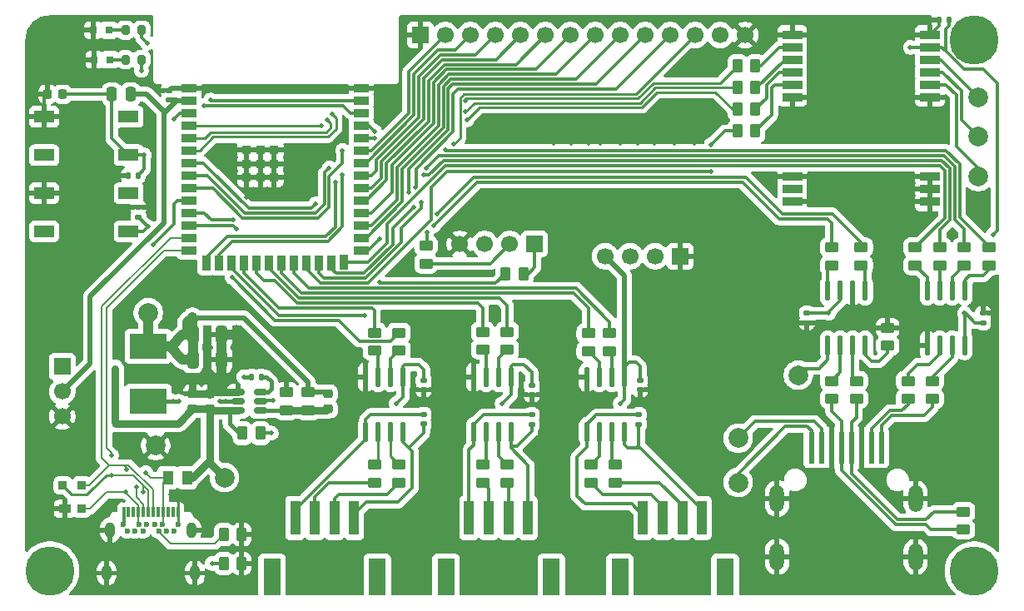
<source format=gbr>
%TF.GenerationSoftware,KiCad,Pcbnew,9.0.1*%
%TF.CreationDate,2025-04-19T19:30:10+02:00*%
%TF.ProjectId,opendtu,6f70656e-6474-4752-9e6b-696361645f70,rev?*%
%TF.SameCoordinates,Original*%
%TF.FileFunction,Copper,L1,Top*%
%TF.FilePolarity,Positive*%
%FSLAX46Y46*%
G04 Gerber Fmt 4.6, Leading zero omitted, Abs format (unit mm)*
G04 Created by KiCad (PCBNEW 9.0.1) date 2025-04-19 19:30:10*
%MOMM*%
%LPD*%
G01*
G04 APERTURE LIST*
G04 Aperture macros list*
%AMRoundRect*
0 Rectangle with rounded corners*
0 $1 Rounding radius*
0 $2 $3 $4 $5 $6 $7 $8 $9 X,Y pos of 4 corners*
0 Add a 4 corners polygon primitive as box body*
4,1,4,$2,$3,$4,$5,$6,$7,$8,$9,$2,$3,0*
0 Add four circle primitives for the rounded corners*
1,1,$1+$1,$2,$3*
1,1,$1+$1,$4,$5*
1,1,$1+$1,$6,$7*
1,1,$1+$1,$8,$9*
0 Add four rect primitives between the rounded corners*
20,1,$1+$1,$2,$3,$4,$5,0*
20,1,$1+$1,$4,$5,$6,$7,0*
20,1,$1+$1,$6,$7,$8,$9,0*
20,1,$1+$1,$8,$9,$2,$3,0*%
G04 Aperture macros list end*
%TA.AperFunction,ComponentPad*%
%ADD10O,1.000000X1.600000*%
%TD*%
%TA.AperFunction,SMDPad,CuDef*%
%ADD11R,0.300000X1.100000*%
%TD*%
%TA.AperFunction,ComponentPad*%
%ADD12C,0.600000*%
%TD*%
%TA.AperFunction,SMDPad,CuDef*%
%ADD13RoundRect,0.250000X-0.450000X0.262500X-0.450000X-0.262500X0.450000X-0.262500X0.450000X0.262500X0*%
%TD*%
%TA.AperFunction,SMDPad,CuDef*%
%ADD14RoundRect,0.225000X0.225000X0.250000X-0.225000X0.250000X-0.225000X-0.250000X0.225000X-0.250000X0*%
%TD*%
%TA.AperFunction,SMDPad,CuDef*%
%ADD15RoundRect,0.140000X-0.170000X0.140000X-0.170000X-0.140000X0.170000X-0.140000X0.170000X0.140000X0*%
%TD*%
%TA.AperFunction,SMDPad,CuDef*%
%ADD16O,0.588011X2.045009*%
%TD*%
%TA.AperFunction,SMDPad,CuDef*%
%ADD17C,2.000000*%
%TD*%
%TA.AperFunction,SMDPad,CuDef*%
%ADD18RoundRect,0.200000X-0.200000X-0.275000X0.200000X-0.275000X0.200000X0.275000X-0.200000X0.275000X0*%
%TD*%
%TA.AperFunction,SMDPad,CuDef*%
%ADD19RoundRect,0.250000X0.250000X0.475000X-0.250000X0.475000X-0.250000X-0.475000X0.250000X-0.475000X0*%
%TD*%
%TA.AperFunction,SMDPad,CuDef*%
%ADD20RoundRect,0.140000X0.170000X-0.140000X0.170000X0.140000X-0.170000X0.140000X-0.170000X-0.140000X0*%
%TD*%
%TA.AperFunction,SMDPad,CuDef*%
%ADD21RoundRect,0.250000X-0.262500X-0.450000X0.262500X-0.450000X0.262500X0.450000X-0.262500X0.450000X0*%
%TD*%
%TA.AperFunction,SMDPad,CuDef*%
%ADD22RoundRect,0.225000X0.250000X-0.225000X0.250000X0.225000X-0.250000X0.225000X-0.250000X-0.225000X0*%
%TD*%
%TA.AperFunction,ComponentPad*%
%ADD23R,1.700000X1.700000*%
%TD*%
%TA.AperFunction,ComponentPad*%
%ADD24C,1.700000*%
%TD*%
%TA.AperFunction,SMDPad,CuDef*%
%ADD25R,1.000000X3.500000*%
%TD*%
%TA.AperFunction,SMDPad,CuDef*%
%ADD26R,1.800000X3.700000*%
%TD*%
%TA.AperFunction,SMDPad,CuDef*%
%ADD27R,0.800000X0.800000*%
%TD*%
%TA.AperFunction,SMDPad,CuDef*%
%ADD28R,0.550013X3.200000*%
%TD*%
%TA.AperFunction,ComponentPad*%
%ADD29O,1.450013X2.750013*%
%TD*%
%TA.AperFunction,SMDPad,CuDef*%
%ADD30R,2.000000X0.900000*%
%TD*%
%TA.AperFunction,SMDPad,CuDef*%
%ADD31RoundRect,0.140000X0.140000X0.170000X-0.140000X0.170000X-0.140000X-0.170000X0.140000X-0.170000X0*%
%TD*%
%TA.AperFunction,SMDPad,CuDef*%
%ADD32R,1.132537X1.377013*%
%TD*%
%TA.AperFunction,SMDPad,CuDef*%
%ADD33R,2.000000X1.200000*%
%TD*%
%TA.AperFunction,SMDPad,CuDef*%
%ADD34RoundRect,0.140000X-0.140000X-0.170000X0.140000X-0.170000X0.140000X0.170000X-0.140000X0.170000X0*%
%TD*%
%TA.AperFunction,SMDPad,CuDef*%
%ADD35RoundRect,0.250000X0.450000X-0.262500X0.450000X0.262500X-0.450000X0.262500X-0.450000X-0.262500X0*%
%TD*%
%TA.AperFunction,SMDPad,CuDef*%
%ADD36R,3.800000X2.500000*%
%TD*%
%TA.AperFunction,SMDPad,CuDef*%
%ADD37RoundRect,0.150000X-0.512500X-0.150000X0.512500X-0.150000X0.512500X0.150000X-0.512500X0.150000X0*%
%TD*%
%TA.AperFunction,SMDPad,CuDef*%
%ADD38RoundRect,0.250000X-0.325000X-0.650000X0.325000X-0.650000X0.325000X0.650000X-0.325000X0.650000X0*%
%TD*%
%TA.AperFunction,SMDPad,CuDef*%
%ADD39RoundRect,0.250000X0.262500X0.450000X-0.262500X0.450000X-0.262500X-0.450000X0.262500X-0.450000X0*%
%TD*%
%TA.AperFunction,SMDPad,CuDef*%
%ADD40R,1.193802X0.838202*%
%TD*%
%TA.AperFunction,SMDPad,CuDef*%
%ADD41R,0.838202X0.838202*%
%TD*%
%TA.AperFunction,SMDPad,CuDef*%
%ADD42R,1.500000X0.900000*%
%TD*%
%TA.AperFunction,SMDPad,CuDef*%
%ADD43R,0.900000X1.500000*%
%TD*%
%TA.AperFunction,SMDPad,CuDef*%
%ADD44R,0.900000X0.900000*%
%TD*%
%TA.AperFunction,ViaPad*%
%ADD45C,0.500000*%
%TD*%
%TA.AperFunction,ViaPad*%
%ADD46C,5.000000*%
%TD*%
%TA.AperFunction,Conductor*%
%ADD47C,0.200000*%
%TD*%
%TA.AperFunction,Conductor*%
%ADD48C,0.350000*%
%TD*%
%TA.AperFunction,Conductor*%
%ADD49C,1.000000*%
%TD*%
%TA.AperFunction,Conductor*%
%ADD50C,0.500000*%
%TD*%
%TA.AperFunction,Conductor*%
%ADD51C,0.300000*%
%TD*%
%TA.AperFunction,Conductor*%
%ADD52C,0.250000*%
%TD*%
%TA.AperFunction,Conductor*%
%ADD53C,0.800000*%
%TD*%
%TA.AperFunction,Conductor*%
%ADD54C,0.400000*%
%TD*%
G04 APERTURE END LIST*
D10*
%TO.P,U10,25,EH*%
%TO.N,GND*%
X83759969Y-132225895D03*
X84119888Y-127835750D03*
X92379984Y-127835750D03*
X92739903Y-132225895D03*
D11*
%TO.P,U10,A1,GND*%
X85499872Y-126025997D03*
%TO.P,U10,A2,SSTXP1*%
%TO.N,unconnected-(U10-SSTXP1-PadA2)*%
X86000000Y-126025997D03*
%TO.P,U10,A3,SSTXn1*%
%TO.N,unconnected-(U10-SSTXn1-PadA3)*%
X86499872Y-126025997D03*
%TO.P,U10,A4,VBUS*%
%TO.N,VBUS*%
X87000000Y-126025997D03*
%TO.P,U10,A5,CC1*%
%TO.N,Net-(U10-CC1)*%
X87499872Y-126025997D03*
%TO.P,U10,A6,DP1*%
%TO.N,/USB_D+*%
X87999745Y-126025997D03*
%TO.P,U10,A7,DN1*%
%TO.N,/USB_D-*%
X88499872Y-126025997D03*
%TO.P,U10,A8,SUB1*%
%TO.N,unconnected-(U10-SUB1-PadA8)*%
X88999745Y-126025997D03*
%TO.P,U10,A9,VBUS*%
%TO.N,VBUS*%
X89499872Y-126025997D03*
%TO.P,U10,A10,SSRXn2*%
%TO.N,unconnected-(U10-SSRXn2-PadA10)*%
X90000000Y-126025997D03*
%TO.P,U10,A11,SSRXp2*%
%TO.N,unconnected-(U10-SSRXp2-PadA11)*%
X90499872Y-126025997D03*
%TO.P,U10,A12,GND*%
%TO.N,GND*%
X91000000Y-126025997D03*
D12*
%TO.P,U10,B1,GND*%
X91050038Y-127235801D03*
%TO.P,U10,B2,SSTXp2*%
%TO.N,unconnected-(U10-SSTXp2-PadB2)*%
X90649987Y-127935827D03*
%TO.P,U10,B3,SSTXn2*%
%TO.N,unconnected-(U10-SSTXn2-PadB3)*%
X89849885Y-127935827D03*
%TO.P,U10,B4,VBUS*%
%TO.N,VBUS*%
X89449834Y-127235801D03*
%TO.P,U10,B5,CC2*%
%TO.N,Net-(U10-CC2)*%
X89050038Y-127935827D03*
%TO.P,U10,B6,DP2*%
%TO.N,/USB_D+*%
X88649987Y-127235801D03*
%TO.P,U10,B7,DN2*%
%TO.N,/USB_D-*%
X87850139Y-127235801D03*
%TO.P,U10,B8,SUB2*%
%TO.N,unconnected-(U10-SUB2-PadB8)*%
X87450088Y-127935827D03*
%TO.P,U10,B9,VBUS*%
%TO.N,VBUS*%
X87050038Y-127235801D03*
%TO.P,U10,B10,SSRXn1*%
%TO.N,unconnected-(U10-SSRXn1-PadB10)*%
X86649987Y-127935827D03*
%TO.P,U10,B11,SSRXp1*%
%TO.N,unconnected-(U10-SSRXp1-PadB11)*%
X85849885Y-127935827D03*
%TO.P,U10,B12,GND*%
%TO.N,GND*%
X85449834Y-127235801D03*
%TD*%
D13*
%TO.P,R34,1*%
%TO.N,/GPIO15*%
X171000000Y-99087500D03*
%TO.P,R34,2*%
%TO.N,Net-(U16-RE#)*%
X171000000Y-100912500D03*
%TD*%
%TO.P,R16,1*%
%TO.N,/GPIO11*%
X122000000Y-107675000D03*
%TO.P,R16,2*%
%TO.N,/ESP_TX3*%
X122000000Y-109500000D03*
%TD*%
D14*
%TO.P,C8,1*%
%TO.N,/ESP_EN*%
X79300000Y-83520000D03*
%TO.P,C8,2*%
%TO.N,GND*%
X77750000Y-83520000D03*
%TD*%
D13*
%TO.P,R27,1*%
%TO.N,Net-(U13-CANL)*%
X157500000Y-112675000D03*
%TO.P,R27,2*%
%TO.N,/CAN-L*%
X157500000Y-114500000D03*
%TD*%
D15*
%TO.P,C2,1*%
%TO.N,+3.3V*%
X116000000Y-112627500D03*
%TO.P,C2,2*%
%TO.N,GND*%
X116000000Y-113587500D03*
%TD*%
D16*
%TO.P,U7,1,VDD1*%
%TO.N,+3.3V*%
X124905004Y-112315084D03*
%TO.P,U7,2,VOA*%
%TO.N,/ESP_RX3*%
X123635001Y-112315084D03*
%TO.P,U7,3,VIB*%
%TO.N,/ESP_TX3*%
X122364999Y-112315084D03*
%TO.P,U7,4,GND1*%
%TO.N,GND*%
X121094996Y-112315084D03*
%TO.P,U7,5,GND2*%
%TO.N,/VD3_GND*%
X121094996Y-117859916D03*
%TO.P,U7,6,VOB*%
%TO.N,Net-(U7-VOB)*%
X122364999Y-117859916D03*
%TO.P,U7,7,VIA*%
%TO.N,Net-(U7-VIA)*%
X123635001Y-117859916D03*
%TO.P,U7,8,VDD2*%
%TO.N,/VD3_VCC*%
X124905004Y-117859916D03*
%TD*%
D17*
%TO.P,TP1,1,1*%
%TO.N,Net-(U11-GPIO3)*%
X172400000Y-83800000D03*
%TD*%
D15*
%TO.P,C7,1*%
%TO.N,+3.3V*%
X138000000Y-112587500D03*
%TO.P,C7,2*%
%TO.N,GND*%
X138000000Y-113547500D03*
%TD*%
D17*
%TO.P,TP7,1,1*%
%TO.N,GND*%
X88750000Y-119250000D03*
%TD*%
D18*
%TO.P,R7,1*%
%TO.N,Net-(LED1-A)*%
X85675000Y-77000000D03*
%TO.P,R7,2*%
%TO.N,/GPIO1*%
X87325000Y-77000000D03*
%TD*%
D19*
%TO.P,R13,1*%
%TO.N,+3.3V*%
X86200000Y-83520000D03*
%TO.P,R13,2*%
%TO.N,/ESP_EN*%
X84300000Y-83520000D03*
%TD*%
D20*
%TO.P,C1,1*%
%TO.N,+3.3V*%
X90100000Y-84100000D03*
%TO.P,C1,2*%
%TO.N,GND*%
X90100000Y-83140000D03*
%TD*%
D13*
%TO.P,R37,1*%
%TO.N,Net-(U16-A{slash}Y)*%
X165250000Y-112675000D03*
%TO.P,R37,2*%
%TO.N,/RS485-A*%
X165250000Y-114500000D03*
%TD*%
D21*
%TO.P,R1,1*%
%TO.N,/GPIO9*%
X124337500Y-101750000D03*
%TO.P,R1,2*%
%TO.N,/SDA*%
X126162500Y-101750000D03*
%TD*%
D17*
%TO.P,TP9,1,1*%
%TO.N,Net-(TP9-Pad1)*%
X148000000Y-123000000D03*
%TD*%
D13*
%TO.P,R25,1*%
%TO.N,/GPIO7*%
X160500000Y-99087500D03*
%TO.P,R25,2*%
%TO.N,/CAN_TX*%
X160500000Y-100912500D03*
%TD*%
D20*
%TO.P,C5,1*%
%TO.N,/VD2_VCC*%
X137900000Y-117100000D03*
%TO.P,C5,2*%
%TO.N,/VD2_GND*%
X137900000Y-116140000D03*
%TD*%
D22*
%TO.P,C14,1*%
%TO.N,+5V*%
X94250000Y-115525000D03*
%TO.P,C14,2*%
%TO.N,GND*%
X94250000Y-113975000D03*
%TD*%
D23*
%TO.P,J2,1,Pin_1*%
%TO.N,GND*%
X142080000Y-100000000D03*
D24*
%TO.P,J2,2,Pin_2*%
%TO.N,/ESP_TX*%
X139540000Y-100000000D03*
%TO.P,J2,3,Pin_3*%
%TO.N,/ESP_RX*%
X137000000Y-100000000D03*
%TO.P,J2,4,Pin_4*%
%TO.N,+3.3V*%
X134460000Y-100000000D03*
%TD*%
D23*
%TO.P,J1,1,Pin_1*%
%TO.N,/SDA*%
X127290000Y-98750000D03*
D24*
%TO.P,J1,2,Pin_2*%
%TO.N,/SCL*%
X124750000Y-98750000D03*
%TO.P,J1,3,Pin_3*%
%TO.N,+3.3V*%
X122210000Y-98750000D03*
%TO.P,J1,4,Pin_4*%
%TO.N,GND*%
X119670000Y-98750000D03*
%TD*%
D25*
%TO.P,U4,1,1*%
%TO.N,/VD2_GND*%
X138312484Y-126612446D03*
%TO.P,U4,2,2*%
%TO.N,/VD2_RX*%
X140312484Y-126612700D03*
%TO.P,U4,3,3*%
%TO.N,/VD2_TX*%
X142312484Y-126612700D03*
%TO.P,U4,4,4*%
%TO.N,/VD2_VCC*%
X144312484Y-126612700D03*
D26*
%TO.P,U4,5,5*%
%TO.N,unconnected-(U4-Pad5)*%
X146662497Y-132587554D03*
%TO.P,U4,6,6*%
%TO.N,unconnected-(U4-Pad6)*%
X135962471Y-132587554D03*
%TD*%
D16*
%TO.P,U13,1,D*%
%TO.N,/CAN_TX*%
X160905004Y-103500000D03*
%TO.P,U13,2,GND*%
%TO.N,GND*%
X159635001Y-103500000D03*
%TO.P,U13,3,VCC*%
%TO.N,+3.3V*%
X158364999Y-103500000D03*
%TO.P,U13,4,R*%
%TO.N,/CAN_RX*%
X157094996Y-103500000D03*
%TO.P,U13,5,VREF*%
%TO.N,Net-(U13-VREF)*%
X157094996Y-109044832D03*
%TO.P,U13,6,CANL*%
%TO.N,Net-(U13-CANL)*%
X158364999Y-109044832D03*
%TO.P,U13,7,CANH*%
%TO.N,Net-(U13-CANH)*%
X159635001Y-109044832D03*
%TO.P,U13,8,RS*%
%TO.N,Net-(U13-RS)*%
X160905004Y-109044832D03*
%TD*%
D13*
%TO.P,R29,1*%
%TO.N,/GPIO18*%
X157500000Y-99087500D03*
%TO.P,R29,2*%
%TO.N,/CAN_RX*%
X157500000Y-100912500D03*
%TD*%
D27*
%TO.P,LED2,1,A*%
%TO.N,Net-(LED2-A)*%
X84100204Y-80000000D03*
%TO.P,LED2,2,K*%
%TO.N,GND*%
X82500000Y-80000000D03*
%TD*%
D28*
%TO.P,U14,1,1*%
%TO.N,/RS485-B*%
X162569977Y-119449962D03*
%TO.P,U14,2,2*%
%TO.N,/RS485-A*%
X161550165Y-119449962D03*
%TO.P,U14,3,3*%
%TO.N,GND*%
X160530099Y-119449962D03*
%TO.P,U14,4,4*%
%TO.N,/CAN-H*%
X159510033Y-119449962D03*
%TO.P,U14,5,5*%
%TO.N,/CAN-L*%
X158489967Y-119449962D03*
%TO.P,U14,6,6*%
%TO.N,GND*%
X157470155Y-119449962D03*
%TO.P,U14,7,7*%
%TO.N,Net-(TP8-Pad1)*%
X156450089Y-119449962D03*
%TO.P,U14,8,8*%
%TO.N,Net-(TP9-Pad1)*%
X155430023Y-119449962D03*
D29*
%TO.P,U14,9,EH*%
%TO.N,GND*%
X166050038Y-124650114D03*
%TO.P,U14,10,EH*%
X151949962Y-124650114D03*
%TO.P,U14,11,EH*%
X166050038Y-130550038D03*
%TO.P,U14,12,EH*%
X151949962Y-130550038D03*
%TD*%
D17*
%TO.P,TP3,1,1*%
%TO.N,Net-(U11-GPIO1)*%
X172400000Y-91900000D03*
%TD*%
D23*
%TO.P,J3,1,Pin_1*%
%TO.N,GND*%
X115680000Y-77500000D03*
D24*
%TO.P,J3,2,Pin_2*%
%TO.N,/GPIO42*%
X118220000Y-77500000D03*
%TO.P,J3,3,Pin_3*%
%TO.N,/GPIO41*%
X120760000Y-77500000D03*
%TO.P,J3,4,Pin_4*%
%TO.N,/GPIO40*%
X123300000Y-77500000D03*
%TO.P,J3,5,Pin_5*%
%TO.N,/GPIO39*%
X125840000Y-77500000D03*
%TO.P,J3,6,Pin_6*%
%TO.N,/GPIO38*%
X128380000Y-77500000D03*
%TO.P,J3,7,Pin_7*%
%TO.N,/GPIO37*%
X130920000Y-77500000D03*
%TO.P,J3,8,Pin_8*%
%TO.N,/GPIO36*%
X133460000Y-77500000D03*
%TO.P,J3,9,Pin_9*%
%TO.N,/GPIO35*%
X136000000Y-77500000D03*
%TO.P,J3,10,Pin_10*%
%TO.N,/GPIO48*%
X138540000Y-77500000D03*
%TO.P,J3,11,Pin_11*%
%TO.N,/GPIO47*%
X141080000Y-77500000D03*
%TO.P,J3,12,Pin_12*%
%TO.N,/GPIO3*%
X143620000Y-77500000D03*
%TO.P,J3,13,Pin_13*%
%TO.N,+3.3V*%
X146160000Y-77500000D03*
%TO.P,J3,14,Pin_14*%
%TO.N,GND*%
X148700000Y-77500000D03*
%TD*%
D13*
%TO.P,R17,1*%
%TO.N,Net-(U7-VOB)*%
X122000000Y-121175000D03*
%TO.P,R17,2*%
%TO.N,/VD3_RX*%
X122000000Y-123000000D03*
%TD*%
D30*
%TO.P,U11,1,GND*%
%TO.N,GND*%
X167500000Y-94460000D03*
%TO.P,U11,2,GND*%
X167500000Y-93190000D03*
%TO.P,U11,3,GND*%
X167500000Y-91920000D03*
%TO.P,U11,4,GND*%
X167500000Y-83810000D03*
%TO.P,U11,5,GPIO1*%
%TO.N,Net-(U11-GPIO1)*%
X167500000Y-82540000D03*
%TO.P,U11,6,GPIO2*%
%TO.N,Net-(U11-GPIO2)*%
X167500000Y-81270000D03*
%TO.P,U11,7,GPIO3*%
%TO.N,Net-(U11-GPIO3)*%
X167500000Y-80000000D03*
%TO.P,U11,8,VCC*%
%TO.N,+3.3V*%
X167500000Y-78730000D03*
%TO.P,U11,9,GND*%
%TO.N,GND*%
X167500000Y-77460000D03*
%TO.P,U11,10,GND*%
X153500000Y-77460000D03*
%TO.P,U11,11,SCLK*%
%TO.N,Net-(U11-SCLK)*%
X153500000Y-78730000D03*
%TO.P,U11,12,SDIO*%
%TO.N,Net-(U11-SDIO)*%
X153500000Y-80000000D03*
%TO.P,U11,13,CSB*%
%TO.N,Net-(U11-CSB)*%
X153500000Y-81270000D03*
%TO.P,U11,14,FCSB*%
%TO.N,Net-(U11-FCSB)*%
X153500000Y-82540000D03*
%TO.P,U11,15,GND*%
%TO.N,GND*%
X153500000Y-83810000D03*
%TO.P,U11,16,GND*%
X153500000Y-91920000D03*
%TO.P,U11,17,ANT*%
%TO.N,unconnected-(U11-ANT-Pad17)*%
X153500000Y-93190000D03*
%TO.P,U11,18,GND*%
%TO.N,GND*%
X153500000Y-94460000D03*
%TD*%
D16*
%TO.P,U5,1,VDD1*%
%TO.N,+3.3V*%
X136405004Y-112315084D03*
%TO.P,U5,2,VOA*%
%TO.N,/ESP_RX2*%
X135135001Y-112315084D03*
%TO.P,U5,3,VIB*%
%TO.N,/ESP_TX2*%
X133864999Y-112315084D03*
%TO.P,U5,4,GND1*%
%TO.N,GND*%
X132594996Y-112315084D03*
%TO.P,U5,5,GND2*%
%TO.N,/VD2_GND*%
X132594996Y-117859916D03*
%TO.P,U5,6,VOB*%
%TO.N,Net-(U5-VOB)*%
X133864999Y-117859916D03*
%TO.P,U5,7,VIA*%
%TO.N,Net-(U5-VIA)*%
X135135001Y-117859916D03*
%TO.P,U5,8,VDD2*%
%TO.N,/VD2_VCC*%
X136405004Y-117859916D03*
%TD*%
D13*
%TO.P,R14,1*%
%TO.N,/GPIO12*%
X124500000Y-107675000D03*
%TO.P,R14,2*%
%TO.N,/ESP_RX3*%
X124500000Y-109500000D03*
%TD*%
D21*
%TO.P,R21,1*%
%TO.N,/GPIO21*%
X147925000Y-87250000D03*
%TO.P,R21,2*%
%TO.N,Net-(U11-FCSB)*%
X149750000Y-87250000D03*
%TD*%
D20*
%TO.P,C19,1*%
%TO.N,+3.3V*%
X172905004Y-106752416D03*
%TO.P,C19,2*%
%TO.N,GND*%
X172905004Y-105792416D03*
%TD*%
D21*
%TO.P,R20,1*%
%TO.N,/GPIO4*%
X147925000Y-85050000D03*
%TO.P,R20,2*%
%TO.N,Net-(U11-CSB)*%
X149750000Y-85050000D03*
%TD*%
D13*
%TO.P,R6,1*%
%TO.N,Net-(U2-VOB)*%
X111000000Y-121175000D03*
%TO.P,R6,2*%
%TO.N,/VD1_RX*%
X111000000Y-123000000D03*
%TD*%
%TO.P,R9,1*%
%TO.N,Net-(U5-VIA)*%
X135500000Y-121175000D03*
%TO.P,R9,2*%
%TO.N,/VD2_TX*%
X135500000Y-123000000D03*
%TD*%
%TO.P,R24,1*%
%TO.N,GND*%
X163200000Y-107275000D03*
%TO.P,R24,2*%
%TO.N,Net-(U13-RS)*%
X163200000Y-109100000D03*
%TD*%
%TO.P,R15,1*%
%TO.N,Net-(U7-VIA)*%
X124500000Y-121175000D03*
%TO.P,R15,2*%
%TO.N,/VD3_TX*%
X124500000Y-123000000D03*
%TD*%
D31*
%TO.P,C11,1*%
%TO.N,+3.3V*%
X169400000Y-76000000D03*
%TO.P,C11,2*%
%TO.N,GND*%
X168440000Y-76000000D03*
%TD*%
D17*
%TO.P,TP6,1,1*%
%TO.N,+5V*%
X95750000Y-122500000D03*
%TD*%
D23*
%TO.P,J4,1,Pin_1*%
%TO.N,+5V*%
X79250000Y-111210000D03*
D24*
%TO.P,J4,2,Pin_2*%
%TO.N,+3.3V*%
X79250000Y-113750000D03*
%TO.P,J4,3,Pin_3*%
%TO.N,GND*%
X79250000Y-116290000D03*
%TD*%
D20*
%TO.P,C9,1*%
%TO.N,/GPIO0*%
X87000000Y-96000000D03*
%TO.P,C9,2*%
%TO.N,GND*%
X87000000Y-95040000D03*
%TD*%
D22*
%TO.P,C13,1*%
%TO.N,+5V*%
X92500000Y-115525000D03*
%TO.P,C13,2*%
%TO.N,GND*%
X92500000Y-113975000D03*
%TD*%
D17*
%TO.P,TP2,1,1*%
%TO.N,Net-(U11-GPIO2)*%
X172400000Y-87850000D03*
%TD*%
D25*
%TO.P,U6,1,1*%
%TO.N,/VD3_GND*%
X120624968Y-126612446D03*
%TO.P,U6,2,2*%
%TO.N,/VD3_RX*%
X122624968Y-126612700D03*
%TO.P,U6,3,3*%
%TO.N,/VD3_TX*%
X124624968Y-126612700D03*
%TO.P,U6,4,4*%
%TO.N,/VD3_VCC*%
X126624968Y-126612700D03*
D26*
%TO.P,U6,5,5*%
%TO.N,unconnected-(U6-Pad5)*%
X128974981Y-132587554D03*
%TO.P,U6,6,6*%
%TO.N,unconnected-(U6-Pad6)*%
X118274955Y-132587554D03*
%TD*%
D32*
%TO.P,L1,1,1*%
%TO.N,VBUS*%
X90000000Y-122500000D03*
%TO.P,L1,2,2*%
%TO.N,+5V*%
X91932436Y-122500000D03*
%TD*%
D16*
%TO.P,U2,1,VDD1*%
%TO.N,+3.3V*%
X113905004Y-112315084D03*
%TO.P,U2,2,VOA*%
%TO.N,/ESP_RX1*%
X112635001Y-112315084D03*
%TO.P,U2,3,VIB*%
%TO.N,/ESP_TX1*%
X111364999Y-112315084D03*
%TO.P,U2,4,GND1*%
%TO.N,GND*%
X110094996Y-112315084D03*
%TO.P,U2,5,GND2*%
%TO.N,/VD1_GND*%
X110094996Y-117859916D03*
%TO.P,U2,6,VOB*%
%TO.N,Net-(U2-VOB)*%
X111364999Y-117859916D03*
%TO.P,U2,7,VIA*%
%TO.N,Net-(U2-VIA)*%
X112635001Y-117859916D03*
%TO.P,U2,8,VDD2*%
%TO.N,/VD1_VCC*%
X113905004Y-117859916D03*
%TD*%
D13*
%TO.P,R36,1*%
%TO.N,/GPIO46*%
X168500000Y-99087500D03*
%TO.P,R36,2*%
%TO.N,Net-(U16-DE)*%
X168500000Y-100912500D03*
%TD*%
D21*
%TO.P,R18,1*%
%TO.N,/GPIO6*%
X147925000Y-80650000D03*
%TO.P,R18,2*%
%TO.N,Net-(U11-SCLK)*%
X149750000Y-80650000D03*
%TD*%
D15*
%TO.P,C17,1*%
%TO.N,+3.3V*%
X155000000Y-105792416D03*
%TO.P,C17,2*%
%TO.N,GND*%
X155000000Y-106752416D03*
%TD*%
D22*
%TO.P,C18,1*%
%TO.N,Net-(U15-FB)*%
X106287500Y-115525000D03*
%TO.P,C18,2*%
%TO.N,+3.3V*%
X106287500Y-113975000D03*
%TD*%
D33*
%TO.P,U9,1,1*%
%TO.N,GND*%
X77399796Y-85819911D03*
%TO.P,U9,2,2*%
%TO.N,unconnected-(U9-Pad2)*%
X86000000Y-85819911D03*
%TO.P,U9,3,3*%
%TO.N,unconnected-(U9-Pad3)*%
X77399796Y-89720089D03*
%TO.P,U9,4,4*%
%TO.N,/ESP_EN*%
X86000000Y-89720089D03*
%TD*%
D13*
%TO.P,R33,1*%
%TO.N,/GPIO16*%
X173500000Y-99087500D03*
%TO.P,R33,2*%
%TO.N,Net-(U16-RO)*%
X173500000Y-100912500D03*
%TD*%
D17*
%TO.P,TP4,1,1*%
%TO.N,Net-(U13-VREF)*%
X154100000Y-112100000D03*
%TD*%
D34*
%TO.P,C12,1*%
%TO.N,Net-(U15-SW)*%
X98520000Y-112250000D03*
%TO.P,C12,2*%
%TO.N,Net-(U15-BOOT)*%
X99480000Y-112250000D03*
%TD*%
D33*
%TO.P,U8,1,1*%
%TO.N,GND*%
X77399796Y-93569911D03*
%TO.P,U8,2,2*%
%TO.N,unconnected-(U8-Pad2)*%
X86000000Y-93569911D03*
%TO.P,U8,3,3*%
%TO.N,unconnected-(U8-Pad3)*%
X77399796Y-97470089D03*
%TO.P,U8,4,4*%
%TO.N,/GPIO0*%
X86000000Y-97470089D03*
%TD*%
D15*
%TO.P,C4,1*%
%TO.N,+3.3V*%
X127000000Y-113127500D03*
%TO.P,C4,2*%
%TO.N,GND*%
X127000000Y-114087500D03*
%TD*%
D13*
%TO.P,R38,1*%
%TO.N,/GPIO45*%
X166000000Y-99087500D03*
%TO.P,R38,2*%
%TO.N,Net-(U16-DI)*%
X166000000Y-100912500D03*
%TD*%
D17*
%TO.P,TP5,1,1*%
%TO.N,+3.3V*%
X88000000Y-105750000D03*
%TD*%
D31*
%TO.P,C10,1*%
%TO.N,/ESP_EN*%
X86960000Y-91770000D03*
%TO.P,C10,2*%
%TO.N,GND*%
X86000000Y-91770000D03*
%TD*%
D18*
%TO.P,R12,1*%
%TO.N,Net-(LED2-A)*%
X85675000Y-80000000D03*
%TO.P,R12,2*%
%TO.N,/GPIO2*%
X87325000Y-80000000D03*
%TD*%
D13*
%TO.P,R28,1*%
%TO.N,/CAN-H*%
X170900000Y-125975000D03*
%TO.P,R28,2*%
%TO.N,/CAN-L*%
X170900000Y-127800000D03*
%TD*%
%TO.P,R4,1*%
%TO.N,Net-(U2-VIA)*%
X113500000Y-121175000D03*
%TO.P,R4,2*%
%TO.N,/VD1_TX*%
X113500000Y-123000000D03*
%TD*%
%TO.P,R11,1*%
%TO.N,Net-(U5-VOB)*%
X133000000Y-121175000D03*
%TO.P,R11,2*%
%TO.N,/VD2_RX*%
X133000000Y-123000000D03*
%TD*%
%TO.P,R10,1*%
%TO.N,/GPIO13*%
X132750000Y-107837500D03*
%TO.P,R10,2*%
%TO.N,/ESP_TX2*%
X132750000Y-109662500D03*
%TD*%
D21*
%TO.P,R19,1*%
%TO.N,/GPIO5*%
X147925000Y-82850000D03*
%TO.P,R19,2*%
%TO.N,Net-(U11-SDIO)*%
X149750000Y-82850000D03*
%TD*%
%TO.P,R23,1*%
%TO.N,Net-(U10-CC1)*%
X95675000Y-131250000D03*
%TO.P,R23,2*%
%TO.N,GND*%
X97500000Y-131250000D03*
%TD*%
D35*
%TO.P,R31,1*%
%TO.N,Net-(U15-FB)*%
X104287500Y-115662500D03*
%TO.P,R31,2*%
%TO.N,+3.3V*%
X104287500Y-113837500D03*
%TD*%
D21*
%TO.P,R22,1*%
%TO.N,Net-(U10-CC2)*%
X95675000Y-128300000D03*
%TO.P,R22,2*%
%TO.N,GND*%
X97500000Y-128300000D03*
%TD*%
D36*
%TO.P,L2,1*%
%TO.N,Net-(U15-SW)*%
X88000000Y-114750000D03*
%TO.P,L2,2*%
%TO.N,+3.3V*%
X88000000Y-109150050D03*
%TD*%
D37*
%TO.P,U15,1,GND*%
%TO.N,GND*%
X97112500Y-113800000D03*
%TO.P,U15,2,SW*%
%TO.N,Net-(U15-SW)*%
X97112500Y-114750000D03*
%TO.P,U15,3,VIN*%
%TO.N,+5V*%
X97112500Y-115700000D03*
%TO.P,U15,4,FB*%
%TO.N,Net-(U15-FB)*%
X99387500Y-115700000D03*
%TO.P,U15,5,EN*%
%TO.N,Net-(U15-EN)*%
X99387500Y-114750000D03*
%TO.P,U15,6,BOOT*%
%TO.N,Net-(U15-BOOT)*%
X99387500Y-113800000D03*
%TD*%
D16*
%TO.P,U16,1,RO*%
%TO.N,Net-(U16-RO)*%
X171040005Y-103500000D03*
%TO.P,U16,2,RE#*%
%TO.N,Net-(U16-RE#)*%
X169770002Y-103500000D03*
%TO.P,U16,3,DE*%
%TO.N,Net-(U16-DE)*%
X168500000Y-103500000D03*
%TO.P,U16,4,DI*%
%TO.N,Net-(U16-DI)*%
X167229997Y-103500000D03*
%TO.P,U16,5,GND*%
%TO.N,GND*%
X167229997Y-109044832D03*
%TO.P,U16,6,A/Y*%
%TO.N,Net-(U16-A{slash}Y)*%
X168500000Y-109044832D03*
%TO.P,U16,7,B/Z*%
%TO.N,Net-(U16-B{slash}Z)*%
X169770002Y-109044832D03*
%TO.P,U16,8,VCC*%
%TO.N,+3.3V*%
X171040005Y-109044832D03*
%TD*%
D13*
%TO.P,R2,1*%
%TO.N,/GPIO8*%
X116250000Y-98925000D03*
%TO.P,R2,2*%
%TO.N,/SCL*%
X116250000Y-100750000D03*
%TD*%
D38*
%TO.P,C15,1*%
%TO.N,+3.3V*%
X92525000Y-108000000D03*
%TO.P,C15,2*%
%TO.N,GND*%
X95475000Y-108000000D03*
%TD*%
D39*
%TO.P,R30,1*%
%TO.N,Net-(U15-EN)*%
X99412500Y-118000000D03*
%TO.P,R30,2*%
%TO.N,+5V*%
X97587500Y-118000000D03*
%TD*%
D13*
%TO.P,R35,1*%
%TO.N,Net-(U16-B{slash}Z)*%
X167750000Y-112675000D03*
%TO.P,R35,2*%
%TO.N,/RS485-B*%
X167750000Y-114500000D03*
%TD*%
D27*
%TO.P,LED1,1,A*%
%TO.N,Net-(LED1-A)*%
X84000000Y-77000000D03*
%TO.P,LED1,2,K*%
%TO.N,GND*%
X82399796Y-77000000D03*
%TD*%
D13*
%TO.P,R5,1*%
%TO.N,/GPIO10*%
X111000000Y-107762500D03*
%TO.P,R5,2*%
%TO.N,/ESP_TX1*%
X111000000Y-109587500D03*
%TD*%
%TO.P,R8,1*%
%TO.N,/GPIO14*%
X134912500Y-107837500D03*
%TO.P,R8,2*%
%TO.N,/ESP_RX2*%
X134912500Y-109662500D03*
%TD*%
%TO.P,R32,1*%
%TO.N,GND*%
X102037500Y-113837500D03*
%TO.P,R32,2*%
%TO.N,Net-(U15-FB)*%
X102037500Y-115662500D03*
%TD*%
D25*
%TO.P,U1,1,1*%
%TO.N,/VD1_GND*%
X102937452Y-126612446D03*
%TO.P,U1,2,2*%
%TO.N,/VD1_RX*%
X104937452Y-126612700D03*
%TO.P,U1,3,3*%
%TO.N,/VD1_TX*%
X106937452Y-126612700D03*
%TO.P,U1,4,4*%
%TO.N,/VD1_VCC*%
X108937452Y-126612700D03*
D26*
%TO.P,U1,5,5*%
%TO.N,unconnected-(U1-Pad5)*%
X111287465Y-132587554D03*
%TO.P,U1,6,6*%
%TO.N,unconnected-(U1-Pad6)*%
X100587439Y-132587554D03*
%TD*%
D20*
%TO.P,C3,1*%
%TO.N,/VD1_VCC*%
X116000000Y-117067500D03*
%TO.P,C3,2*%
%TO.N,/VD1_GND*%
X116000000Y-116107500D03*
%TD*%
D13*
%TO.P,R3,1*%
%TO.N,/GPIO17*%
X113500000Y-107762500D03*
%TO.P,R3,2*%
%TO.N,/ESP_RX1*%
X113500000Y-109587500D03*
%TD*%
D20*
%TO.P,C6,1*%
%TO.N,/VD3_VCC*%
X127000000Y-117087500D03*
%TO.P,C6,2*%
%TO.N,/VD3_GND*%
X127000000Y-116127500D03*
%TD*%
D13*
%TO.P,R26,1*%
%TO.N,Net-(U13-CANH)*%
X160000000Y-112675000D03*
%TO.P,R26,2*%
%TO.N,/CAN-H*%
X160000000Y-114500000D03*
%TD*%
D17*
%TO.P,TP8,1,1*%
%TO.N,Net-(TP8-Pad1)*%
X148000000Y-118500000D03*
%TD*%
D40*
%TO.P,U12,1,1*%
%TO.N,GND*%
X79499936Y-125691389D03*
D41*
%TO.P,U12,2,2*%
%TO.N,VBUS*%
X81199962Y-125691389D03*
%TO.P,U12,3,3*%
%TO.N,/USB_D-*%
X81199962Y-123308611D03*
%TO.P,U12,4,4*%
%TO.N,/USB_D+*%
X79300038Y-123308611D03*
%TD*%
D38*
%TO.P,C16,1*%
%TO.N,+3.3V*%
X92525000Y-110500000D03*
%TO.P,C16,2*%
%TO.N,GND*%
X95475000Y-110500000D03*
%TD*%
D42*
%TO.P,U3,1,GND*%
%TO.N,GND*%
X92150114Y-82879858D03*
%TO.P,U3,2,3V3*%
%TO.N,+3.3V*%
X92150114Y-84149861D03*
%TO.P,U3,3,EN*%
%TO.N,/ESP_EN*%
X92150114Y-85419863D03*
%TO.P,U3,4,IO4*%
%TO.N,/GPIO4*%
X92150114Y-86689866D03*
%TO.P,U3,5,IO5*%
%TO.N,/GPIO5*%
X92150114Y-87959868D03*
%TO.P,U3,6,IO6*%
%TO.N,/GPIO6*%
X92150114Y-89229871D03*
%TO.P,U3,7,IO7*%
%TO.N,/GPIO7*%
X92150114Y-90499873D03*
%TO.P,U3,8,IO15*%
%TO.N,/GPIO15*%
X92150114Y-91769876D03*
%TO.P,U3,9,IO16*%
%TO.N,/GPIO16*%
X92150114Y-93039879D03*
%TO.P,U3,10,IO17*%
%TO.N,/GPIO17*%
X92150114Y-94309881D03*
%TO.P,U3,11,IO18*%
%TO.N,/GPIO18*%
X92150114Y-95579884D03*
%TO.P,U3,12,IO8*%
%TO.N,/GPIO8*%
X92150114Y-96849886D03*
%TO.P,U3,13,IO19*%
%TO.N,/USB_D-*%
X92150114Y-98119889D03*
%TO.P,U3,14,IO20*%
%TO.N,/USB_D+*%
X92150114Y-99389891D03*
D43*
%TO.P,U3,15,IO3*%
%TO.N,/GPIO3*%
X93915164Y-100669800D03*
%TO.P,U3,16,IO46*%
%TO.N,/GPIO46*%
X95185167Y-100669800D03*
%TO.P,U3,17,IO9*%
%TO.N,/GPIO9*%
X96455169Y-100669800D03*
%TO.P,U3,18,IO10*%
%TO.N,/GPIO10*%
X97725172Y-100669800D03*
%TO.P,U3,19,IO11*%
%TO.N,/GPIO11*%
X98995174Y-100669800D03*
%TO.P,U3,20,IO12*%
%TO.N,/GPIO12*%
X100265177Y-100669800D03*
%TO.P,U3,21,IO13*%
%TO.N,/GPIO13*%
X101535179Y-100669800D03*
%TO.P,U3,22,IO14*%
%TO.N,/GPIO14*%
X102805182Y-100669800D03*
%TO.P,U3,23,IO21*%
%TO.N,/GPIO21*%
X104075184Y-100669800D03*
%TO.P,U3,24,IO47*%
%TO.N,/GPIO47*%
X105345187Y-100669800D03*
%TO.P,U3,25,IO48*%
%TO.N,/GPIO48*%
X106615189Y-100669800D03*
%TO.P,U3,26,IO45*%
%TO.N,/GPIO45*%
X107885192Y-100639828D03*
D42*
%TO.P,U3,27,IO0*%
%TO.N,/GPIO0*%
X109650242Y-99389891D03*
%TO.P,U3,28,IO35*%
%TO.N,/GPIO35*%
X109650242Y-98119889D03*
%TO.P,U3,29,IO36*%
%TO.N,/GPIO36*%
X109650242Y-96849886D03*
%TO.P,U3,30,IO37*%
%TO.N,/GPIO37*%
X109650242Y-95579884D03*
%TO.P,U3,31,IO38*%
%TO.N,/GPIO38*%
X109650242Y-94309881D03*
%TO.P,U3,32,IO39*%
%TO.N,/GPIO39*%
X109650242Y-93039879D03*
%TO.P,U3,33,IO40*%
%TO.N,/GPIO40*%
X109650242Y-91769876D03*
%TO.P,U3,34,IO41*%
%TO.N,/GPIO41*%
X109650242Y-90499873D03*
%TO.P,U3,35,IO42*%
%TO.N,/GPIO42*%
X109650242Y-89229871D03*
%TO.P,U3,36,RXD0*%
%TO.N,/ESP_RX*%
X109650242Y-87959868D03*
%TO.P,U3,37,TXD0*%
%TO.N,/ESP_TX*%
X109650242Y-86689866D03*
%TO.P,U3,38,IO2*%
%TO.N,/GPIO2*%
X109650242Y-85419863D03*
%TO.P,U3,39,IO1*%
%TO.N,/GPIO1*%
X109650242Y-84149861D03*
%TO.P,U3,40,GND*%
%TO.N,GND*%
X109650242Y-82879858D03*
D44*
%TO.P,U3,41,GND*%
X98000000Y-89199899D03*
X98000000Y-90599950D03*
X98000000Y-92000000D03*
X99400051Y-89199899D03*
X99400051Y-90599950D03*
X99400051Y-92000000D03*
X100800102Y-89199899D03*
X100800102Y-90599950D03*
X100800102Y-92000000D03*
%TD*%
D45*
%TO.N,GND*%
X93950000Y-127750000D03*
D46*
%TO.N,*%
X172000000Y-132000000D03*
X78000000Y-132000000D03*
X172000000Y-78000000D03*
D45*
%TO.N,+3.3V*%
X136000000Y-115000000D03*
X113200000Y-115000000D03*
X92000000Y-106700000D03*
X92450000Y-106250000D03*
X157200000Y-105800000D03*
X165500000Y-78750000D03*
X124000000Y-115000000D03*
X173900000Y-97800000D03*
X171000000Y-105800000D03*
X103750000Y-112250000D03*
%TO.N,GND*%
X143500000Y-88500000D03*
X85500000Y-118500000D03*
X144500000Y-122250000D03*
X95062500Y-113162500D03*
X165000000Y-81000000D03*
X141500000Y-88500000D03*
X84000000Y-100000000D03*
X93250000Y-112250000D03*
X85500000Y-95500000D03*
X165500000Y-104500000D03*
X165500000Y-107500000D03*
X142750000Y-84500000D03*
X102000000Y-93000000D03*
X106250000Y-120750000D03*
X113500000Y-126500000D03*
X163500000Y-96500000D03*
X161750000Y-127250000D03*
X140250000Y-113250000D03*
X81750000Y-117000000D03*
X88750000Y-112250000D03*
X158500000Y-107000000D03*
X98000000Y-108750000D03*
X98000000Y-94000000D03*
D46*
X78000000Y-78000000D03*
D45*
X159000000Y-76000000D03*
X118000000Y-118000000D03*
X95475000Y-111900000D03*
X142750000Y-93500000D03*
X97000000Y-107250000D03*
X156000000Y-115750000D03*
X104000000Y-89000000D03*
X155750000Y-92000000D03*
X137750000Y-88500000D03*
X150750000Y-115000000D03*
X131500000Y-99250000D03*
X126000000Y-105750000D03*
X86500000Y-120000000D03*
X108250000Y-113750000D03*
X158000000Y-123000000D03*
X144750000Y-93500000D03*
X117500000Y-123000000D03*
X94500000Y-83000000D03*
X169750000Y-97750000D03*
X164000000Y-124750000D03*
X88750000Y-101750000D03*
X85500000Y-120000000D03*
X107750000Y-83000000D03*
X150250000Y-96000000D03*
X93750000Y-83000000D03*
X94000000Y-112500000D03*
X132750000Y-88500000D03*
X157000000Y-81000000D03*
X172250000Y-94500000D03*
X143500000Y-106000000D03*
X129250000Y-88500000D03*
X103000000Y-123500000D03*
X122500000Y-93750000D03*
X131500000Y-127000000D03*
X116250000Y-106000000D03*
X120500000Y-106000000D03*
X112250000Y-84250000D03*
X140000000Y-93500000D03*
X90250000Y-112250000D03*
X108250000Y-116250000D03*
X165000000Y-76000000D03*
X159750000Y-107000000D03*
X160000000Y-96500000D03*
X168500000Y-116500000D03*
X164250000Y-117750000D03*
X86250000Y-87750000D03*
X97000000Y-109750000D03*
X106500000Y-107750000D03*
X102000000Y-89000000D03*
X92000000Y-125750000D03*
X84750000Y-110000000D03*
X144000000Y-84500000D03*
X134250000Y-103250000D03*
X80750000Y-103250000D03*
X139750000Y-118500000D03*
X131000000Y-88500000D03*
X155250000Y-104500000D03*
X161000000Y-81000000D03*
X135250000Y-93500000D03*
X154000000Y-118500000D03*
X80750000Y-108000000D03*
X122250000Y-86000000D03*
X105750000Y-112250000D03*
X145750000Y-117250000D03*
X165250000Y-92000000D03*
X163750000Y-100000000D03*
X92000000Y-103250000D03*
X100000000Y-94000000D03*
X163000000Y-81000000D03*
X137750000Y-108500000D03*
X120750000Y-101750000D03*
X157000000Y-76000000D03*
X136000000Y-88500000D03*
X159000000Y-81000000D03*
X165250000Y-94500000D03*
X95250000Y-83000000D03*
X133250000Y-93500000D03*
X142750000Y-81250000D03*
X77250000Y-87750000D03*
X113250000Y-101500000D03*
X172250000Y-103000000D03*
X76250000Y-83500000D03*
X91000000Y-124750000D03*
X81750000Y-120250000D03*
X129750000Y-118000000D03*
X137750000Y-104750000D03*
X104000000Y-93000000D03*
X102250000Y-107750000D03*
X155500000Y-94500000D03*
X165250000Y-93250000D03*
X172500000Y-96500000D03*
X85750000Y-105000000D03*
X123250000Y-105750000D03*
X84750000Y-109000000D03*
X162000000Y-115500000D03*
X90250000Y-124250000D03*
X137750000Y-93500000D03*
X161000000Y-76000000D03*
X155500000Y-109500000D03*
X107000000Y-83000000D03*
X104000000Y-91000000D03*
X144250000Y-81250000D03*
X99500000Y-109750000D03*
X114250000Y-79750000D03*
X148500000Y-101500000D03*
X84750000Y-107750000D03*
X156250000Y-97250000D03*
X155000000Y-76000000D03*
X92500000Y-113200000D03*
X92000000Y-112250000D03*
X161250000Y-122250000D03*
X112250000Y-83250000D03*
X129000000Y-122500000D03*
X95475000Y-112600000D03*
X167000000Y-96000000D03*
X163000000Y-76000000D03*
X150250000Y-109750000D03*
X148750000Y-127250000D03*
X161000000Y-76000000D03*
X77250000Y-91500000D03*
X173000000Y-108250000D03*
X100750000Y-125500000D03*
X146250000Y-113000000D03*
X128750000Y-93750000D03*
X174000000Y-104750000D03*
X102000000Y-94000000D03*
X112500000Y-106000000D03*
X84500000Y-91750000D03*
X167000000Y-76000000D03*
X95750000Y-103500000D03*
X139500000Y-88500000D03*
X86500000Y-118500000D03*
X163750000Y-104000000D03*
X134000000Y-88500000D03*
X102000000Y-91000000D03*
X77250000Y-95500000D03*
%TO.N,/ESP_EN*%
X90600000Y-86000000D03*
X87600000Y-89700000D03*
%TO.N,/GPIO0*%
X88000000Y-97000000D03*
X111500000Y-98250000D03*
%TO.N,Net-(U15-SW)*%
X95900000Y-114750000D03*
X97700000Y-112250000D03*
X95300000Y-114750000D03*
X91100000Y-114750000D03*
X90500000Y-114750000D03*
%TO.N,+5V*%
X84600000Y-111400000D03*
%TO.N,/ESP_TX*%
X111000000Y-87300000D03*
%TO.N,/ESP_RX*%
X111000000Y-88000000D03*
%TO.N,/GPIO48*%
X114500000Y-93500000D03*
X115000000Y-95000000D03*
%TO.N,/GPIO47*%
X115200735Y-92950735D03*
X115750000Y-94500000D03*
%TO.N,/GPIO3*%
X107000000Y-92500000D03*
X119100000Y-88600000D03*
%TO.N,VBUS*%
X87750000Y-122000000D03*
X85736091Y-124013909D03*
%TO.N,/GPIO9*%
X110000000Y-106000000D03*
X111500000Y-102600000D03*
%TO.N,/GPIO8*%
X116333111Y-97583111D03*
X97000000Y-97250000D03*
%TO.N,/GPIO1*%
X87900000Y-78300000D03*
X94349861Y-84116647D03*
%TO.N,/GPIO17*%
X96500000Y-102100000D03*
X88500000Y-98800000D03*
%TO.N,/GPIO2*%
X93700000Y-84716647D03*
X87300000Y-81100000D03*
%TO.N,/GPIO6*%
X106700000Y-85575000D03*
X120275000Y-84200000D03*
%TO.N,/GPIO5*%
X120275000Y-85300000D03*
X106200000Y-86125000D03*
%TO.N,/GPIO4*%
X120400000Y-86100000D03*
X105600000Y-86689866D03*
%TO.N,/GPIO21*%
X145250000Y-88647000D03*
X145250000Y-91350000D03*
%TO.N,Net-(U10-CC1)*%
X94500000Y-131250000D03*
X86763909Y-123486091D03*
%TO.N,/GPIO7*%
X105000000Y-94700000D03*
X117349999Y-95672180D03*
%TO.N,/GPIO18*%
X117016220Y-96900000D03*
X96600010Y-96249886D03*
%TO.N,Net-(U15-EN)*%
X100700000Y-114700000D03*
X100500000Y-118000000D03*
%TO.N,/GPIO16*%
X107750000Y-89250000D03*
X118250000Y-89150000D03*
%TO.N,/GPIO15*%
X116250000Y-91000000D03*
X106400000Y-91000000D03*
%TO.N,/GPIO46*%
X116000000Y-91750000D03*
X107750000Y-91750000D03*
%TO.N,/USB_D+*%
X84250000Y-122250000D03*
X87500000Y-124000000D03*
X84250000Y-120250000D03*
%TO.N,/USB_D-*%
X85750000Y-121700000D03*
%TD*%
D47*
%TO.N,GND*%
X93864250Y-127835750D02*
X93950000Y-127750000D01*
X92379984Y-127835750D02*
X93864250Y-127835750D01*
D48*
%TO.N,+3.3V*%
X137600000Y-110800000D02*
X136900000Y-110800000D01*
D49*
X90150050Y-109150050D02*
X88000000Y-109150050D01*
D50*
X92525000Y-106725000D02*
X92525000Y-108000000D01*
D48*
X174324000Y-82424000D02*
X174324000Y-97376000D01*
X169066360Y-76866361D02*
X169066360Y-79133640D01*
D50*
X79250000Y-113750000D02*
X82100000Y-110900000D01*
D51*
X171100000Y-105800000D02*
X172052416Y-106752416D01*
D50*
X134460000Y-100000000D02*
X136405004Y-101945004D01*
X89600000Y-96600000D02*
X89600000Y-85449975D01*
D48*
X114100000Y-111000000D02*
X113905004Y-111194996D01*
D50*
X90850253Y-84100000D02*
X90900114Y-84149861D01*
X104287500Y-112787500D02*
X103750000Y-112250000D01*
D49*
X92500000Y-107975000D02*
X92525000Y-108000000D01*
X88000000Y-109150050D02*
X88000000Y-105750000D01*
D50*
X136405004Y-101945004D02*
X136405004Y-112315084D01*
D51*
X158364999Y-103500000D02*
X158364999Y-104535001D01*
D50*
X89600000Y-85300000D02*
X87820000Y-83520000D01*
D49*
X92525000Y-108000000D02*
X92525000Y-110500000D01*
D48*
X136405004Y-111294996D02*
X136405004Y-112315084D01*
D49*
X92450000Y-106250000D02*
X92500000Y-106200000D01*
X91500000Y-108000000D02*
X90349950Y-109150050D01*
X92000000Y-106700000D02*
X92000000Y-107475000D01*
D48*
X113905004Y-111194996D02*
X113905004Y-112315084D01*
X138000000Y-112587500D02*
X138000000Y-111200000D01*
D50*
X87820000Y-83520000D02*
X86200000Y-83520000D01*
D48*
X124905004Y-111194996D02*
X124905004Y-112315084D01*
D50*
X89600000Y-85449975D02*
X89600000Y-85300000D01*
D48*
X136405004Y-112315084D02*
X136405004Y-114594996D01*
D51*
X158364999Y-104535001D02*
X157100000Y-105800000D01*
D48*
X126200000Y-111000000D02*
X125100000Y-111000000D01*
X127000000Y-111800000D02*
X126200000Y-111000000D01*
X169066360Y-76866361D02*
X169400000Y-76532721D01*
X127000000Y-113127500D02*
X127000000Y-111800000D01*
D50*
X82100000Y-104100000D02*
X89600000Y-96600000D01*
D48*
X136900000Y-110800000D02*
X136405004Y-111294996D01*
X168662721Y-78730000D02*
X169066360Y-79133640D01*
D50*
X104287500Y-113837500D02*
X104287500Y-112787500D01*
D48*
X125100000Y-111000000D02*
X124905004Y-111194996D01*
X113905004Y-114294996D02*
X113200000Y-115000000D01*
D49*
X92500000Y-106200000D02*
X92500000Y-107975000D01*
D48*
X115500000Y-111000000D02*
X114100000Y-111000000D01*
D50*
X97750000Y-106250000D02*
X93000000Y-106250000D01*
X104287500Y-113837500D02*
X106150000Y-113837500D01*
D48*
X116000000Y-112627500D02*
X116000000Y-111500000D01*
D49*
X92000000Y-107475000D02*
X92525000Y-108000000D01*
X92525000Y-110500000D02*
X91500000Y-110500000D01*
D48*
X174324000Y-97376000D02*
X173900000Y-97800000D01*
D49*
X90349950Y-109150050D02*
X88000000Y-109150050D01*
D50*
X93000000Y-106250000D02*
X92525000Y-106725000D01*
D48*
X138000000Y-111200000D02*
X137600000Y-110800000D01*
D51*
X165500000Y-78750000D02*
X167480000Y-78750000D01*
D48*
X136405004Y-114594996D02*
X136000000Y-115000000D01*
X113905004Y-112315084D02*
X113905004Y-114294996D01*
D49*
X91500000Y-110500000D02*
X90150050Y-109150050D01*
X92050000Y-106650000D02*
X92450000Y-106250000D01*
D51*
X172052416Y-106752416D02*
X172905004Y-106752416D01*
X167480000Y-78750000D02*
X167500000Y-78730000D01*
X155000000Y-105792416D02*
X157092416Y-105792416D01*
D49*
X91950000Y-106750000D02*
X92000000Y-106700000D01*
D51*
X171040005Y-105859995D02*
X171100000Y-105800000D01*
D50*
X103750000Y-112250000D02*
X97750000Y-106250000D01*
D48*
X124905004Y-112315084D02*
X124905004Y-114094996D01*
X116000000Y-111500000D02*
X115500000Y-111000000D01*
D49*
X92525000Y-108000000D02*
X91500000Y-108000000D01*
D51*
X171040005Y-109044832D02*
X171040005Y-105859995D01*
D50*
X82100000Y-110900000D02*
X82100000Y-104100000D01*
D48*
X124905004Y-114094996D02*
X124000000Y-115000000D01*
X169400000Y-76532721D02*
X169400000Y-76000000D01*
D49*
X92000000Y-106700000D02*
X92050000Y-106650000D01*
D48*
X170932721Y-81000000D02*
X172900000Y-81000000D01*
X169066360Y-79133640D02*
X170932721Y-81000000D01*
D50*
X90100000Y-84100000D02*
X90850253Y-84100000D01*
X89600000Y-85449975D02*
X90900114Y-84149861D01*
X106150000Y-113837500D02*
X106287500Y-113975000D01*
D51*
X157092416Y-105792416D02*
X157100000Y-105800000D01*
D48*
X167500000Y-78730000D02*
X168662721Y-78730000D01*
D50*
X90900114Y-84149861D02*
X92150114Y-84149861D01*
D48*
X172900000Y-81000000D02*
X174324000Y-82424000D01*
D49*
%TO.N,GND*%
X95475000Y-112400000D02*
X95475000Y-112750000D01*
X95475000Y-110500000D02*
X95475000Y-111800000D01*
X95475000Y-108000000D02*
X95475000Y-110500000D01*
D51*
X159635001Y-106885001D02*
X159750000Y-107000000D01*
D52*
X91000000Y-126025997D02*
X91000000Y-127185763D01*
D51*
X167500000Y-94460000D02*
X165290000Y-94460000D01*
X155670000Y-91920000D02*
X155750000Y-92000000D01*
D52*
X91000000Y-127185763D02*
X91050038Y-127235801D01*
D51*
X76270000Y-83520000D02*
X76250000Y-83500000D01*
X165310000Y-93190000D02*
X165250000Y-93250000D01*
D53*
X94425000Y-113800000D02*
X94250000Y-113975000D01*
D51*
X85960000Y-95040000D02*
X85500000Y-95500000D01*
D50*
X92150114Y-82879858D02*
X90360142Y-82879858D01*
D52*
X91000000Y-126025997D02*
X91000000Y-124750000D01*
D51*
X77399796Y-85819911D02*
X77399796Y-83870204D01*
X77399796Y-83870204D02*
X77750000Y-83520000D01*
D53*
X94250000Y-113975000D02*
X92500000Y-113975000D01*
X92500000Y-113975000D02*
X92500000Y-113200000D01*
D51*
X168440000Y-76000000D02*
X168440000Y-76520000D01*
D49*
X95475000Y-111800000D02*
X95475000Y-111900000D01*
D50*
X92150114Y-82879858D02*
X93629858Y-82879858D01*
X97000000Y-110500000D02*
X95475000Y-110500000D01*
D51*
X167500000Y-93190000D02*
X165310000Y-93190000D01*
D50*
X102037500Y-112287500D02*
X100250000Y-110500000D01*
D51*
X86000000Y-91770000D02*
X84520000Y-91770000D01*
X87000000Y-95040000D02*
X85960000Y-95040000D01*
D49*
X95475000Y-112300000D02*
X95475000Y-112400000D01*
D51*
X165330000Y-91920000D02*
X165250000Y-92000000D01*
D52*
X91050038Y-127235801D02*
X91050038Y-127199962D01*
D53*
X97112500Y-113800000D02*
X94425000Y-113800000D01*
X92500000Y-113200000D02*
X92500000Y-113000000D01*
D50*
X97000000Y-110500000D02*
X97000000Y-109750000D01*
D49*
X95475000Y-108000000D02*
X97250000Y-108000000D01*
D50*
X93629858Y-82879858D02*
X93750000Y-83000000D01*
D51*
X77750000Y-83520000D02*
X76270000Y-83520000D01*
X155460000Y-94460000D02*
X155500000Y-94500000D01*
D49*
X97250000Y-108000000D02*
X98000000Y-108750000D01*
D50*
X102037500Y-113837500D02*
X102037500Y-112287500D01*
D51*
X153500000Y-94460000D02*
X155460000Y-94460000D01*
X159635001Y-103500000D02*
X159635001Y-106885001D01*
X165290000Y-94460000D02*
X165250000Y-94500000D01*
X168440000Y-76000000D02*
X167000000Y-76000000D01*
X167500000Y-91920000D02*
X165330000Y-91920000D01*
D49*
X95475000Y-111900000D02*
X95475000Y-112300000D01*
X95475000Y-112750000D02*
X95062500Y-113162500D01*
D50*
X100250000Y-110500000D02*
X97000000Y-110500000D01*
D51*
X107870142Y-82879858D02*
X107750000Y-83000000D01*
X85499872Y-127185763D02*
X85449834Y-127235801D01*
X153500000Y-91920000D02*
X155670000Y-91920000D01*
X109650242Y-82879858D02*
X107870142Y-82879858D01*
D50*
X90360142Y-82879858D02*
X90100000Y-83140000D01*
D51*
X84520000Y-91770000D02*
X84500000Y-91750000D01*
D49*
X95062500Y-113162500D02*
X94250000Y-113975000D01*
D51*
X85499872Y-126025997D02*
X85499872Y-127185763D01*
X168440000Y-76520000D02*
X167500000Y-77460000D01*
%TO.N,/VD1_VCC*%
X114500000Y-119500000D02*
X113905004Y-118905004D01*
X113400000Y-125000000D02*
X114850000Y-123550000D01*
X114500000Y-119500000D02*
X114850000Y-119850000D01*
X108937452Y-126612700D02*
X108937452Y-126262548D01*
X116000000Y-117067500D02*
X116000000Y-118000000D01*
X114850000Y-119850000D02*
X114850000Y-123550000D01*
X110200000Y-125000000D02*
X113400000Y-125000000D01*
X116000000Y-118000000D02*
X114500000Y-119500000D01*
X113905004Y-118905004D02*
X113905004Y-117859916D01*
X108937452Y-126262548D02*
X110200000Y-125000000D01*
%TO.N,/VD1_GND*%
X102937452Y-126612446D02*
X102937452Y-125754027D01*
X110094996Y-117859916D02*
X110094996Y-116605004D01*
X110094996Y-116605004D02*
X110250000Y-116450000D01*
X110094996Y-118596484D02*
X110094996Y-117859916D01*
X116000000Y-116107500D02*
X110592500Y-116107500D01*
X102937452Y-125754027D02*
X110094996Y-118596484D01*
X110592500Y-116107500D02*
X110250000Y-116450000D01*
%TO.N,/VD2_GND*%
X132594996Y-117125423D02*
X133580419Y-116140000D01*
X137200000Y-125200000D02*
X132400000Y-125200000D01*
X131600000Y-120400000D02*
X132594996Y-119405004D01*
X131600000Y-124400000D02*
X131600000Y-120400000D01*
X132400000Y-125200000D02*
X131600000Y-124400000D01*
X132594996Y-119405004D02*
X132594996Y-117859916D01*
X138312484Y-126612446D02*
X138312484Y-126312484D01*
X133580419Y-116140000D02*
X137900000Y-116140000D01*
X138312484Y-126312484D02*
X137200000Y-125200000D01*
X132594996Y-117859916D02*
X132594996Y-117125423D01*
%TO.N,/VD2_VCC*%
X136800000Y-119500000D02*
X137300000Y-119500000D01*
X136405004Y-117859916D02*
X136405004Y-119105004D01*
X138062484Y-119500000D02*
X137300000Y-119500000D01*
X144312484Y-125750000D02*
X138062484Y-119500000D01*
X144312484Y-127000000D02*
X144312484Y-125750000D01*
X137300000Y-119500000D02*
X137600000Y-119500000D01*
X137600000Y-119500000D02*
X137900000Y-119200000D01*
X136405004Y-119105004D02*
X136800000Y-119500000D01*
X137900000Y-119200000D02*
X137900000Y-117100000D01*
%TO.N,/VD3_GND*%
X120624968Y-119675032D02*
X120624968Y-126612446D01*
X121094996Y-119205004D02*
X120624968Y-119675032D01*
X122092919Y-116127500D02*
X127000000Y-116127500D01*
X121094996Y-117859916D02*
X121094996Y-119205004D01*
X121094996Y-117125423D02*
X122092919Y-116127500D01*
X121094996Y-117859916D02*
X121094996Y-117125423D01*
%TO.N,/VD3_VCC*%
X125500000Y-119300000D02*
X124905004Y-119300000D01*
X124905004Y-117859916D02*
X124905004Y-119300000D01*
X127000000Y-117087500D02*
X127000000Y-117800000D01*
X124905004Y-119505004D02*
X126624968Y-121224968D01*
X126624968Y-121224968D02*
X126624968Y-127000000D01*
X124905004Y-119300000D02*
X124905004Y-119505004D01*
X127000000Y-117800000D02*
X125500000Y-119300000D01*
%TO.N,/ESP_EN*%
X87600000Y-91130000D02*
X86960000Y-91770000D01*
X79300000Y-83520000D02*
X84300000Y-83520000D01*
X84300000Y-83520000D02*
X84300000Y-88020089D01*
X92150114Y-85419863D02*
X91180137Y-85419863D01*
X87600000Y-89700000D02*
X87600000Y-91130000D01*
X91180137Y-85419863D02*
X90600000Y-86000000D01*
X86020089Y-89700000D02*
X86000000Y-89720089D01*
X84300000Y-88020089D02*
X86000000Y-89720089D01*
X87600000Y-89700000D02*
X86020089Y-89700000D01*
%TO.N,/GPIO0*%
X109650242Y-99389891D02*
X110360109Y-99389891D01*
X88000000Y-97000000D02*
X87500000Y-97500000D01*
X87500000Y-97500000D02*
X86029911Y-97500000D01*
X86029911Y-97500000D02*
X86000000Y-97470089D01*
X110360109Y-99389891D02*
X111500000Y-98250000D01*
X87000000Y-96000000D02*
X88000000Y-97000000D01*
D54*
%TO.N,Net-(U15-SW)*%
X95900000Y-114750000D02*
X95750000Y-114750000D01*
X97112500Y-114750000D02*
X95900000Y-114750000D01*
X95750000Y-114750000D02*
X95300000Y-114750000D01*
X98520000Y-112250000D02*
X97750000Y-112250000D01*
X90500000Y-114750000D02*
X88000000Y-114750000D01*
X95300000Y-114750000D02*
X95250000Y-114750000D01*
X91000000Y-114750000D02*
X90500000Y-114750000D01*
%TO.N,Net-(U15-BOOT)*%
X100500000Y-113500000D02*
X100500000Y-112750000D01*
X99387500Y-113800000D02*
X100200000Y-113800000D01*
X100200000Y-113800000D02*
X100500000Y-113500000D01*
X100500000Y-112750000D02*
X100000000Y-112250000D01*
X100000000Y-112250000D02*
X99480000Y-112250000D01*
D53*
%TO.N,+5V*%
X86700000Y-117000000D02*
X84700000Y-117000000D01*
X94250000Y-120750000D02*
X92500000Y-122500000D01*
X84600000Y-116900000D02*
X84600000Y-111400000D01*
D54*
X97250000Y-118000000D02*
X96250000Y-117000000D01*
D53*
X94250000Y-120750000D02*
X94250000Y-121000000D01*
X92500000Y-115525000D02*
X91025000Y-117000000D01*
X94425000Y-115700000D02*
X96250000Y-115700000D01*
D54*
X96250000Y-117000000D02*
X96250000Y-115700000D01*
D53*
X84700000Y-117000000D02*
X84600000Y-116900000D01*
X94250000Y-115525000D02*
X94425000Y-115700000D01*
X94250000Y-115525000D02*
X94250000Y-120750000D01*
X92500000Y-115525000D02*
X94250000Y-115525000D01*
D54*
X97587500Y-118000000D02*
X97250000Y-118000000D01*
D53*
X94250000Y-121000000D02*
X95750000Y-122500000D01*
X96250000Y-115700000D02*
X97112500Y-115700000D01*
X92500000Y-122500000D02*
X91932436Y-122500000D01*
X91025000Y-117000000D02*
X86700000Y-117000000D01*
%TO.N,Net-(U15-FB)*%
X106150000Y-115662500D02*
X106287500Y-115525000D01*
X102037500Y-115662500D02*
X104287500Y-115662500D01*
D54*
X102000000Y-115700000D02*
X102037500Y-115662500D01*
D53*
X104287500Y-115662500D02*
X106150000Y-115662500D01*
D54*
X99387500Y-115700000D02*
X102000000Y-115700000D01*
D51*
%TO.N,/SDA*%
X127290000Y-101110000D02*
X127290000Y-98750000D01*
X126650000Y-101750000D02*
X127290000Y-101110000D01*
X126162500Y-101750000D02*
X126650000Y-101750000D01*
%TO.N,/SCL*%
X122750000Y-100750000D02*
X124750000Y-98750000D01*
X116250000Y-100750000D02*
X122750000Y-100750000D01*
%TO.N,/ESP_TX*%
X110389866Y-86689866D02*
X111000000Y-87300000D01*
X109650242Y-86689866D02*
X110389866Y-86689866D01*
%TO.N,/ESP_RX*%
X110859868Y-87959868D02*
X110900000Y-88000000D01*
X109650242Y-87959868D02*
X110859868Y-87959868D01*
%TO.N,/GPIO42*%
X114500000Y-81220000D02*
X114500000Y-85430113D01*
X114500000Y-85430113D02*
X110700242Y-89229871D01*
X110700242Y-89229871D02*
X109650242Y-89229871D01*
X118220000Y-77500000D02*
X114500000Y-81220000D01*
%TO.N,/GPIO36*%
X110700242Y-96849886D02*
X113287360Y-94262768D01*
X117505000Y-82529080D02*
X118530080Y-81504000D01*
X113287360Y-94262768D02*
X113287360Y-90921160D01*
X117505000Y-86703521D02*
X117505000Y-82529080D01*
X129456000Y-81504000D02*
X133460000Y-77500000D01*
X118530080Y-81504000D02*
X129456000Y-81504000D01*
X109650242Y-96849886D02*
X110700242Y-96849886D01*
X113287360Y-90921160D02*
X117505000Y-86703521D01*
%TO.N,/GPIO38*%
X109650242Y-94309881D02*
X110138761Y-94309881D01*
X116503000Y-86261195D02*
X116503000Y-82114040D01*
X116082097Y-86682097D02*
X116503000Y-86261195D01*
X112232100Y-92216542D02*
X112232100Y-90532100D01*
X110138761Y-94309881D02*
X112232100Y-92216542D01*
X125378000Y-80502000D02*
X128380000Y-77500000D01*
X118115040Y-80502000D02*
X125378000Y-80502000D01*
X116503000Y-82114040D02*
X118115040Y-80502000D01*
X112232100Y-90532100D02*
X116082097Y-86682097D01*
%TO.N,/GPIO40*%
X109650242Y-91769876D02*
X110700242Y-91769876D01*
X117700000Y-79500000D02*
X121300000Y-79500000D01*
X115500000Y-81700000D02*
X117700000Y-79500000D01*
X121300000Y-79500000D02*
X123300000Y-77500000D01*
X115500000Y-82100000D02*
X115500000Y-81700000D01*
X115501000Y-85846153D02*
X115501000Y-82101000D01*
X110700242Y-91769876D02*
X111173578Y-91296540D01*
X115501000Y-82101000D02*
X115500000Y-82100000D01*
X111173578Y-90173578D02*
X115501000Y-85846153D01*
X111173578Y-91296540D02*
X111173578Y-90173578D01*
%TO.N,/GPIO37*%
X117004000Y-82321560D02*
X117004000Y-86496000D01*
X116200000Y-87300000D02*
X116172721Y-87300000D01*
X117004000Y-86496000D02*
X116200000Y-87300000D01*
X130920000Y-77500000D02*
X127417000Y-81003000D01*
X116172721Y-87300000D02*
X112786360Y-90686361D01*
X118322560Y-81003000D02*
X117004000Y-82321560D01*
X112786360Y-90686361D02*
X112786360Y-93493766D01*
X110700242Y-95579884D02*
X109650242Y-95579884D01*
X127417000Y-81003000D02*
X118322560Y-81003000D01*
X112786360Y-93493766D02*
X110700242Y-95579884D01*
%TO.N,/GPIO48*%
X133534000Y-82506000D02*
X138540000Y-77500000D01*
X112850000Y-97250000D02*
X112850000Y-97150000D01*
X109909825Y-101740828D02*
X112850000Y-98800653D01*
X106615189Y-101271825D02*
X107084192Y-101740828D01*
X114500000Y-93500000D02*
X114500000Y-91125560D01*
X107084192Y-101740828D02*
X109909825Y-101740828D01*
X112850000Y-97150000D02*
X115000000Y-95000000D01*
X118507000Y-82944120D02*
X118945120Y-82506000D01*
X106615189Y-100669800D02*
X106615189Y-101271825D01*
X114500000Y-91125560D02*
X118507000Y-87118563D01*
X118507000Y-87118563D02*
X118507000Y-82944120D01*
X112850000Y-98800653D02*
X112850000Y-97250000D01*
X118945120Y-82506000D02*
X133534000Y-82506000D01*
%TO.N,/GPIO35*%
X113800000Y-91117040D02*
X118006000Y-86911042D01*
X110138760Y-98119889D02*
X113800000Y-94458648D01*
X113800000Y-94458648D02*
X113800000Y-91117040D01*
X118737600Y-82005000D02*
X131495000Y-82005000D01*
X131495000Y-82005000D02*
X136000000Y-77500000D01*
X109650242Y-98119889D02*
X110138760Y-98119889D01*
X118006000Y-82736600D02*
X118737600Y-82005000D01*
X118006000Y-86911042D02*
X118006000Y-82736600D01*
%TO.N,/GPIO39*%
X116002000Y-81906520D02*
X116002000Y-86053674D01*
X110700242Y-93039879D02*
X109650242Y-93039879D01*
X116002000Y-86053674D02*
X111674578Y-90381100D01*
X111674578Y-90381100D02*
X111674578Y-92065543D01*
X123339000Y-80001000D02*
X117907520Y-80001000D01*
X125840000Y-77500000D02*
X123339000Y-80001000D01*
X111674578Y-92065543D02*
X110700242Y-93039879D01*
X117907520Y-80001000D02*
X116002000Y-81906520D01*
%TO.N,/GPIO41*%
X117428520Y-79000000D02*
X119260000Y-79000000D01*
X115000000Y-81428520D02*
X117428520Y-79000000D01*
X115000000Y-85638633D02*
X115000000Y-81428520D01*
X109650242Y-90499873D02*
X110138761Y-90499873D01*
X119260000Y-79000000D02*
X120760000Y-77500000D01*
X110138761Y-90499873D02*
X115000000Y-85638633D01*
%TO.N,/GPIO47*%
X105345187Y-101719800D02*
X105867215Y-102241828D01*
X115200735Y-92950735D02*
X115250000Y-92901470D01*
X119008000Y-87326084D02*
X119008000Y-83492000D01*
X115750000Y-95099943D02*
X115750000Y-94500000D01*
X119008000Y-83492000D02*
X119493000Y-83007000D01*
X115250000Y-91084081D02*
X119008000Y-87326084D01*
X115549972Y-95299971D02*
X115750000Y-95099943D01*
X113750000Y-97750000D02*
X113750000Y-97099943D01*
X105345187Y-100669800D02*
X105345187Y-101719800D01*
X119493000Y-83007000D02*
X135573000Y-83007000D01*
X115250000Y-92901470D02*
X115250000Y-91084081D01*
X113750000Y-98609173D02*
X113750000Y-97750000D01*
X105867215Y-102241828D02*
X110117345Y-102241828D01*
X113750000Y-97099943D02*
X115549972Y-95299971D01*
X135573000Y-83007000D02*
X141080000Y-77500000D01*
X110117345Y-102241828D02*
X113750000Y-98609173D01*
%TO.N,/GPIO3*%
X106145740Y-97895740D02*
X107000000Y-97041480D01*
X107000000Y-97041480D02*
X107000000Y-92500000D01*
D52*
X119100000Y-88575000D02*
X119700000Y-87975000D01*
X119700000Y-83900000D02*
X120100000Y-83500000D01*
D51*
X99000000Y-98000000D02*
X106041480Y-98000000D01*
D52*
X119700000Y-87975000D02*
X119700000Y-83900000D01*
D51*
X93915164Y-100084836D02*
X96000000Y-98000000D01*
X106041480Y-98000000D02*
X106145740Y-97895740D01*
D52*
X120100000Y-83500000D02*
X137620000Y-83500000D01*
X119100000Y-88600000D02*
X119100000Y-88575000D01*
D51*
X96000000Y-98000000D02*
X99000000Y-98000000D01*
X93915164Y-100669800D02*
X93915164Y-100084836D01*
D52*
X137620000Y-83500000D02*
X143620000Y-77500000D01*
D47*
%TO.N,VBUS*%
X83736091Y-124013909D02*
X85736091Y-124013909D01*
X89499872Y-126025997D02*
X89499872Y-123000128D01*
X87750000Y-122000000D02*
X88250000Y-122500000D01*
X85736091Y-124027188D02*
X85736091Y-124013909D01*
X88250000Y-122500000D02*
X90000000Y-122500000D01*
X89499872Y-127185763D02*
X89449834Y-127235801D01*
X87000000Y-126025997D02*
X87000000Y-125291097D01*
X87000000Y-126025997D02*
X87000000Y-127185763D01*
X87000000Y-125291097D02*
X85736091Y-124027188D01*
X82058611Y-125691389D02*
X83736091Y-124013909D01*
X89499872Y-123000128D02*
X90000000Y-122500000D01*
X89499872Y-126025997D02*
X89499872Y-127185763D01*
X81199962Y-125691389D02*
X82058611Y-125691389D01*
X87000000Y-127185763D02*
X87050038Y-127235801D01*
D51*
%TO.N,Net-(LED1-A)*%
X84000000Y-77000000D02*
X85675000Y-77000000D01*
%TO.N,Net-(LED2-A)*%
X84100204Y-80000000D02*
X85675000Y-80000000D01*
%TO.N,/GPIO9*%
X101250000Y-106000000D02*
X110000000Y-106000000D01*
X111500000Y-102600000D02*
X111649000Y-102749000D01*
X101000000Y-105750000D02*
X101250000Y-106000000D01*
X96455169Y-100669800D02*
X96455169Y-101205169D01*
X96455169Y-101205169D02*
X101000000Y-105750000D01*
X123338500Y-102749000D02*
X124337500Y-101750000D01*
X111649000Y-102749000D02*
X123338500Y-102749000D01*
%TO.N,/GPIO8*%
X116333111Y-98841889D02*
X116250000Y-98925000D01*
X96599886Y-96849886D02*
X97000000Y-97250000D01*
X116333111Y-97583111D02*
X116333111Y-98841889D01*
X92150114Y-96849886D02*
X96599886Y-96849886D01*
%TO.N,/ESP_RX1*%
X112635001Y-112315084D02*
X112635001Y-110452499D01*
X112635001Y-110452499D02*
X113500000Y-109587500D01*
%TO.N,/GPIO12*%
X100265177Y-100669800D02*
X100265177Y-101158318D01*
X124500000Y-105000000D02*
X124500000Y-107675000D01*
X103356859Y-104250000D02*
X123750000Y-104250000D01*
X123750000Y-104250000D02*
X124500000Y-105000000D01*
X100265177Y-101158318D02*
X103356859Y-104250000D01*
D52*
%TO.N,Net-(U2-VIA)*%
X112635001Y-117859916D02*
X112635001Y-120310001D01*
X112635001Y-120310001D02*
X113500000Y-121175000D01*
D51*
%TO.N,/VD1_TX*%
X107400000Y-124200000D02*
X106937452Y-124662548D01*
X113500000Y-123000000D02*
X112300000Y-124200000D01*
X106937452Y-124662548D02*
X106937452Y-126612700D01*
X112300000Y-124200000D02*
X107400000Y-124200000D01*
%TO.N,/ESP_TX1*%
X111364999Y-109952499D02*
X111000000Y-109587500D01*
X111364999Y-112315084D02*
X111364999Y-109952499D01*
%TO.N,/GPIO11*%
X103149339Y-104751000D02*
X121501000Y-104751000D01*
X122000000Y-105250000D02*
X122000000Y-107675000D01*
X98995174Y-101719800D02*
X99775374Y-102500000D01*
X100898339Y-102500000D02*
X103149339Y-104751000D01*
X98995174Y-100669800D02*
X98995174Y-101719800D01*
X99775374Y-102500000D02*
X100898339Y-102500000D01*
X121501000Y-104751000D02*
X122000000Y-105250000D01*
D52*
%TO.N,Net-(U2-VOB)*%
X111364999Y-117859916D02*
X111364999Y-120810001D01*
X111364999Y-120810001D02*
X111000000Y-121175000D01*
D51*
%TO.N,/VD1_RX*%
X104937452Y-124462548D02*
X104937452Y-126612700D01*
X106400000Y-123000000D02*
X104937452Y-124462548D01*
X111000000Y-123000000D02*
X106400000Y-123000000D01*
%TO.N,/GPIO1*%
X87325000Y-77000000D02*
X87325000Y-77750000D01*
X87875000Y-78300000D02*
X87325000Y-77750000D01*
X87900000Y-78300000D02*
X87875000Y-78300000D01*
X94349861Y-84149861D02*
X109650242Y-84149861D01*
%TO.N,/ESP_RX2*%
X135135001Y-109885001D02*
X134912500Y-109662500D01*
X135135001Y-112315084D02*
X135135001Y-109885001D01*
%TO.N,/GPIO17*%
X113500000Y-107762500D02*
X112636500Y-108626000D01*
X112636500Y-108626000D02*
X109525000Y-108626000D01*
X88500000Y-98800000D02*
X90600000Y-96700000D01*
X109525000Y-108626000D02*
X107400000Y-106501000D01*
X107400000Y-106501000D02*
X100901000Y-106501000D01*
X90600000Y-96700000D02*
X90600000Y-94700000D01*
X90600000Y-94700000D02*
X90990119Y-94309881D01*
X100901000Y-106501000D02*
X96500000Y-102100000D01*
X90990119Y-94309881D02*
X92150114Y-94309881D01*
D47*
X91590119Y-94309881D02*
X92150114Y-94309881D01*
D51*
%TO.N,/VD2_TX*%
X135500000Y-123000000D02*
X139949784Y-123000000D01*
X139949784Y-123000000D02*
X142312484Y-125362700D01*
X142312484Y-125362700D02*
X142312484Y-126612700D01*
%TO.N,Net-(U5-VIA)*%
X135135001Y-117859916D02*
X135135001Y-120810001D01*
X135135001Y-120810001D02*
X135500000Y-121175000D01*
%TO.N,/GPIO10*%
X97725172Y-100669800D02*
X97725172Y-101719800D01*
X97725172Y-101719800D02*
X101257372Y-105252000D01*
X101257372Y-105252000D02*
X110752000Y-105252000D01*
X111000000Y-105500000D02*
X111000000Y-107762500D01*
X110752000Y-105252000D02*
X111000000Y-105500000D01*
%TO.N,/ESP_TX2*%
X133864999Y-110777499D02*
X132750000Y-109662500D01*
X133864999Y-112315084D02*
X133864999Y-110777499D01*
%TO.N,/VD2_RX*%
X139100000Y-124200000D02*
X140312484Y-125412484D01*
X133000000Y-123000000D02*
X134200000Y-124200000D01*
X134200000Y-124200000D02*
X139100000Y-124200000D01*
X140312484Y-125412484D02*
X140312484Y-126612700D01*
%TO.N,Net-(U5-VOB)*%
X133864999Y-120310001D02*
X133000000Y-121175000D01*
X133864999Y-117859916D02*
X133864999Y-120310001D01*
%TO.N,/GPIO2*%
X107831240Y-84650861D02*
X104400000Y-84650861D01*
X93700000Y-84716647D02*
X93694451Y-84716647D01*
X87300000Y-81100000D02*
X87300000Y-80025000D01*
X104334214Y-84716647D02*
X93700000Y-84716647D01*
X87300000Y-80025000D02*
X87325000Y-80000000D01*
X108600242Y-85419863D02*
X107831240Y-84650861D01*
X109650242Y-85419863D02*
X108600242Y-85419863D01*
X104400000Y-84650861D02*
X104334214Y-84716647D01*
%TO.N,/ESP_RX3*%
X123635001Y-112315084D02*
X123635001Y-110364999D01*
X123635001Y-110364999D02*
X124500000Y-109500000D01*
%TO.N,/GPIO14*%
X102805182Y-101719800D02*
X104335382Y-103250000D01*
X134912500Y-106662500D02*
X134912500Y-107837500D01*
X104335382Y-103250000D02*
X131500000Y-103250000D01*
X102805182Y-100669800D02*
X102805182Y-101719800D01*
X131500000Y-103250000D02*
X134912500Y-106662500D01*
%TO.N,Net-(U7-VIA)*%
X123635001Y-117859916D02*
X123635001Y-120310001D01*
X123635001Y-120310001D02*
X124500000Y-121175000D01*
%TO.N,/VD3_TX*%
X124624968Y-127000000D02*
X124624968Y-123124968D01*
X124624968Y-123124968D02*
X124500000Y-123000000D01*
%TO.N,/GPIO13*%
X103565379Y-103750000D02*
X131250000Y-103750000D01*
X132750000Y-105250000D02*
X132750000Y-107837500D01*
X131250000Y-103750000D02*
X132750000Y-105250000D01*
X101535179Y-101719800D02*
X103565379Y-103750000D01*
X101535179Y-100669800D02*
X101535179Y-101719800D01*
%TO.N,/ESP_TX3*%
X122364999Y-109864999D02*
X122000000Y-109500000D01*
X122364999Y-112315084D02*
X122364999Y-109864999D01*
%TO.N,Net-(U7-VOB)*%
X122364999Y-120810001D02*
X122000000Y-121175000D01*
X122364999Y-117859916D02*
X122364999Y-120810001D01*
%TO.N,/VD3_RX*%
X122624968Y-123624968D02*
X122000000Y-123000000D01*
X122624968Y-127000000D02*
X122624968Y-123624968D01*
%TO.N,Net-(U11-SCLK)*%
X152200000Y-78730000D02*
X150280000Y-80650000D01*
X153500000Y-78730000D02*
X152200000Y-78730000D01*
X150280000Y-80650000D02*
X149750000Y-80650000D01*
D52*
%TO.N,/GPIO6*%
X107100000Y-85975000D02*
X106700000Y-85575000D01*
X120250000Y-83987810D02*
X120286810Y-83951000D01*
X137806810Y-83951000D02*
X139358810Y-82399000D01*
X146176000Y-82399000D02*
X147925000Y-80650000D01*
X93221129Y-89229871D02*
X94600000Y-87851000D01*
X120286810Y-83951000D02*
X137806810Y-83951000D01*
X94600000Y-87851000D02*
X106266042Y-87851000D01*
X107100000Y-87017042D02*
X107100000Y-85975000D01*
X106266042Y-87851000D02*
X107100000Y-87017042D01*
X120250000Y-84200000D02*
X120250000Y-83987810D01*
X139358810Y-82399000D02*
X146176000Y-82399000D01*
X120250000Y-84200000D02*
X120275000Y-84200000D01*
X92150114Y-89229871D02*
X93221129Y-89229871D01*
D51*
%TO.N,Net-(U11-SDIO)*%
X153500000Y-80000000D02*
X152750000Y-80000000D01*
X149900000Y-82850000D02*
X149750000Y-82850000D01*
X152750000Y-80000000D02*
X149900000Y-82850000D01*
D52*
%TO.N,/GPIO5*%
X137993620Y-84402000D02*
X139545620Y-82850000D01*
X92150114Y-87959868D02*
X93740132Y-87959868D01*
X106079232Y-87400000D02*
X106551000Y-86928232D01*
X106551000Y-86476000D02*
X106200000Y-86125000D01*
X139545620Y-82850000D02*
X147925000Y-82850000D01*
X120250000Y-85300000D02*
X120275000Y-85300000D01*
X93740132Y-87959868D02*
X94300000Y-87400000D01*
X94300000Y-87400000D02*
X106079232Y-87400000D01*
X120250000Y-85300000D02*
X121148000Y-84402000D01*
X106551000Y-86928232D02*
X106551000Y-86476000D01*
X121148000Y-84402000D02*
X137993620Y-84402000D01*
D51*
%TO.N,Net-(U11-CSB)*%
X151500000Y-81970000D02*
X151488520Y-81970000D01*
X152200000Y-81270000D02*
X151500000Y-81970000D01*
X150900000Y-82558520D02*
X150900000Y-83900000D01*
X150900000Y-83900000D02*
X149750000Y-85050000D01*
X151488520Y-81970000D02*
X150900000Y-82558520D01*
X153500000Y-81270000D02*
X152200000Y-81270000D01*
D52*
%TO.N,/GPIO4*%
X120400000Y-86100000D02*
X120300000Y-86200000D01*
X120400000Y-86100000D02*
X121647000Y-84853000D01*
X138180430Y-84853000D02*
X139732430Y-83301000D01*
X92150114Y-86689866D02*
X105600000Y-86689866D01*
X139732430Y-83301000D02*
X145663500Y-83301000D01*
X145663500Y-83301000D02*
X147412500Y-85050000D01*
X147412500Y-85050000D02*
X147925000Y-85050000D01*
X121647000Y-84853000D02*
X138180430Y-84853000D01*
D51*
%TO.N,/GPIO21*%
X116750000Y-96317693D02*
X116750000Y-93250000D01*
X110324865Y-102742828D02*
X116750000Y-96317693D01*
X145250000Y-88647000D02*
X146647000Y-87250000D01*
X104075184Y-101301797D02*
X105516215Y-102742828D01*
X118358520Y-91350000D02*
X145250000Y-91350000D01*
X146647000Y-87250000D02*
X147925000Y-87250000D01*
X116750000Y-93250000D02*
X116750000Y-92958520D01*
X116750000Y-92958520D02*
X117854260Y-91854260D01*
X105516215Y-102742828D02*
X110324865Y-102742828D01*
X117854260Y-91854260D02*
X118358520Y-91350000D01*
X104075184Y-100669800D02*
X104075184Y-101301797D01*
%TO.N,Net-(U11-FCSB)*%
X151710000Y-82540000D02*
X151401000Y-82849000D01*
X151401000Y-85599000D02*
X149750000Y-87250000D01*
X151401000Y-82849000D02*
X151401000Y-85599000D01*
X153500000Y-82540000D02*
X151710000Y-82540000D01*
D47*
%TO.N,Net-(U10-CC2)*%
X89050038Y-128050038D02*
X89050038Y-127935827D01*
X95675000Y-128300000D02*
X94725000Y-129250000D01*
X90250000Y-129250000D02*
X89050038Y-128050038D01*
X94725000Y-129250000D02*
X90250000Y-129250000D01*
%TO.N,Net-(U10-CC1)*%
X87499872Y-125223869D02*
X86763909Y-124487906D01*
X87499872Y-126025997D02*
X87499872Y-125223869D01*
D51*
X95675000Y-131250000D02*
X94500000Y-131250000D01*
D47*
X86763909Y-124487906D02*
X86763909Y-123486091D01*
D51*
%TO.N,Net-(U13-RS)*%
X163200000Y-109800000D02*
X163200000Y-109100000D01*
X160905004Y-110005004D02*
X161600000Y-110700000D01*
X160905004Y-109044832D02*
X160905004Y-110005004D01*
X162300000Y-110700000D02*
X163200000Y-109800000D01*
X161600000Y-110700000D02*
X162300000Y-110700000D01*
%TO.N,/CAN_TX*%
X160905004Y-101317504D02*
X160500000Y-100912500D01*
X160905004Y-103500000D02*
X160905004Y-101317504D01*
%TO.N,/GPIO7*%
X148750000Y-91950000D02*
X121072179Y-91950000D01*
X104998000Y-94700000D02*
X104600000Y-95098000D01*
X94200000Y-91100000D02*
X98198000Y-95098000D01*
D47*
X121022179Y-92000000D02*
X117349999Y-95672180D01*
D51*
X103800000Y-95098000D02*
X104600000Y-95098000D01*
X105000000Y-94700000D02*
X104998000Y-94700000D01*
X92150114Y-90499873D02*
X93599873Y-90499873D01*
X160500000Y-98575000D02*
X157625000Y-95700000D01*
X152500000Y-95700000D02*
X148750000Y-91950000D01*
D47*
X121700000Y-92000000D02*
X121022179Y-92000000D01*
D51*
X121072179Y-91950000D02*
X117349999Y-95672180D01*
X98198000Y-95098000D02*
X103800000Y-95098000D01*
D47*
X121700000Y-92000000D02*
X121250000Y-92000000D01*
D51*
X157625000Y-95700000D02*
X152500000Y-95700000D01*
X93599873Y-90499873D02*
X94200000Y-91100000D01*
X160500000Y-99087500D02*
X160500000Y-98575000D01*
%TO.N,Net-(U13-CANH)*%
X159635001Y-112310001D02*
X160000000Y-112675000D01*
X159635001Y-109044832D02*
X159635001Y-112310001D01*
%TO.N,/CAN-H*%
X159510033Y-119449962D02*
X159510033Y-116889967D01*
X164200000Y-126800000D02*
X159510033Y-122110033D01*
X159510033Y-116889967D02*
X160000000Y-116400000D01*
X167925000Y-125975000D02*
X167100000Y-126800000D01*
X159510033Y-122110033D02*
X159510033Y-119449962D01*
X170900000Y-125975000D02*
X167925000Y-125975000D01*
X160000000Y-116400000D02*
X160000000Y-114500000D01*
X167100000Y-126800000D02*
X164200000Y-126800000D01*
%TO.N,/CAN-L*%
X163992480Y-127301000D02*
X158489967Y-121798487D01*
X157500000Y-115800000D02*
X157500000Y-114500000D01*
X158489967Y-121798487D02*
X158489967Y-119449962D01*
X167100000Y-127301000D02*
X163992480Y-127301000D01*
X158489967Y-116789967D02*
X157500000Y-115800000D01*
X170900000Y-127800000D02*
X167599000Y-127800000D01*
X158489967Y-119449962D02*
X158489967Y-116789967D01*
X167599000Y-127800000D02*
X167100000Y-127301000D01*
%TO.N,Net-(U13-CANL)*%
X158364999Y-109044832D02*
X158364999Y-111810001D01*
X158364999Y-111810001D02*
X157500000Y-112675000D01*
%TO.N,/GPIO18*%
X96600010Y-96249886D02*
X96549896Y-96300000D01*
X96549896Y-96300000D02*
X94400000Y-96300000D01*
X148451000Y-92451000D02*
X121465220Y-92451000D01*
X94400000Y-96300000D02*
X93679884Y-95579884D01*
X157100000Y-96201000D02*
X152201000Y-96201000D01*
X121465220Y-92451000D02*
X117016220Y-96900000D01*
X157500000Y-96601000D02*
X157100000Y-96201000D01*
X157500000Y-99087500D02*
X157500000Y-96601000D01*
X152201000Y-96201000D02*
X148451000Y-92451000D01*
X93679884Y-95579884D02*
X92150114Y-95579884D01*
%TO.N,/CAN_RX*%
X157094996Y-101317504D02*
X157500000Y-100912500D01*
X157094996Y-103500000D02*
X157094996Y-101317504D01*
D48*
%TO.N,Net-(U15-EN)*%
X100500000Y-118000000D02*
X99412500Y-118000000D01*
X99437500Y-114700000D02*
X99387500Y-114750000D01*
X100500000Y-118000000D02*
X100500000Y-117900000D01*
X100700000Y-114700000D02*
X99437500Y-114700000D01*
D51*
%TO.N,Net-(U16-RO)*%
X171500000Y-102000000D02*
X172900000Y-102000000D01*
X171040005Y-102459995D02*
X171500000Y-102000000D01*
X172900000Y-102000000D02*
X173500000Y-101400000D01*
X173500000Y-101400000D02*
X173500000Y-100912500D01*
X171040005Y-103500000D02*
X171040005Y-102459995D01*
%TO.N,/GPIO16*%
X92150114Y-93039879D02*
X94554467Y-93039879D01*
X120000000Y-89250000D02*
X118350000Y-89250000D01*
X94554467Y-93039879D02*
X97600000Y-96085412D01*
X170503000Y-90627439D02*
X169122563Y-89247000D01*
X105300000Y-96100000D02*
X106400000Y-95000000D01*
X173500000Y-98997000D02*
X170503000Y-96000000D01*
X107750000Y-90550000D02*
X107750000Y-89250000D01*
X97600000Y-96100000D02*
X105300000Y-96100000D01*
X120003000Y-89247000D02*
X120000000Y-89250000D01*
X97600000Y-96085412D02*
X97600000Y-96100000D01*
X163750000Y-89247000D02*
X120003000Y-89247000D01*
X106400000Y-95000000D02*
X106400000Y-91900000D01*
X106400000Y-91900000D02*
X107750000Y-90550000D01*
X170503000Y-96000000D02*
X170503000Y-90627439D01*
X118350000Y-89250000D02*
X118250000Y-89150000D01*
X173500000Y-99087500D02*
X173500000Y-98997000D01*
X169122563Y-89247000D02*
X163750000Y-89247000D01*
%TO.N,/GPIO15*%
X120500000Y-89750000D02*
X117500000Y-89750000D01*
X170002000Y-96250000D02*
X170002000Y-90834959D01*
X170002000Y-90834959D02*
X168915042Y-89748000D01*
X120502000Y-89748000D02*
X120500000Y-89750000D01*
X105001000Y-95599000D02*
X97822109Y-95599000D01*
X163750000Y-89748000D02*
X125000000Y-89748000D01*
X93992985Y-91769876D02*
X92150114Y-91769876D01*
X168915042Y-89748000D02*
X163750000Y-89748000D01*
X105900000Y-94700000D02*
X105001000Y-95599000D01*
X171000000Y-99087500D02*
X171000000Y-97248000D01*
X105900000Y-91500000D02*
X105900000Y-94700000D01*
X105900000Y-91500000D02*
X106400000Y-91000000D01*
X117500000Y-89750000D02*
X116250000Y-91000000D01*
X125000000Y-89748000D02*
X120502000Y-89748000D01*
X97822109Y-95599000D02*
X93992985Y-91769876D01*
X171000000Y-97248000D02*
X170002000Y-96250000D01*
%TO.N,Net-(U16-RE#)*%
X169770002Y-102142498D02*
X171000000Y-100912500D01*
X169770002Y-103500000D02*
X169770002Y-102142498D01*
%TO.N,/RS485-B*%
X162569977Y-119449962D02*
X162569977Y-117238670D01*
X166895677Y-116204323D02*
X167750000Y-115350000D01*
X167750000Y-115350000D02*
X167750000Y-114500000D01*
X163604324Y-116204323D02*
X166895677Y-116204323D01*
X162569977Y-117238670D02*
X163604324Y-116204323D01*
%TO.N,Net-(U16-B{slash}Z)*%
X169770002Y-110229998D02*
X167750000Y-112250000D01*
X167750000Y-112250000D02*
X167750000Y-112675000D01*
X169770002Y-109044832D02*
X169770002Y-110229998D01*
%TO.N,/GPIO46*%
X107750000Y-91750000D02*
X107750000Y-97000000D01*
X169398010Y-96398010D02*
X169501000Y-96295020D01*
X127500000Y-90250000D02*
X118250000Y-90250000D01*
X106250000Y-98500000D02*
X96500000Y-98500000D01*
X118041480Y-90250000D02*
X118250000Y-90250000D01*
X169501000Y-91042480D02*
X168707521Y-90249000D01*
X163750000Y-90250000D02*
X127500000Y-90250000D01*
X116541480Y-91750000D02*
X118041480Y-90250000D01*
X163751000Y-90249000D02*
X163750000Y-90250000D01*
X96500000Y-98500000D02*
X95185167Y-99814833D01*
X107750000Y-97000000D02*
X106250000Y-98500000D01*
X168500000Y-99087500D02*
X168500000Y-97296020D01*
X169501000Y-96295020D02*
X169501000Y-91042480D01*
X168500000Y-97296020D02*
X169398010Y-96398010D01*
X116000000Y-91750000D02*
X116541480Y-91750000D01*
X95185167Y-99814833D02*
X95185167Y-100669800D01*
X165000000Y-90249000D02*
X163751000Y-90249000D01*
X168707521Y-90249000D02*
X165000000Y-90249000D01*
%TO.N,Net-(U16-DE)*%
X168500000Y-103500000D02*
X168500000Y-100912500D01*
%TO.N,Net-(U16-A{slash}Y)*%
X168500000Y-109900000D02*
X167400000Y-111000000D01*
X167400000Y-111000000D02*
X166200000Y-111000000D01*
X166200000Y-111000000D02*
X165250000Y-111950000D01*
X168500000Y-109044832D02*
X168500000Y-109900000D01*
X165250000Y-111950000D02*
X165250000Y-112675000D01*
%TO.N,/RS485-A*%
X165250000Y-115050000D02*
X165250000Y-114500000D01*
X161550165Y-119449962D02*
X161550165Y-117549962D01*
X161550165Y-117549962D02*
X163400127Y-115700000D01*
X164600000Y-115700000D02*
X165250000Y-115050000D01*
X163400127Y-115700000D02*
X164600000Y-115700000D01*
%TO.N,Net-(U16-DI)*%
X167229997Y-102142497D02*
X166000000Y-100912500D01*
X167229997Y-103500000D02*
X167229997Y-102142497D01*
%TO.N,/GPIO45*%
X107885192Y-100639828D02*
X110302305Y-100639828D01*
X110302305Y-100639828D02*
X112250000Y-98692133D01*
X112250000Y-98692133D02*
X112250000Y-96750000D01*
X112250000Y-96750000D02*
X118250000Y-90750000D01*
X169000000Y-91250000D02*
X169000000Y-96087500D01*
X118250000Y-90750000D02*
X168500000Y-90750000D01*
X169000000Y-96087500D02*
X166000000Y-99087500D01*
X168500000Y-90750000D02*
X169000000Y-91250000D01*
%TO.N,Net-(U11-GPIO3)*%
X168600000Y-80000000D02*
X172400000Y-83800000D01*
X167500000Y-80000000D02*
X168600000Y-80000000D01*
%TO.N,Net-(U11-GPIO2)*%
X170700000Y-83170000D02*
X170700000Y-86150000D01*
X167500000Y-81270000D02*
X168800000Y-81270000D01*
X168800000Y-81270000D02*
X170700000Y-83170000D01*
X170700000Y-86150000D02*
X172400000Y-87850000D01*
%TO.N,Net-(U11-GPIO1)*%
X170200000Y-83600000D02*
X170200000Y-88800000D01*
X170200000Y-88800000D02*
X172400000Y-91000000D01*
X169140000Y-82540000D02*
X170200000Y-83600000D01*
X172400000Y-91000000D02*
X172400000Y-91900000D01*
X167500000Y-82540000D02*
X169140000Y-82540000D01*
%TO.N,Net-(U13-VREF)*%
X157094996Y-110505004D02*
X156200000Y-111400000D01*
X157094996Y-109044832D02*
X157094996Y-110505004D01*
X154800000Y-111400000D02*
X154100000Y-112100000D01*
X156200000Y-111400000D02*
X154800000Y-111400000D01*
%TO.N,Net-(TP8-Pad1)*%
X156450089Y-119449962D02*
X156450089Y-117550089D01*
X149701000Y-116799000D02*
X148000000Y-118500000D01*
X156450089Y-117550089D02*
X155699000Y-116799000D01*
X155699000Y-116799000D02*
X149701000Y-116799000D01*
%TO.N,Net-(TP9-Pad1)*%
X152800000Y-117300000D02*
X148000000Y-122100000D01*
X148000000Y-122100000D02*
X148000000Y-123000000D01*
X155000000Y-117300000D02*
X152800000Y-117300000D01*
X155430023Y-119449962D02*
X155430023Y-117730023D01*
X155430023Y-117730023D02*
X155000000Y-117300000D01*
D52*
%TO.N,/USB_D+*%
X79300038Y-123308611D02*
X80241427Y-124250000D01*
D47*
X87999745Y-126025997D02*
X87999745Y-123816845D01*
D52*
X80241427Y-124250000D02*
X81759611Y-124250000D01*
X83750000Y-122250000D02*
X84250000Y-122250000D01*
D47*
X87500000Y-123317100D02*
X87341450Y-123158550D01*
X87999745Y-123816845D02*
X87341450Y-123158550D01*
X84250000Y-120000000D02*
X83750000Y-119500000D01*
X83750000Y-105250000D02*
X89610109Y-99389891D01*
X87341450Y-123158550D02*
X86432900Y-122250000D01*
D52*
X82250000Y-123750000D02*
X83750000Y-122250000D01*
X81759611Y-124250000D02*
X82250000Y-123759611D01*
X82250000Y-123759611D02*
X82250000Y-123750000D01*
D47*
X83750000Y-119500000D02*
X83750000Y-105250000D01*
X89610109Y-99389891D02*
X92150114Y-99389891D01*
X87500000Y-124000000D02*
X87500000Y-123317100D01*
X86432900Y-122250000D02*
X84250000Y-122250000D01*
X84250000Y-120250000D02*
X84250000Y-120000000D01*
%TO.N,/USB_D-*%
X88499872Y-126025997D02*
X88499872Y-124250128D01*
X83250000Y-120500000D02*
X83250000Y-105112190D01*
X85500000Y-121250000D02*
X84000000Y-121250000D01*
X86000000Y-121250000D02*
X85500000Y-121250000D01*
X85750000Y-121500000D02*
X85500000Y-121250000D01*
X84000000Y-121250000D02*
X83250000Y-120500000D01*
X88500000Y-124250000D02*
X88500000Y-123750000D01*
X88499872Y-124250128D02*
X88500000Y-124250000D01*
X81199962Y-123308611D02*
X81941389Y-123308611D01*
X88500000Y-123750000D02*
X86000000Y-121250000D01*
X81941389Y-123308611D02*
X84000000Y-121250000D01*
X83250000Y-105112190D02*
X90242301Y-98119889D01*
X85750000Y-121700000D02*
X85750000Y-121500000D01*
X90242301Y-98119889D02*
X92150114Y-98119889D01*
%TD*%
%TA.AperFunction,Conductor*%
%TO.N,GND*%
G36*
X88442539Y-75520185D02*
G01*
X88488294Y-75572989D01*
X88499500Y-75624500D01*
X88499500Y-77565966D01*
X88479815Y-77633005D01*
X88427011Y-77678760D01*
X88357853Y-77688704D01*
X88306610Y-77669069D01*
X88255491Y-77634913D01*
X88252563Y-77633348D01*
X88251316Y-77632123D01*
X88250431Y-77631532D01*
X88250543Y-77631364D01*
X88202718Y-77584387D01*
X88187256Y-77516249D01*
X88192627Y-77487105D01*
X88219086Y-77402196D01*
X88225500Y-77331616D01*
X88225500Y-76668384D01*
X88219086Y-76597804D01*
X88168478Y-76435394D01*
X88080472Y-76289815D01*
X88080470Y-76289813D01*
X88080469Y-76289811D01*
X87960188Y-76169530D01*
X87938880Y-76156649D01*
X87814606Y-76081522D01*
X87652196Y-76030914D01*
X87652194Y-76030913D01*
X87652192Y-76030913D01*
X87602778Y-76026423D01*
X87581616Y-76024500D01*
X87068384Y-76024500D01*
X87049145Y-76026248D01*
X86997807Y-76030913D01*
X86835393Y-76081522D01*
X86689811Y-76169530D01*
X86689810Y-76169531D01*
X86587681Y-76271661D01*
X86526358Y-76305146D01*
X86456666Y-76300162D01*
X86412319Y-76271661D01*
X86310188Y-76169530D01*
X86288880Y-76156649D01*
X86164606Y-76081522D01*
X86002196Y-76030914D01*
X86002194Y-76030913D01*
X86002192Y-76030913D01*
X85952778Y-76026423D01*
X85931616Y-76024500D01*
X85418384Y-76024500D01*
X85399145Y-76026248D01*
X85347807Y-76030913D01*
X85185393Y-76081522D01*
X85039813Y-76169529D01*
X84948357Y-76260985D01*
X84887033Y-76294469D01*
X84817342Y-76289485D01*
X84761410Y-76247615D01*
X84757549Y-76242457D01*
X84757546Y-76242455D01*
X84757546Y-76242454D01*
X84709717Y-76206649D01*
X84642335Y-76156206D01*
X84642328Y-76156202D01*
X84507482Y-76105908D01*
X84507483Y-76105908D01*
X84447883Y-76099501D01*
X84447881Y-76099500D01*
X84447873Y-76099500D01*
X84447864Y-76099500D01*
X83552129Y-76099500D01*
X83552123Y-76099501D01*
X83492516Y-76105908D01*
X83357671Y-76156202D01*
X83357668Y-76156204D01*
X83273792Y-76218994D01*
X83208327Y-76243411D01*
X83140054Y-76228559D01*
X83125170Y-76218994D01*
X83041885Y-76156647D01*
X83041882Y-76156645D01*
X82907175Y-76106403D01*
X82907168Y-76106401D01*
X82847640Y-76100000D01*
X82649796Y-76100000D01*
X82649796Y-77900000D01*
X82847624Y-77900000D01*
X82847640Y-77899999D01*
X82907168Y-77893598D01*
X82907175Y-77893596D01*
X83041882Y-77843354D01*
X83041885Y-77843352D01*
X83125169Y-77781006D01*
X83190634Y-77756588D01*
X83258907Y-77771439D01*
X83273792Y-77781006D01*
X83357664Y-77843793D01*
X83357671Y-77843797D01*
X83492517Y-77894091D01*
X83492516Y-77894091D01*
X83499444Y-77894835D01*
X83552127Y-77900500D01*
X84447872Y-77900499D01*
X84507483Y-77894091D01*
X84642331Y-77843796D01*
X84757546Y-77757546D01*
X84761407Y-77752387D01*
X84817340Y-77710515D01*
X84887031Y-77705529D01*
X84948355Y-77739013D01*
X85039811Y-77830469D01*
X85039813Y-77830470D01*
X85039815Y-77830472D01*
X85185394Y-77918478D01*
X85347804Y-77969086D01*
X85418384Y-77975500D01*
X85418387Y-77975500D01*
X85931613Y-77975500D01*
X85931616Y-77975500D01*
X86002196Y-77969086D01*
X86164606Y-77918478D01*
X86310185Y-77830472D01*
X86412320Y-77728336D01*
X86420265Y-77723998D01*
X86425690Y-77716752D01*
X86450446Y-77707518D01*
X86473641Y-77694853D01*
X86482671Y-77695498D01*
X86491154Y-77692335D01*
X86516974Y-77697951D01*
X86543333Y-77699837D01*
X86552386Y-77705655D01*
X86559427Y-77707187D01*
X86587681Y-77728338D01*
X86648172Y-77788829D01*
X86681657Y-77850152D01*
X86682108Y-77852317D01*
X86695269Y-77918478D01*
X86696060Y-77922454D01*
X86699499Y-77939744D01*
X86736197Y-78028342D01*
X86748535Y-78058127D01*
X86812282Y-78153532D01*
X86819726Y-78164673D01*
X86819727Y-78164674D01*
X87163993Y-78508939D01*
X87190873Y-78549167D01*
X87234914Y-78655491D01*
X87234919Y-78655501D01*
X87317048Y-78778415D01*
X87317051Y-78778419D01*
X87351451Y-78812819D01*
X87384936Y-78874142D01*
X87379952Y-78943834D01*
X87338080Y-78999767D01*
X87272616Y-79024184D01*
X87263770Y-79024500D01*
X87068384Y-79024500D01*
X87049145Y-79026248D01*
X86997807Y-79030913D01*
X86835393Y-79081522D01*
X86689811Y-79169530D01*
X86689810Y-79169531D01*
X86587681Y-79271661D01*
X86526358Y-79305146D01*
X86456666Y-79300162D01*
X86412319Y-79271661D01*
X86310188Y-79169530D01*
X86288880Y-79156649D01*
X86164606Y-79081522D01*
X86002196Y-79030914D01*
X86002194Y-79030913D01*
X86002192Y-79030913D01*
X85952778Y-79026423D01*
X85931616Y-79024500D01*
X85418384Y-79024500D01*
X85399145Y-79026248D01*
X85347807Y-79030913D01*
X85185393Y-79081522D01*
X85039811Y-79169530D01*
X85039809Y-79169531D01*
X84996140Y-79213201D01*
X84934817Y-79246685D01*
X84865125Y-79241700D01*
X84834149Y-79224786D01*
X84742535Y-79156204D01*
X84742532Y-79156202D01*
X84607686Y-79105908D01*
X84607687Y-79105908D01*
X84548087Y-79099501D01*
X84548085Y-79099500D01*
X84548077Y-79099500D01*
X84548068Y-79099500D01*
X83652333Y-79099500D01*
X83652327Y-79099501D01*
X83592720Y-79105908D01*
X83457875Y-79156202D01*
X83457872Y-79156204D01*
X83373996Y-79218994D01*
X83308531Y-79243411D01*
X83240258Y-79228559D01*
X83225374Y-79218994D01*
X83142089Y-79156647D01*
X83142086Y-79156645D01*
X83007379Y-79106403D01*
X83007372Y-79106401D01*
X82947844Y-79100000D01*
X82750000Y-79100000D01*
X82750000Y-80900000D01*
X82947828Y-80900000D01*
X82947844Y-80899999D01*
X83007372Y-80893598D01*
X83007379Y-80893596D01*
X83142086Y-80843354D01*
X83142089Y-80843352D01*
X83225373Y-80781006D01*
X83290838Y-80756588D01*
X83359111Y-80771439D01*
X83373996Y-80781006D01*
X83457868Y-80843793D01*
X83457875Y-80843797D01*
X83592721Y-80894091D01*
X83592720Y-80894091D01*
X83599648Y-80894835D01*
X83652331Y-80900500D01*
X84548076Y-80900499D01*
X84607687Y-80894091D01*
X84742535Y-80843796D01*
X84798597Y-80801828D01*
X84834149Y-80775214D01*
X84899613Y-80750796D01*
X84967886Y-80765647D01*
X84996141Y-80786799D01*
X85039811Y-80830469D01*
X85039813Y-80830470D01*
X85039815Y-80830472D01*
X85185394Y-80918478D01*
X85347804Y-80969086D01*
X85418384Y-80975500D01*
X85418387Y-80975500D01*
X85931613Y-80975500D01*
X85931616Y-80975500D01*
X86002196Y-80969086D01*
X86164606Y-80918478D01*
X86310185Y-80830472D01*
X86368448Y-80772208D01*
X86429769Y-80738725D01*
X86499461Y-80743709D01*
X86555395Y-80785580D01*
X86579812Y-80851044D01*
X86577745Y-80884082D01*
X86549500Y-81026077D01*
X86549500Y-81026082D01*
X86549500Y-81173918D01*
X86549500Y-81173920D01*
X86549499Y-81173920D01*
X86578340Y-81318907D01*
X86578343Y-81318917D01*
X86634912Y-81455488D01*
X86634919Y-81455501D01*
X86717048Y-81578415D01*
X86717051Y-81578419D01*
X86821580Y-81682948D01*
X86821584Y-81682951D01*
X86944498Y-81765080D01*
X86944511Y-81765087D01*
X87075107Y-81819181D01*
X87081087Y-81821658D01*
X87081091Y-81821658D01*
X87081092Y-81821659D01*
X87226079Y-81850500D01*
X87226082Y-81850500D01*
X87373920Y-81850500D01*
X87489629Y-81827483D01*
X87518913Y-81821658D01*
X87648769Y-81767870D01*
X87655488Y-81765087D01*
X87655488Y-81765086D01*
X87655495Y-81765084D01*
X87778416Y-81682951D01*
X87882951Y-81578416D01*
X87965084Y-81455495D01*
X88021658Y-81318913D01*
X88050500Y-81173918D01*
X88050500Y-81026082D01*
X88050500Y-81026079D01*
X88021659Y-80881092D01*
X88021658Y-80881091D01*
X88021658Y-80881087D01*
X88020533Y-80878373D01*
X88020368Y-80876838D01*
X88019890Y-80875260D01*
X88020189Y-80875169D01*
X88013066Y-80808905D01*
X88044342Y-80746426D01*
X88047416Y-80743241D01*
X88080469Y-80710188D01*
X88080469Y-80710187D01*
X88080472Y-80710185D01*
X88168478Y-80564606D01*
X88219086Y-80402196D01*
X88225500Y-80331616D01*
X88225500Y-79668384D01*
X88219086Y-79597804D01*
X88168478Y-79435394D01*
X88080472Y-79289815D01*
X88080470Y-79289813D01*
X88080469Y-79289811D01*
X88027223Y-79236565D01*
X87993738Y-79175242D01*
X87998722Y-79105550D01*
X88040594Y-79049617D01*
X88090712Y-79027267D01*
X88118913Y-79021658D01*
X88246251Y-78968913D01*
X88255488Y-78965087D01*
X88255488Y-78965086D01*
X88255495Y-78965084D01*
X88306609Y-78930931D01*
X88373286Y-78910053D01*
X88440666Y-78928537D01*
X88487357Y-78980516D01*
X88499500Y-79034033D01*
X88499500Y-82065891D01*
X88533608Y-82193187D01*
X88546117Y-82214853D01*
X88599500Y-82307314D01*
X88692686Y-82400500D01*
X88806814Y-82466392D01*
X88934108Y-82500500D01*
X88934110Y-82500500D01*
X89264463Y-82500500D01*
X89331502Y-82520185D01*
X89377257Y-82572989D01*
X89387201Y-82642147D01*
X89371195Y-82687621D01*
X89337968Y-82743803D01*
X89337968Y-82743804D01*
X89295496Y-82890000D01*
X89976000Y-82890000D01*
X89984685Y-82892550D01*
X89993647Y-82891262D01*
X90017687Y-82902240D01*
X90043039Y-82909685D01*
X90048966Y-82916525D01*
X90057203Y-82920287D01*
X90071492Y-82942521D01*
X90088794Y-82962489D01*
X90091081Y-82973003D01*
X90094977Y-82979065D01*
X90100000Y-83014000D01*
X90100000Y-83195500D01*
X90080315Y-83262539D01*
X90027511Y-83308294D01*
X89976000Y-83319500D01*
X89865302Y-83319500D01*
X89829008Y-83322356D01*
X89829002Y-83322357D01*
X89673610Y-83367503D01*
X89673605Y-83367506D01*
X89664766Y-83372732D01*
X89601648Y-83390000D01*
X89295496Y-83390000D01*
X89337968Y-83536194D01*
X89349911Y-83556389D01*
X89351675Y-83563344D01*
X89356334Y-83568798D01*
X89360152Y-83596758D01*
X89367092Y-83624113D01*
X89365047Y-83632603D01*
X89365788Y-83638025D01*
X89359464Y-83655789D01*
X89355605Y-83671818D01*
X89353023Y-83677366D01*
X89337506Y-83703605D01*
X89332003Y-83722543D01*
X89327999Y-83731151D01*
X89310944Y-83750553D01*
X89297038Y-83772327D01*
X89288253Y-83776368D01*
X89281871Y-83783630D01*
X89257033Y-83790732D01*
X89233564Y-83801530D01*
X89223989Y-83800180D01*
X89214694Y-83802839D01*
X89189960Y-83795385D01*
X89164377Y-83791781D01*
X89153878Y-83784513D01*
X89147795Y-83782680D01*
X89142824Y-83776861D01*
X89127891Y-83766523D01*
X88298421Y-82937052D01*
X88298420Y-82937051D01*
X88273330Y-82920287D01*
X88213112Y-82880051D01*
X88213111Y-82880050D01*
X88175500Y-82854919D01*
X88175488Y-82854912D01*
X88038917Y-82798343D01*
X88038907Y-82798340D01*
X87893920Y-82769500D01*
X87893918Y-82769500D01*
X87231058Y-82769500D01*
X87164019Y-82749815D01*
X87125519Y-82710597D01*
X87042712Y-82576344D01*
X86918656Y-82452288D01*
X86769334Y-82360186D01*
X86602797Y-82305001D01*
X86602795Y-82305000D01*
X86500010Y-82294500D01*
X85899998Y-82294500D01*
X85899980Y-82294501D01*
X85797203Y-82305000D01*
X85797200Y-82305001D01*
X85630668Y-82360185D01*
X85630663Y-82360187D01*
X85481342Y-82452289D01*
X85357285Y-82576346D01*
X85355537Y-82579182D01*
X85353829Y-82580717D01*
X85352807Y-82582011D01*
X85352585Y-82581836D01*
X85303589Y-82625905D01*
X85234626Y-82637126D01*
X85170544Y-82609282D01*
X85144463Y-82579182D01*
X85142714Y-82576346D01*
X85018657Y-82452289D01*
X85018656Y-82452288D01*
X84869334Y-82360186D01*
X84702797Y-82305001D01*
X84702795Y-82305000D01*
X84600010Y-82294500D01*
X83999998Y-82294500D01*
X83999980Y-82294501D01*
X83897203Y-82305000D01*
X83897200Y-82305001D01*
X83730668Y-82360185D01*
X83730663Y-82360187D01*
X83581342Y-82452289D01*
X83457289Y-82576342D01*
X83365187Y-82725663D01*
X83365186Y-82725666D01*
X83362805Y-82732853D01*
X83345689Y-82784505D01*
X83305916Y-82841949D01*
X83241400Y-82868772D01*
X83227983Y-82869500D01*
X80199547Y-82869500D01*
X80132508Y-82849815D01*
X80102276Y-82822405D01*
X80097967Y-82816955D01*
X80050512Y-82769500D01*
X79978044Y-82697032D01*
X79978041Y-82697030D01*
X79978040Y-82697029D01*
X79833705Y-82608001D01*
X79833699Y-82607998D01*
X79833697Y-82607997D01*
X79751371Y-82580717D01*
X79672709Y-82554651D01*
X79573346Y-82544500D01*
X79026662Y-82544500D01*
X79026644Y-82544501D01*
X78927292Y-82554650D01*
X78927289Y-82554651D01*
X78766305Y-82607996D01*
X78766294Y-82608001D01*
X78621959Y-82697029D01*
X78621953Y-82697033D01*
X78612324Y-82706663D01*
X78551000Y-82740146D01*
X78481308Y-82735159D01*
X78436965Y-82706660D01*
X78427732Y-82697427D01*
X78427728Y-82697424D01*
X78283492Y-82608457D01*
X78283481Y-82608452D01*
X78122606Y-82555144D01*
X78023322Y-82545000D01*
X78000000Y-82545000D01*
X78000000Y-83396000D01*
X77980315Y-83463039D01*
X77927511Y-83508794D01*
X77876000Y-83520000D01*
X77750000Y-83520000D01*
X77750000Y-83646000D01*
X77730315Y-83713039D01*
X77677511Y-83758794D01*
X77626000Y-83770000D01*
X76800001Y-83770000D01*
X76800001Y-83818322D01*
X76810144Y-83917607D01*
X76863452Y-84078481D01*
X76863457Y-84078492D01*
X76952424Y-84222728D01*
X76952427Y-84222732D01*
X77072267Y-84342572D01*
X77072271Y-84342575D01*
X77216507Y-84431542D01*
X77216518Y-84431547D01*
X77377393Y-84484855D01*
X77476683Y-84494999D01*
X77575344Y-84494999D01*
X77642383Y-84514683D01*
X77688139Y-84567486D01*
X77698083Y-84636645D01*
X77669059Y-84700201D01*
X77663027Y-84706679D01*
X77649796Y-84719910D01*
X77649796Y-85569911D01*
X78899796Y-85569911D01*
X78899796Y-85172083D01*
X78899795Y-85172066D01*
X78893394Y-85112538D01*
X78893392Y-85112531D01*
X78843150Y-84977824D01*
X78843146Y-84977817D01*
X78756986Y-84862723D01*
X78756983Y-84862720D01*
X78641889Y-84776560D01*
X78641882Y-84776556D01*
X78507175Y-84726314D01*
X78507168Y-84726312D01*
X78447640Y-84719911D01*
X78181682Y-84719911D01*
X78114643Y-84700226D01*
X78068888Y-84647422D01*
X78058944Y-84578264D01*
X78087969Y-84514708D01*
X78142678Y-84478205D01*
X78283481Y-84431547D01*
X78283492Y-84431542D01*
X78427731Y-84342573D01*
X78436959Y-84333345D01*
X78498279Y-84299856D01*
X78567971Y-84304835D01*
X78612327Y-84333339D01*
X78621955Y-84342967D01*
X78621959Y-84342970D01*
X78766294Y-84431998D01*
X78766297Y-84431999D01*
X78766303Y-84432003D01*
X78927292Y-84485349D01*
X79026655Y-84495500D01*
X79573344Y-84495499D01*
X79573352Y-84495498D01*
X79573355Y-84495498D01*
X79627760Y-84489940D01*
X79672708Y-84485349D01*
X79833697Y-84432003D01*
X79978044Y-84342968D01*
X80097968Y-84223044D01*
X80097971Y-84223038D01*
X80102276Y-84217595D01*
X80159296Y-84177215D01*
X80199547Y-84170500D01*
X83227983Y-84170500D01*
X83295022Y-84190185D01*
X83340777Y-84242989D01*
X83345686Y-84255489D01*
X83365186Y-84314333D01*
X83365187Y-84314336D01*
X83376908Y-84333339D01*
X83457288Y-84463656D01*
X83581344Y-84587712D01*
X83590591Y-84593416D01*
X83637318Y-84645360D01*
X83649500Y-84698957D01*
X83649500Y-88084160D01*
X83667822Y-88176267D01*
X83667822Y-88176268D01*
X83674497Y-88209826D01*
X83674498Y-88209831D01*
X83707980Y-88290662D01*
X83723535Y-88328216D01*
X83790266Y-88428087D01*
X83794726Y-88434762D01*
X83794727Y-88434763D01*
X84463181Y-89103216D01*
X84496666Y-89164539D01*
X84499500Y-89190897D01*
X84499500Y-90367959D01*
X84499501Y-90367965D01*
X84505908Y-90427572D01*
X84556202Y-90562417D01*
X84556206Y-90562424D01*
X84642452Y-90677633D01*
X84642455Y-90677636D01*
X84757664Y-90763882D01*
X84757671Y-90763886D01*
X84892517Y-90814180D01*
X84892516Y-90814180D01*
X84898209Y-90814792D01*
X84952127Y-90820589D01*
X85467380Y-90820588D01*
X85534417Y-90840272D01*
X85580172Y-90893076D01*
X85590116Y-90962235D01*
X85561091Y-91025791D01*
X85530500Y-91051319D01*
X85464627Y-91090276D01*
X85464616Y-91090285D01*
X85350285Y-91204616D01*
X85350278Y-91204625D01*
X85267968Y-91343804D01*
X85267966Y-91343809D01*
X85222855Y-91499081D01*
X85222854Y-91499087D01*
X85221209Y-91519999D01*
X85221210Y-91520000D01*
X85876000Y-91520000D01*
X85943039Y-91539685D01*
X85988794Y-91592489D01*
X86000000Y-91644000D01*
X86000000Y-91896000D01*
X85980315Y-91963039D01*
X85927511Y-92008794D01*
X85876000Y-92020000D01*
X85221210Y-92020000D01*
X85222854Y-92040910D01*
X85267968Y-92196195D01*
X85267968Y-92196196D01*
X85318884Y-92282290D01*
X85336067Y-92350014D01*
X85313907Y-92416277D01*
X85259440Y-92460040D01*
X85212152Y-92469411D01*
X84952130Y-92469411D01*
X84952123Y-92469412D01*
X84892516Y-92475819D01*
X84757671Y-92526113D01*
X84757664Y-92526117D01*
X84642455Y-92612363D01*
X84642452Y-92612366D01*
X84556206Y-92727575D01*
X84556202Y-92727582D01*
X84505908Y-92862428D01*
X84499501Y-92922027D01*
X84499501Y-92922034D01*
X84499500Y-92922046D01*
X84499500Y-94217781D01*
X84499501Y-94217787D01*
X84505908Y-94277394D01*
X84556202Y-94412239D01*
X84556206Y-94412246D01*
X84642452Y-94527455D01*
X84642455Y-94527458D01*
X84757664Y-94613704D01*
X84757671Y-94613708D01*
X84892517Y-94664002D01*
X84892516Y-94664002D01*
X84899444Y-94664746D01*
X84952127Y-94670411D01*
X86065088Y-94670410D01*
X86132126Y-94690095D01*
X86177881Y-94742898D01*
X86182085Y-94772140D01*
X86195495Y-94790000D01*
X87804504Y-94790000D01*
X87762031Y-94643804D01*
X87679721Y-94504625D01*
X87679714Y-94504616D01*
X87565383Y-94390285D01*
X87565375Y-94390279D01*
X87555639Y-94384521D01*
X87507957Y-94333451D01*
X87495454Y-94264711D01*
X87500500Y-94217784D01*
X87500499Y-92922039D01*
X87494091Y-92862428D01*
X87473487Y-92807187D01*
X87443797Y-92727582D01*
X87443796Y-92727581D01*
X87443796Y-92727580D01*
X87398596Y-92667201D01*
X87374180Y-92601738D01*
X87389031Y-92533465D01*
X87434743Y-92486159D01*
X87441106Y-92482396D01*
X87495687Y-92450117D01*
X87610117Y-92335687D01*
X87692494Y-92196395D01*
X87728347Y-92072989D01*
X87737642Y-92040997D01*
X87737643Y-92040991D01*
X87740500Y-92004690D01*
X87740500Y-91960808D01*
X87760185Y-91893769D01*
X87776819Y-91873127D01*
X88105273Y-91544673D01*
X88105277Y-91544669D01*
X88176465Y-91438127D01*
X88195486Y-91392207D01*
X88225501Y-91319744D01*
X88246855Y-91212393D01*
X88250500Y-91194071D01*
X88250500Y-90113840D01*
X88263616Y-90061481D01*
X88262753Y-90061124D01*
X88300300Y-89970474D01*
X88321658Y-89918913D01*
X88335491Y-89849373D01*
X88350500Y-89773920D01*
X88350500Y-89626079D01*
X88321659Y-89481092D01*
X88321658Y-89481091D01*
X88321658Y-89481087D01*
X88308740Y-89449899D01*
X88265087Y-89344511D01*
X88265080Y-89344498D01*
X88182951Y-89221584D01*
X88182948Y-89221580D01*
X88078419Y-89117051D01*
X88078415Y-89117048D01*
X87955501Y-89034919D01*
X87955488Y-89034912D01*
X87818917Y-88978343D01*
X87818907Y-88978340D01*
X87673920Y-88949500D01*
X87673918Y-88949500D01*
X87556543Y-88949500D01*
X87489504Y-88929815D01*
X87447711Y-88884927D01*
X87443795Y-88877755D01*
X87357547Y-88762544D01*
X87357544Y-88762541D01*
X87242335Y-88676295D01*
X87242328Y-88676291D01*
X87107482Y-88625997D01*
X87107483Y-88625997D01*
X87047883Y-88619590D01*
X87047881Y-88619589D01*
X87047873Y-88619589D01*
X87047865Y-88619589D01*
X85870808Y-88619589D01*
X85803769Y-88599904D01*
X85783127Y-88583270D01*
X84986819Y-87786962D01*
X84953334Y-87725639D01*
X84950500Y-87699281D01*
X84950500Y-87044410D01*
X84970185Y-86977371D01*
X85022989Y-86931616D01*
X85074495Y-86920410D01*
X87047872Y-86920410D01*
X87107483Y-86914002D01*
X87242331Y-86863707D01*
X87357546Y-86777457D01*
X87443796Y-86662242D01*
X87494091Y-86527394D01*
X87500500Y-86467784D01*
X87500499Y-85172039D01*
X87494091Y-85112428D01*
X87492926Y-85109305D01*
X87443797Y-84977582D01*
X87443793Y-84977575D01*
X87357547Y-84862366D01*
X87357544Y-84862363D01*
X87242335Y-84776117D01*
X87242328Y-84776113D01*
X87107482Y-84725819D01*
X87107484Y-84725819D01*
X87069975Y-84721787D01*
X87005424Y-84695049D01*
X86965576Y-84637656D01*
X86963083Y-84567831D01*
X86995549Y-84510818D01*
X87042712Y-84463656D01*
X87125519Y-84329402D01*
X87133106Y-84322578D01*
X87137345Y-84313297D01*
X87158644Y-84299608D01*
X87177467Y-84282679D01*
X87189102Y-84280034D01*
X87196123Y-84275523D01*
X87231058Y-84270500D01*
X87457770Y-84270500D01*
X87524809Y-84290185D01*
X87545451Y-84306819D01*
X88813181Y-85574548D01*
X88846666Y-85635871D01*
X88849500Y-85662229D01*
X88849500Y-96237769D01*
X88829815Y-96304808D01*
X88813181Y-96325451D01*
X88687680Y-96450951D01*
X88626357Y-96484435D01*
X88556665Y-96479451D01*
X88512318Y-96450950D01*
X88478419Y-96417051D01*
X88478415Y-96417048D01*
X88355501Y-96334919D01*
X88355488Y-96334912D01*
X88213286Y-96276011D01*
X88213643Y-96275149D01*
X88167344Y-96247398D01*
X87846819Y-95926873D01*
X87813334Y-95865550D01*
X87810500Y-95839192D01*
X87810500Y-95795317D01*
X87810499Y-95795302D01*
X87807643Y-95759008D01*
X87807642Y-95759002D01*
X87762495Y-95603609D01*
X87762494Y-95603605D01*
X87762493Y-95603604D01*
X87750089Y-95582630D01*
X87732906Y-95514909D01*
X87750091Y-95456384D01*
X87762032Y-95436194D01*
X87804504Y-95290000D01*
X87498352Y-95290000D01*
X87435233Y-95272732D01*
X87426395Y-95267506D01*
X87426393Y-95267505D01*
X87426389Y-95267503D01*
X87270997Y-95222357D01*
X87270991Y-95222356D01*
X87234697Y-95219500D01*
X87234690Y-95219500D01*
X86765310Y-95219500D01*
X86765302Y-95219500D01*
X86729008Y-95222356D01*
X86729002Y-95222357D01*
X86573610Y-95267503D01*
X86573605Y-95267506D01*
X86564766Y-95272732D01*
X86501648Y-95290000D01*
X86195496Y-95290000D01*
X86237968Y-95436194D01*
X86249911Y-95456389D01*
X86267092Y-95524113D01*
X86249911Y-95582628D01*
X86237506Y-95603604D01*
X86237504Y-95603609D01*
X86192357Y-95759002D01*
X86192356Y-95759008D01*
X86189500Y-95795302D01*
X86189500Y-96204697D01*
X86191953Y-96235861D01*
X86177588Y-96304238D01*
X86128537Y-96353995D01*
X86068335Y-96369589D01*
X84952129Y-96369589D01*
X84952123Y-96369590D01*
X84892516Y-96375997D01*
X84757671Y-96426291D01*
X84757664Y-96426295D01*
X84642455Y-96512541D01*
X84642452Y-96512544D01*
X84556206Y-96627753D01*
X84556202Y-96627760D01*
X84505908Y-96762606D01*
X84502963Y-96790004D01*
X84499501Y-96822212D01*
X84499500Y-96822224D01*
X84499500Y-98117959D01*
X84499501Y-98117965D01*
X84505908Y-98177572D01*
X84556202Y-98312417D01*
X84556206Y-98312424D01*
X84642452Y-98427633D01*
X84642455Y-98427636D01*
X84757664Y-98513882D01*
X84757671Y-98513886D01*
X84892517Y-98564180D01*
X84892516Y-98564180D01*
X84899444Y-98564924D01*
X84952127Y-98570589D01*
X86268680Y-98570588D01*
X86335719Y-98590273D01*
X86381474Y-98643076D01*
X86391418Y-98712235D01*
X86362393Y-98775791D01*
X86356361Y-98782269D01*
X81517048Y-103621583D01*
X81495479Y-103653864D01*
X81474054Y-103685931D01*
X81454485Y-103715218D01*
X81434916Y-103744504D01*
X81434912Y-103744511D01*
X81378343Y-103881082D01*
X81378340Y-103881092D01*
X81349500Y-104026079D01*
X81349500Y-110537770D01*
X81329815Y-110604809D01*
X81313181Y-110625451D01*
X80812180Y-111126452D01*
X80750857Y-111159937D01*
X80681165Y-111154953D01*
X80625232Y-111113081D01*
X80600815Y-111047617D01*
X80600499Y-111038771D01*
X80600499Y-110312129D01*
X80600498Y-110312123D01*
X80600497Y-110312116D01*
X80594091Y-110252517D01*
X80593902Y-110252011D01*
X80543797Y-110117671D01*
X80543793Y-110117664D01*
X80457547Y-110002455D01*
X80457544Y-110002452D01*
X80342335Y-109916206D01*
X80342328Y-109916202D01*
X80207482Y-109865908D01*
X80207483Y-109865908D01*
X80147883Y-109859501D01*
X80147881Y-109859500D01*
X80147873Y-109859500D01*
X80147864Y-109859500D01*
X78352129Y-109859500D01*
X78352123Y-109859501D01*
X78292516Y-109865908D01*
X78157671Y-109916202D01*
X78157664Y-109916206D01*
X78042455Y-110002452D01*
X78042452Y-110002455D01*
X77956206Y-110117664D01*
X77956202Y-110117671D01*
X77905908Y-110252517D01*
X77900286Y-110304815D01*
X77899501Y-110312123D01*
X77899500Y-110312135D01*
X77899500Y-112107870D01*
X77899501Y-112107876D01*
X77905908Y-112167483D01*
X77956202Y-112302328D01*
X77956206Y-112302335D01*
X78042452Y-112417544D01*
X78042455Y-112417547D01*
X78157664Y-112503793D01*
X78157671Y-112503797D01*
X78289082Y-112552810D01*
X78345016Y-112594681D01*
X78369433Y-112660145D01*
X78354582Y-112728418D01*
X78333431Y-112756673D01*
X78219889Y-112870215D01*
X78094951Y-113042179D01*
X77998444Y-113231585D01*
X77998443Y-113231587D01*
X77998443Y-113231588D01*
X77977101Y-113297271D01*
X77932753Y-113433760D01*
X77905323Y-113606946D01*
X77899500Y-113643713D01*
X77899500Y-113856287D01*
X77901371Y-113868102D01*
X77932345Y-114063666D01*
X77932754Y-114066243D01*
X77993369Y-114252797D01*
X77998444Y-114268414D01*
X78094951Y-114457820D01*
X78219890Y-114629786D01*
X78370213Y-114780109D01*
X78542179Y-114905048D01*
X78542181Y-114905049D01*
X78542184Y-114905051D01*
X78551493Y-114909794D01*
X78602290Y-114957766D01*
X78619087Y-115025587D01*
X78596552Y-115091722D01*
X78551505Y-115130760D01*
X78542446Y-115135376D01*
X78542440Y-115135380D01*
X78488282Y-115174727D01*
X78488282Y-115174728D01*
X79120591Y-115807037D01*
X79057007Y-115824075D01*
X78942993Y-115889901D01*
X78849901Y-115982993D01*
X78784075Y-116097007D01*
X78767037Y-116160591D01*
X78134728Y-115528282D01*
X78134727Y-115528282D01*
X78095380Y-115582439D01*
X77998904Y-115771782D01*
X77933242Y-115973869D01*
X77933242Y-115973872D01*
X77900000Y-116183753D01*
X77900000Y-116396246D01*
X77933242Y-116606127D01*
X77933242Y-116606130D01*
X77998904Y-116808217D01*
X78095375Y-116997550D01*
X78134728Y-117051716D01*
X78767037Y-116419408D01*
X78784075Y-116482993D01*
X78849901Y-116597007D01*
X78942993Y-116690099D01*
X79057007Y-116755925D01*
X79120590Y-116772962D01*
X78488282Y-117405269D01*
X78488282Y-117405270D01*
X78542449Y-117444624D01*
X78731782Y-117541095D01*
X78933870Y-117606757D01*
X79143754Y-117640000D01*
X79356246Y-117640000D01*
X79566127Y-117606757D01*
X79566130Y-117606757D01*
X79768217Y-117541095D01*
X79957554Y-117444622D01*
X80011716Y-117405270D01*
X80011717Y-117405270D01*
X79379408Y-116772962D01*
X79442993Y-116755925D01*
X79557007Y-116690099D01*
X79650099Y-116597007D01*
X79715925Y-116482993D01*
X79732962Y-116419409D01*
X80365270Y-117051717D01*
X80365270Y-117051716D01*
X80404622Y-116997554D01*
X80501095Y-116808217D01*
X80566757Y-116606130D01*
X80566757Y-116606127D01*
X80600000Y-116396246D01*
X80600000Y-116183753D01*
X80566757Y-115973872D01*
X80566757Y-115973869D01*
X80501095Y-115771782D01*
X80404624Y-115582449D01*
X80365270Y-115528282D01*
X80365269Y-115528282D01*
X79732962Y-116160590D01*
X79715925Y-116097007D01*
X79650099Y-115982993D01*
X79557007Y-115889901D01*
X79442993Y-115824075D01*
X79379409Y-115807037D01*
X80011716Y-115174728D01*
X79957547Y-115135373D01*
X79957547Y-115135372D01*
X79948500Y-115130763D01*
X79897706Y-115082788D01*
X79880912Y-115014966D01*
X79903451Y-114948832D01*
X79948508Y-114909793D01*
X79957816Y-114905051D01*
X80075525Y-114819531D01*
X80129786Y-114780109D01*
X80129788Y-114780106D01*
X80129792Y-114780104D01*
X80280104Y-114629792D01*
X80280106Y-114629788D01*
X80280109Y-114629786D01*
X80405048Y-114457820D01*
X80405047Y-114457820D01*
X80405051Y-114457816D01*
X80501557Y-114268412D01*
X80567246Y-114066243D01*
X80600500Y-113856287D01*
X80600500Y-113643713D01*
X80585382Y-113548268D01*
X80594336Y-113478979D01*
X80620171Y-113441195D01*
X82437819Y-111623548D01*
X82499142Y-111590063D01*
X82568834Y-111595047D01*
X82624767Y-111636919D01*
X82649184Y-111702383D01*
X82649500Y-111711229D01*
X82649500Y-120413330D01*
X82649499Y-120413348D01*
X82649499Y-120579054D01*
X82649498Y-120579054D01*
X82690424Y-120731789D01*
X82690425Y-120731790D01*
X82712186Y-120769480D01*
X82712187Y-120769482D01*
X82769475Y-120868709D01*
X82769481Y-120868717D01*
X82888349Y-120987585D01*
X82888355Y-120987590D01*
X83063083Y-121162318D01*
X83096568Y-121223641D01*
X83091584Y-121293333D01*
X83063083Y-121337680D01*
X81985957Y-122414806D01*
X81924634Y-122448291D01*
X81854944Y-122443307D01*
X81726548Y-122395419D01*
X81726546Y-122395418D01*
X81666946Y-122389011D01*
X81666944Y-122389010D01*
X81666936Y-122389010D01*
X81666927Y-122389010D01*
X80732990Y-122389010D01*
X80732984Y-122389011D01*
X80673377Y-122395418D01*
X80538532Y-122445712D01*
X80538525Y-122445716D01*
X80423316Y-122531962D01*
X80349266Y-122630880D01*
X80293332Y-122672750D01*
X80223641Y-122677734D01*
X80162318Y-122644248D01*
X80150734Y-122630880D01*
X80116163Y-122584700D01*
X80076685Y-122531964D01*
X80076683Y-122531963D01*
X80076683Y-122531962D01*
X79961474Y-122445716D01*
X79961467Y-122445712D01*
X79826621Y-122395418D01*
X79826622Y-122395418D01*
X79767022Y-122389011D01*
X79767020Y-122389010D01*
X79767012Y-122389010D01*
X79767003Y-122389010D01*
X78833066Y-122389010D01*
X78833060Y-122389011D01*
X78773453Y-122395418D01*
X78638608Y-122445712D01*
X78638601Y-122445716D01*
X78523392Y-122531962D01*
X78523389Y-122531965D01*
X78437143Y-122647174D01*
X78437139Y-122647181D01*
X78386845Y-122782027D01*
X78380438Y-122841626D01*
X78380437Y-122841645D01*
X78380437Y-123775582D01*
X78380438Y-123775585D01*
X78386845Y-123835195D01*
X78437139Y-123970040D01*
X78437143Y-123970047D01*
X78523389Y-124085256D01*
X78523392Y-124085259D01*
X78638601Y-124171505D01*
X78638608Y-124171509D01*
X78683555Y-124188273D01*
X78773454Y-124221803D01*
X78833064Y-124228212D01*
X79283686Y-124228211D01*
X79350725Y-124247895D01*
X79371367Y-124264530D01*
X79726849Y-124620012D01*
X79760334Y-124681335D01*
X79755350Y-124751027D01*
X79749936Y-124759451D01*
X79749936Y-126610490D01*
X80144665Y-126610490D01*
X80144681Y-126610489D01*
X80204209Y-126604088D01*
X80204213Y-126604087D01*
X80338927Y-126553841D01*
X80364120Y-126534982D01*
X80429583Y-126510564D01*
X80497857Y-126525415D01*
X80512735Y-126534975D01*
X80538530Y-126554286D01*
X80538533Y-126554287D01*
X80673378Y-126604581D01*
X80673377Y-126604581D01*
X80680305Y-126605325D01*
X80732988Y-126610990D01*
X81666935Y-126610989D01*
X81726546Y-126604581D01*
X81861394Y-126554286D01*
X81976609Y-126468036D01*
X82062859Y-126352821D01*
X82062862Y-126352811D01*
X82063553Y-126351548D01*
X82064587Y-126350513D01*
X82068175Y-126345721D01*
X82068863Y-126346236D01*
X82112951Y-126302135D01*
X82140289Y-126291187D01*
X82290396Y-126250966D01*
X82348495Y-126217422D01*
X82427327Y-126171909D01*
X82539131Y-126060105D01*
X82539131Y-126060103D01*
X82549335Y-126049900D01*
X82549338Y-126049895D01*
X83948507Y-124650728D01*
X84009830Y-124617243D01*
X84036188Y-124614409D01*
X85246324Y-124614409D01*
X85313363Y-124634094D01*
X85315215Y-124635307D01*
X85380589Y-124678989D01*
X85380602Y-124678996D01*
X85517173Y-124735565D01*
X85517178Y-124735567D01*
X85577726Y-124747611D01*
X85594481Y-124756375D01*
X85612960Y-124760395D01*
X85637996Y-124779137D01*
X85639634Y-124779994D01*
X85641214Y-124781546D01*
X85655087Y-124795419D01*
X85688572Y-124856742D01*
X85683588Y-124926434D01*
X85655088Y-124970780D01*
X85634300Y-124991567D01*
X85630187Y-125005577D01*
X85600183Y-125037805D01*
X85548183Y-125076732D01*
X85482718Y-125101149D01*
X85414446Y-125086297D01*
X85365040Y-125036892D01*
X85349872Y-124977465D01*
X85349872Y-124975997D01*
X85302027Y-124975997D01*
X85242499Y-124982398D01*
X85242492Y-124982400D01*
X85107785Y-125032642D01*
X85107778Y-125032646D01*
X84992684Y-125118806D01*
X84992681Y-125118809D01*
X84906521Y-125233903D01*
X84906517Y-125233910D01*
X84856275Y-125368617D01*
X84856273Y-125368624D01*
X84849872Y-125428152D01*
X84849872Y-125861555D01*
X84830187Y-125928594D01*
X84777383Y-125974349D01*
X84725872Y-125985555D01*
X84570877Y-125985555D01*
X84479239Y-126010109D01*
X84418145Y-126026479D01*
X84418144Y-126026480D01*
X84281215Y-126105535D01*
X84281210Y-126105539D01*
X84169407Y-126217342D01*
X84169403Y-126217347D01*
X84090348Y-126354276D01*
X84090345Y-126354283D01*
X84062822Y-126456999D01*
X84026457Y-126516659D01*
X83967240Y-126546521D01*
X83828204Y-126574177D01*
X83828194Y-126574180D01*
X83646216Y-126649557D01*
X83646203Y-126649564D01*
X83482425Y-126758998D01*
X83482421Y-126759001D01*
X83343139Y-126898283D01*
X83343136Y-126898287D01*
X83233702Y-127062065D01*
X83233695Y-127062078D01*
X83158318Y-127244056D01*
X83158315Y-127244068D01*
X83119888Y-127437254D01*
X83119888Y-127585750D01*
X83844881Y-127585750D01*
X83844881Y-128085750D01*
X83119888Y-128085750D01*
X83119888Y-128234245D01*
X83158315Y-128427431D01*
X83158318Y-128427443D01*
X83233695Y-128609421D01*
X83233702Y-128609434D01*
X83343136Y-128773212D01*
X83343139Y-128773216D01*
X83482421Y-128912498D01*
X83482425Y-128912501D01*
X83646203Y-129021935D01*
X83646216Y-129021942D01*
X83828196Y-129097319D01*
X83869888Y-129105612D01*
X83869888Y-128250557D01*
X83886748Y-128291262D01*
X83964109Y-128368623D01*
X84065186Y-128410490D01*
X84174590Y-128410490D01*
X84275667Y-128368623D01*
X84353028Y-128291262D01*
X84369888Y-128250557D01*
X84369888Y-129105612D01*
X84411578Y-129097319D01*
X84411580Y-129097319D01*
X84593559Y-129021942D01*
X84593572Y-129021935D01*
X84757350Y-128912501D01*
X84757354Y-128912498D01*
X84896636Y-128773216D01*
X84896639Y-128773212D01*
X85006073Y-128609434D01*
X85006075Y-128609430D01*
X85047918Y-128508411D01*
X85091759Y-128454008D01*
X85158053Y-128431942D01*
X85225752Y-128449221D01*
X85250161Y-128468182D01*
X85339592Y-128557613D01*
X85339596Y-128557616D01*
X85470699Y-128645217D01*
X85470712Y-128645224D01*
X85601403Y-128699357D01*
X85616388Y-128705564D01*
X85771038Y-128736326D01*
X85771041Y-128736327D01*
X85771043Y-128736327D01*
X85928729Y-128736327D01*
X85928730Y-128736326D01*
X86083382Y-128705564D01*
X86187525Y-128662427D01*
X86202484Y-128656231D01*
X86271953Y-128648762D01*
X86297388Y-128656231D01*
X86312656Y-128662555D01*
X86416490Y-128705564D01*
X86571140Y-128736326D01*
X86571143Y-128736327D01*
X86571145Y-128736327D01*
X86728831Y-128736327D01*
X86728832Y-128736326D01*
X86883484Y-128705564D01*
X87002585Y-128656230D01*
X87072054Y-128648762D01*
X87097489Y-128656231D01*
X87112757Y-128662555D01*
X87216591Y-128705564D01*
X87371241Y-128736326D01*
X87371244Y-128736327D01*
X87371246Y-128736327D01*
X87528932Y-128736327D01*
X87528933Y-128736326D01*
X87683585Y-128705564D01*
X87820718Y-128648762D01*
X87829260Y-128645224D01*
X87829260Y-128645223D01*
X87829267Y-128645221D01*
X87960377Y-128557616D01*
X88071877Y-128446116D01*
X88146961Y-128333745D01*
X88200573Y-128288940D01*
X88269898Y-128280233D01*
X88332925Y-128310387D01*
X88353165Y-128333745D01*
X88428248Y-128446116D01*
X88539745Y-128557613D01*
X88539749Y-128557616D01*
X88670852Y-128645217D01*
X88670865Y-128645224D01*
X88712707Y-128662555D01*
X88816541Y-128705564D01*
X88829315Y-128708104D01*
X88891225Y-128740488D01*
X88892804Y-128742039D01*
X89881284Y-129730520D01*
X89881286Y-129730521D01*
X89881290Y-129730524D01*
X90007912Y-129803628D01*
X90018216Y-129809577D01*
X90170943Y-129850501D01*
X90170945Y-129850501D01*
X90336654Y-129850501D01*
X90336670Y-129850500D01*
X94638331Y-129850500D01*
X94638347Y-129850501D01*
X94645943Y-129850501D01*
X94804054Y-129850501D01*
X94804057Y-129850501D01*
X94956785Y-129809577D01*
X94967088Y-129803628D01*
X150724956Y-129803628D01*
X150724956Y-130300038D01*
X151599949Y-130300038D01*
X151599949Y-130800038D01*
X150724956Y-130800038D01*
X150724956Y-131296447D01*
X150755120Y-131486895D01*
X150814702Y-131670274D01*
X150814703Y-131670277D01*
X150902243Y-131842081D01*
X151015582Y-131998077D01*
X151015582Y-131998078D01*
X151151921Y-132134417D01*
X151307918Y-132247756D01*
X151479722Y-132335296D01*
X151479725Y-132335297D01*
X151663098Y-132394877D01*
X151699962Y-132400716D01*
X151699962Y-131445018D01*
X151735049Y-131480105D01*
X151814862Y-131526185D01*
X151903882Y-131550038D01*
X151996042Y-131550038D01*
X152085062Y-131526185D01*
X152164875Y-131480105D01*
X152199962Y-131445018D01*
X152199962Y-132400715D01*
X152236825Y-132394877D01*
X152420198Y-132335297D01*
X152420201Y-132335296D01*
X152592005Y-132247756D01*
X152748001Y-132134417D01*
X152748002Y-132134417D01*
X152884341Y-131998078D01*
X152884341Y-131998077D01*
X152997680Y-131842081D01*
X153085220Y-131670277D01*
X153085221Y-131670274D01*
X153144803Y-131486895D01*
X153174968Y-131296447D01*
X153174968Y-130800038D01*
X152299975Y-130800038D01*
X152299975Y-130300038D01*
X153174968Y-130300038D01*
X153174968Y-129803628D01*
X164825032Y-129803628D01*
X164825032Y-130300038D01*
X165700025Y-130300038D01*
X165700025Y-130800038D01*
X164825032Y-130800038D01*
X164825032Y-131296447D01*
X164855196Y-131486895D01*
X164914778Y-131670274D01*
X164914779Y-131670277D01*
X165002319Y-131842081D01*
X165115658Y-131998077D01*
X165115658Y-131998078D01*
X165251997Y-132134417D01*
X165407994Y-132247756D01*
X165579798Y-132335296D01*
X165579801Y-132335297D01*
X165763174Y-132394877D01*
X165800038Y-132400716D01*
X165800038Y-131445018D01*
X165835125Y-131480105D01*
X165914938Y-131526185D01*
X166003958Y-131550038D01*
X166096118Y-131550038D01*
X166185138Y-131526185D01*
X166264951Y-131480105D01*
X166300038Y-131445018D01*
X166300038Y-132400715D01*
X166336901Y-132394877D01*
X166520274Y-132335297D01*
X166520277Y-132335296D01*
X166692081Y-132247756D01*
X166848077Y-132134417D01*
X166848078Y-132134417D01*
X166984417Y-131998078D01*
X166984417Y-131998077D01*
X167097756Y-131842081D01*
X167185296Y-131670277D01*
X167185297Y-131670274D01*
X167244879Y-131486895D01*
X167275044Y-131296447D01*
X167275044Y-130800038D01*
X166400051Y-130800038D01*
X166400051Y-130300038D01*
X167275044Y-130300038D01*
X167275044Y-129803628D01*
X167244879Y-129613180D01*
X167185297Y-129429801D01*
X167185296Y-129429798D01*
X167097756Y-129257994D01*
X166984417Y-129101998D01*
X166984417Y-129101997D01*
X166848078Y-128965658D01*
X166692081Y-128852319D01*
X166520277Y-128764779D01*
X166520271Y-128764777D01*
X166336893Y-128705195D01*
X166300038Y-128699357D01*
X166300038Y-129655058D01*
X166264951Y-129619971D01*
X166185138Y-129573891D01*
X166096118Y-129550038D01*
X166003958Y-129550038D01*
X165914938Y-129573891D01*
X165835125Y-129619971D01*
X165800038Y-129655058D01*
X165800038Y-128699357D01*
X165800037Y-128699357D01*
X165763182Y-128705195D01*
X165579804Y-128764777D01*
X165579798Y-128764779D01*
X165407994Y-128852319D01*
X165251998Y-128965658D01*
X165251997Y-128965658D01*
X165115658Y-129101997D01*
X165115658Y-129101998D01*
X165002319Y-129257994D01*
X164914779Y-129429798D01*
X164914778Y-129429801D01*
X164855196Y-129613180D01*
X164825032Y-129803628D01*
X153174968Y-129803628D01*
X153144803Y-129613180D01*
X153085221Y-129429801D01*
X153085220Y-129429798D01*
X152997680Y-129257994D01*
X152884341Y-129101998D01*
X152884341Y-129101997D01*
X152748002Y-128965658D01*
X152592005Y-128852319D01*
X152420201Y-128764779D01*
X152420195Y-128764777D01*
X152236817Y-128705195D01*
X152199962Y-128699357D01*
X152199962Y-129655058D01*
X152164875Y-129619971D01*
X152085062Y-129573891D01*
X151996042Y-129550038D01*
X151903882Y-129550038D01*
X151814862Y-129573891D01*
X151735049Y-129619971D01*
X151699962Y-129655058D01*
X151699962Y-128699357D01*
X151699961Y-128699357D01*
X151663106Y-128705195D01*
X151479728Y-128764777D01*
X151479722Y-128764779D01*
X151307918Y-128852319D01*
X151151922Y-128965658D01*
X151151921Y-128965658D01*
X151015582Y-129101997D01*
X151015582Y-129101998D01*
X150902243Y-129257994D01*
X150814703Y-129429798D01*
X150814702Y-129429801D01*
X150755120Y-129613180D01*
X150724956Y-129803628D01*
X94967088Y-129803628D01*
X95006904Y-129780639D01*
X95093716Y-129730520D01*
X95205520Y-129618716D01*
X95205521Y-129618713D01*
X95287417Y-129536816D01*
X95348738Y-129503333D01*
X95375086Y-129500499D01*
X95987508Y-129500499D01*
X95987516Y-129500498D01*
X95987519Y-129500498D01*
X96043802Y-129494748D01*
X96090297Y-129489999D01*
X96256834Y-129434814D01*
X96406156Y-129342712D01*
X96500175Y-129248692D01*
X96561494Y-129215210D01*
X96631186Y-129220194D01*
X96675534Y-129248695D01*
X96769154Y-129342315D01*
X96918375Y-129434356D01*
X96918380Y-129434358D01*
X97084802Y-129489505D01*
X97084809Y-129489506D01*
X97187519Y-129499999D01*
X97750000Y-129499999D01*
X97812472Y-129499999D01*
X97812486Y-129499998D01*
X97915197Y-129489505D01*
X98081619Y-129434358D01*
X98081624Y-129434356D01*
X98230845Y-129342315D01*
X98354815Y-129218345D01*
X98446856Y-129069124D01*
X98446858Y-129069119D01*
X98502005Y-128902697D01*
X98502006Y-128902690D01*
X98512499Y-128799986D01*
X98512500Y-128799973D01*
X98512500Y-128550000D01*
X97750000Y-128550000D01*
X97750000Y-129499999D01*
X97187519Y-129499999D01*
X97249999Y-129499998D01*
X97250000Y-129499998D01*
X97250000Y-128050000D01*
X97750000Y-128050000D01*
X98512499Y-128050000D01*
X98512499Y-127800028D01*
X98512498Y-127800013D01*
X98502005Y-127697302D01*
X98446858Y-127530880D01*
X98446856Y-127530875D01*
X98354815Y-127381654D01*
X98230845Y-127257684D01*
X98081624Y-127165643D01*
X98081619Y-127165641D01*
X97915197Y-127110494D01*
X97915190Y-127110493D01*
X97812486Y-127100000D01*
X97750000Y-127100000D01*
X97750000Y-128050000D01*
X97250000Y-128050000D01*
X97250000Y-127100000D01*
X97249999Y-127099999D01*
X97187528Y-127100000D01*
X97187511Y-127100001D01*
X97084802Y-127110494D01*
X96918380Y-127165641D01*
X96918375Y-127165643D01*
X96769157Y-127257682D01*
X96675534Y-127351305D01*
X96614210Y-127384789D01*
X96544519Y-127379805D01*
X96500172Y-127351304D01*
X96406157Y-127257289D01*
X96406156Y-127257288D01*
X96306823Y-127196019D01*
X96256836Y-127165187D01*
X96256831Y-127165185D01*
X96255362Y-127164698D01*
X96090297Y-127110001D01*
X96090295Y-127110000D01*
X95987510Y-127099500D01*
X95362498Y-127099500D01*
X95362480Y-127099501D01*
X95259703Y-127110000D01*
X95259700Y-127110001D01*
X95093168Y-127165185D01*
X95093163Y-127165187D01*
X94943842Y-127257289D01*
X94819789Y-127381342D01*
X94727687Y-127530663D01*
X94727685Y-127530668D01*
X94727615Y-127530880D01*
X94672501Y-127697203D01*
X94672501Y-127697204D01*
X94672500Y-127697204D01*
X94662000Y-127799983D01*
X94662000Y-128412402D01*
X94653354Y-128441845D01*
X94646832Y-128471828D01*
X94643077Y-128476843D01*
X94642315Y-128479441D01*
X94625685Y-128500078D01*
X94512582Y-128613182D01*
X94451262Y-128646666D01*
X94424903Y-128649500D01*
X93435153Y-128649500D01*
X93368114Y-128629815D01*
X93322359Y-128577011D01*
X93312415Y-128507853D01*
X93320592Y-128478047D01*
X93341554Y-128427439D01*
X93341556Y-128427431D01*
X93379983Y-128234245D01*
X93379984Y-128234242D01*
X93379984Y-128085750D01*
X92654991Y-128085750D01*
X92654991Y-127585750D01*
X93379984Y-127585750D01*
X93379984Y-127437258D01*
X93379983Y-127437254D01*
X93341556Y-127244068D01*
X93341553Y-127244056D01*
X93266176Y-127062078D01*
X93266169Y-127062065D01*
X93156735Y-126898287D01*
X93156732Y-126898283D01*
X93017450Y-126759001D01*
X93017446Y-126758998D01*
X92853668Y-126649564D01*
X92853659Y-126649559D01*
X92668258Y-126572764D01*
X92613855Y-126528923D01*
X92595938Y-126490300D01*
X92559512Y-126354357D01*
X92480453Y-126217422D01*
X92368647Y-126105616D01*
X92368646Y-126105615D01*
X92368643Y-126105613D01*
X92231714Y-126026558D01*
X92231713Y-126026557D01*
X92193529Y-126016326D01*
X92078982Y-125985633D01*
X91774000Y-125985633D01*
X91706961Y-125965948D01*
X91661206Y-125913144D01*
X91650000Y-125861633D01*
X91650000Y-125428169D01*
X91649999Y-125428152D01*
X91643598Y-125368624D01*
X91643596Y-125368617D01*
X91593354Y-125233910D01*
X91593350Y-125233903D01*
X91507190Y-125118809D01*
X91507187Y-125118806D01*
X91392093Y-125032646D01*
X91392086Y-125032642D01*
X91257379Y-124982400D01*
X91257372Y-124982398D01*
X91197844Y-124975997D01*
X91150000Y-124975997D01*
X91150000Y-124977465D01*
X91146205Y-124990388D01*
X91147166Y-125003824D01*
X91136552Y-125023260D01*
X91130315Y-125044504D01*
X91120137Y-125053322D01*
X91113681Y-125065147D01*
X91094242Y-125075760D01*
X91077511Y-125090259D01*
X91064180Y-125092175D01*
X91052358Y-125098631D01*
X91030271Y-125097051D01*
X91008353Y-125100203D01*
X90994582Y-125094499D01*
X90982666Y-125093647D01*
X90951689Y-125076732D01*
X90899689Y-125037805D01*
X90863606Y-124989603D01*
X90850000Y-124975997D01*
X90802167Y-124975997D01*
X90765535Y-124979935D01*
X90739028Y-124979935D01*
X90697745Y-124975497D01*
X90302002Y-124975497D01*
X90301991Y-124975498D01*
X90263189Y-124979669D01*
X90236681Y-124979668D01*
X90211115Y-124976919D01*
X90146564Y-124950180D01*
X90106717Y-124892787D01*
X90100372Y-124853630D01*
X90100372Y-123813006D01*
X90120057Y-123745967D01*
X90172861Y-123700212D01*
X90224372Y-123689006D01*
X90614140Y-123689006D01*
X90614141Y-123689006D01*
X90673752Y-123682598D01*
X90808600Y-123632303D01*
X90832955Y-123614071D01*
X90891907Y-123569940D01*
X90957371Y-123545522D01*
X91025644Y-123560373D01*
X91040529Y-123569940D01*
X91123831Y-123632300D01*
X91123838Y-123632304D01*
X91258684Y-123682598D01*
X91258683Y-123682598D01*
X91265611Y-123683342D01*
X91318294Y-123689007D01*
X92546577Y-123689006D01*
X92606188Y-123682598D01*
X92741036Y-123632303D01*
X92856251Y-123546053D01*
X92942501Y-123430838D01*
X92992796Y-123295990D01*
X92992796Y-123295985D01*
X92993427Y-123293318D01*
X92994487Y-123291454D01*
X92995507Y-123288722D01*
X92995949Y-123288887D01*
X93027994Y-123232599D01*
X93045208Y-123218725D01*
X93074036Y-123199464D01*
X94037318Y-122236179D01*
X94045263Y-122231841D01*
X94050689Y-122224594D01*
X94075448Y-122215359D01*
X94098641Y-122202695D01*
X94107670Y-122203340D01*
X94116153Y-122200177D01*
X94141973Y-122205793D01*
X94168332Y-122207679D01*
X94177385Y-122213497D01*
X94184426Y-122215029D01*
X94212680Y-122236180D01*
X94219714Y-122243214D01*
X94253199Y-122304537D01*
X94254507Y-122350291D01*
X94249500Y-122381907D01*
X94249500Y-122618097D01*
X94286446Y-122851368D01*
X94359433Y-123075996D01*
X94439227Y-123232599D01*
X94466657Y-123286433D01*
X94605483Y-123477510D01*
X94772490Y-123644517D01*
X94963567Y-123783343D01*
X95025048Y-123814669D01*
X95174003Y-123890566D01*
X95174005Y-123890566D01*
X95174008Y-123890568D01*
X95294412Y-123929689D01*
X95398631Y-123963553D01*
X95631903Y-124000500D01*
X95631908Y-124000500D01*
X95868097Y-124000500D01*
X96101368Y-123963553D01*
X96151352Y-123947312D01*
X96325992Y-123890568D01*
X96536433Y-123783343D01*
X96727510Y-123644517D01*
X96894517Y-123477510D01*
X97033343Y-123286433D01*
X97140568Y-123075992D01*
X97213553Y-122851368D01*
X97221779Y-122799433D01*
X97250500Y-122618097D01*
X97250500Y-122381902D01*
X97213553Y-122148631D01*
X97166895Y-122005034D01*
X97140568Y-121924008D01*
X97140566Y-121924005D01*
X97140566Y-121924003D01*
X97067746Y-121781087D01*
X97033343Y-121713567D01*
X96894517Y-121522490D01*
X96727510Y-121355483D01*
X96536433Y-121216657D01*
X96325996Y-121109433D01*
X96101368Y-121036446D01*
X95868097Y-120999500D01*
X95868092Y-120999500D01*
X95631908Y-120999500D01*
X95631907Y-120999500D01*
X95600291Y-121004507D01*
X95530998Y-120995551D01*
X95493214Y-120969714D01*
X95186819Y-120663319D01*
X95153334Y-120601996D01*
X95150500Y-120575638D01*
X95150500Y-116724500D01*
X95153050Y-116715814D01*
X95151762Y-116706853D01*
X95162740Y-116682812D01*
X95170185Y-116657461D01*
X95177025Y-116651533D01*
X95180787Y-116643297D01*
X95203021Y-116629007D01*
X95222989Y-116611706D01*
X95233503Y-116609418D01*
X95239565Y-116605523D01*
X95274500Y-116600500D01*
X95425500Y-116600500D01*
X95492539Y-116620185D01*
X95538294Y-116672989D01*
X95549500Y-116724500D01*
X95549500Y-116931006D01*
X95549500Y-117068994D01*
X95549500Y-117068996D01*
X95549499Y-117068996D01*
X95576418Y-117204322D01*
X95576421Y-117204332D01*
X95629222Y-117331807D01*
X95705887Y-117446545D01*
X95705888Y-117446546D01*
X96538181Y-118278838D01*
X96571666Y-118340161D01*
X96574500Y-118366518D01*
X96574500Y-118500000D01*
X96574501Y-118500019D01*
X96585000Y-118602796D01*
X96585001Y-118602799D01*
X96624387Y-118721656D01*
X96640186Y-118769334D01*
X96732288Y-118918656D01*
X96856344Y-119042712D01*
X97005666Y-119134814D01*
X97172203Y-119189999D01*
X97274991Y-119200500D01*
X97900008Y-119200499D01*
X97900016Y-119200498D01*
X97900019Y-119200498D01*
X97956302Y-119194748D01*
X98002797Y-119189999D01*
X98169334Y-119134814D01*
X98318656Y-119042712D01*
X98412319Y-118949049D01*
X98473642Y-118915564D01*
X98543334Y-118920548D01*
X98587681Y-118949049D01*
X98681344Y-119042712D01*
X98830666Y-119134814D01*
X98997203Y-119189999D01*
X99099991Y-119200500D01*
X99725008Y-119200499D01*
X99725016Y-119200498D01*
X99725019Y-119200498D01*
X99781302Y-119194748D01*
X99827797Y-119189999D01*
X99994334Y-119134814D01*
X100143656Y-119042712D01*
X100267712Y-118918656D01*
X100335099Y-118809402D01*
X100387047Y-118762679D01*
X100440638Y-118750500D01*
X100573920Y-118750500D01*
X100671462Y-118731096D01*
X100718913Y-118721658D01*
X100833494Y-118674197D01*
X100855488Y-118665087D01*
X100855488Y-118665086D01*
X100855495Y-118665084D01*
X100978416Y-118582951D01*
X101082951Y-118478416D01*
X101165084Y-118355495D01*
X101221658Y-118218913D01*
X101243695Y-118108127D01*
X101250500Y-118073920D01*
X101250500Y-117926079D01*
X101221659Y-117781092D01*
X101221658Y-117781091D01*
X101221658Y-117781087D01*
X101216608Y-117768896D01*
X101165087Y-117644511D01*
X101165080Y-117644498D01*
X101082951Y-117521584D01*
X101082948Y-117521580D01*
X100978419Y-117417051D01*
X100978414Y-117417047D01*
X100970290Y-117411619D01*
X100951501Y-117396200D01*
X100930606Y-117375305D01*
X100930605Y-117375304D01*
X100930603Y-117375302D01*
X100930601Y-117375301D01*
X100819979Y-117301386D01*
X100819972Y-117301382D01*
X100819969Y-117301380D01*
X100819965Y-117301378D01*
X100819961Y-117301376D01*
X100697040Y-117250461D01*
X100697030Y-117250458D01*
X100566533Y-117224500D01*
X100566531Y-117224500D01*
X100433469Y-117224500D01*
X100427377Y-117224500D01*
X100427377Y-117222190D01*
X100368821Y-117211070D01*
X100319802Y-117165796D01*
X100301065Y-117135419D01*
X100267712Y-117081344D01*
X100143656Y-116957288D01*
X99994334Y-116865186D01*
X99827797Y-116810001D01*
X99827795Y-116810000D01*
X99725010Y-116799500D01*
X99099998Y-116799500D01*
X99099980Y-116799501D01*
X98997203Y-116810000D01*
X98997200Y-116810001D01*
X98830668Y-116865185D01*
X98830663Y-116865187D01*
X98681342Y-116957289D01*
X98587681Y-117050951D01*
X98526358Y-117084436D01*
X98456666Y-117079452D01*
X98412319Y-117050951D01*
X98318657Y-116957289D01*
X98318656Y-116957288D01*
X98169334Y-116865186D01*
X98002797Y-116810001D01*
X98002795Y-116810000D01*
X97900016Y-116799500D01*
X97434578Y-116799500D01*
X97423766Y-116796325D01*
X97412560Y-116797530D01*
X97390838Y-116786656D01*
X97367539Y-116779815D01*
X97360160Y-116771299D01*
X97350081Y-116766254D01*
X97337685Y-116745362D01*
X97321784Y-116727011D01*
X97320180Y-116715858D01*
X97314429Y-116706165D01*
X97315296Y-116681891D01*
X97311840Y-116657853D01*
X97316521Y-116647601D01*
X97316924Y-116636339D01*
X97330775Y-116616389D01*
X97340865Y-116594297D01*
X97351380Y-116586714D01*
X97356773Y-116578948D01*
X97387117Y-116560943D01*
X97510258Y-116509937D01*
X97557707Y-116500500D01*
X97690686Y-116500500D01*
X97690694Y-116500500D01*
X97727569Y-116497598D01*
X97727571Y-116497597D01*
X97727573Y-116497597D01*
X97777839Y-116482993D01*
X97885398Y-116451744D01*
X98026865Y-116368081D01*
X98143081Y-116251865D01*
X98143267Y-116251549D01*
X98143477Y-116251353D01*
X98147861Y-116245702D01*
X98148772Y-116246409D01*
X98194336Y-116203866D01*
X98263077Y-116191362D01*
X98327667Y-116218006D01*
X98351855Y-116245921D01*
X98352139Y-116245702D01*
X98356179Y-116250911D01*
X98356732Y-116251548D01*
X98356919Y-116251865D01*
X98356921Y-116251867D01*
X98356923Y-116251870D01*
X98473129Y-116368076D01*
X98473133Y-116368079D01*
X98473135Y-116368081D01*
X98614602Y-116451744D01*
X98656224Y-116463836D01*
X98772426Y-116497597D01*
X98772429Y-116497597D01*
X98772431Y-116497598D01*
X98809306Y-116500500D01*
X98809314Y-116500500D01*
X99965686Y-116500500D01*
X99965694Y-116500500D01*
X100002569Y-116497598D01*
X100002571Y-116497597D01*
X100002573Y-116497597D01*
X100052839Y-116482993D01*
X100160398Y-116451744D01*
X100217848Y-116417767D01*
X100280969Y-116400500D01*
X100950270Y-116400500D01*
X101017309Y-116420185D01*
X101037951Y-116436819D01*
X101118844Y-116517712D01*
X101268166Y-116609814D01*
X101434703Y-116664999D01*
X101537491Y-116675500D01*
X102537508Y-116675499D01*
X102537516Y-116675498D01*
X102537519Y-116675498D01*
X102593802Y-116669748D01*
X102640297Y-116664999D01*
X102806834Y-116609814D01*
X102843011Y-116587500D01*
X102852803Y-116581461D01*
X102917899Y-116563000D01*
X103407101Y-116563000D01*
X103472197Y-116581461D01*
X103493009Y-116594297D01*
X103518166Y-116609814D01*
X103684703Y-116664999D01*
X103787491Y-116675500D01*
X104787508Y-116675499D01*
X104787516Y-116675498D01*
X104787519Y-116675498D01*
X104843802Y-116669748D01*
X104890297Y-116664999D01*
X105056834Y-116609814D01*
X105093011Y-116587500D01*
X105102803Y-116581461D01*
X105167899Y-116563000D01*
X106238693Y-116563000D01*
X106238694Y-116562999D01*
X106412666Y-116528395D01*
X106495482Y-116494091D01*
X106517579Y-116484937D01*
X106565032Y-116475499D01*
X106585838Y-116475499D01*
X106585844Y-116475499D01*
X106585852Y-116475498D01*
X106585855Y-116475498D01*
X106640260Y-116469940D01*
X106685208Y-116465349D01*
X106846197Y-116412003D01*
X106990544Y-116322968D01*
X107110468Y-116203044D01*
X107199503Y-116058697D01*
X107252849Y-115897708D01*
X107263000Y-115798345D01*
X107262999Y-115251656D01*
X107257183Y-115194724D01*
X107252849Y-115152292D01*
X107252848Y-115152289D01*
X107229502Y-115081835D01*
X107199503Y-114991303D01*
X107199499Y-114991297D01*
X107199498Y-114991294D01*
X107110470Y-114846959D01*
X107110467Y-114846955D01*
X107101193Y-114837681D01*
X107067708Y-114776358D01*
X107072692Y-114706666D01*
X107101193Y-114662319D01*
X107105125Y-114658387D01*
X107110468Y-114653044D01*
X107199503Y-114508697D01*
X107252849Y-114347708D01*
X107263000Y-114248345D01*
X107262999Y-113701656D01*
X107261941Y-113691303D01*
X107252849Y-113602292D01*
X107252848Y-113602289D01*
X107235521Y-113550000D01*
X107199503Y-113441303D01*
X107199499Y-113441297D01*
X107199498Y-113441294D01*
X107110470Y-113296959D01*
X107110467Y-113296955D01*
X106990544Y-113177032D01*
X106990540Y-113177029D01*
X106900985Y-113121790D01*
X109300991Y-113121790D01*
X109331502Y-113275178D01*
X109331504Y-113275186D01*
X109391356Y-113419683D01*
X109478253Y-113549734D01*
X109588844Y-113660325D01*
X109718897Y-113747223D01*
X109844995Y-113799454D01*
X109844996Y-113799454D01*
X109844996Y-112565084D01*
X109300991Y-112565084D01*
X109300991Y-113121790D01*
X106900985Y-113121790D01*
X106846205Y-113088001D01*
X106846199Y-113087998D01*
X106846197Y-113087997D01*
X106814549Y-113077510D01*
X106685209Y-113034651D01*
X106585846Y-113024500D01*
X105989162Y-113024500D01*
X105989144Y-113024501D01*
X105889792Y-113034650D01*
X105889789Y-113034651D01*
X105750806Y-113080706D01*
X105711802Y-113087000D01*
X105362230Y-113087000D01*
X105295191Y-113067315D01*
X105274549Y-113050681D01*
X105206157Y-112982289D01*
X105206156Y-112982288D01*
X105096902Y-112914900D01*
X105050179Y-112862953D01*
X105038000Y-112809362D01*
X105038000Y-112713579D01*
X105009159Y-112568592D01*
X105009158Y-112568591D01*
X105009158Y-112568587D01*
X104952584Y-112432005D01*
X104909065Y-112366874D01*
X104870452Y-112309084D01*
X104556860Y-111995492D01*
X104224097Y-111662728D01*
X104224074Y-111662707D01*
X104151338Y-111589971D01*
X104069744Y-111508377D01*
X109300991Y-111508377D01*
X109300991Y-112065084D01*
X109844996Y-112065084D01*
X109844996Y-110830713D01*
X109718895Y-110882945D01*
X109588844Y-110969842D01*
X109478253Y-111080433D01*
X109391356Y-111210484D01*
X109331504Y-111354981D01*
X109331502Y-111354989D01*
X109300991Y-111508377D01*
X104069744Y-111508377D01*
X98228421Y-105667052D01*
X98228414Y-105667046D01*
X98143419Y-105610255D01*
X98143418Y-105610255D01*
X98105500Y-105584919D01*
X98105488Y-105584912D01*
X97968917Y-105528343D01*
X97968907Y-105528340D01*
X97823920Y-105499500D01*
X97823918Y-105499500D01*
X93265784Y-105499500D01*
X93198745Y-105479815D01*
X93178102Y-105463180D01*
X93137785Y-105422862D01*
X93137781Y-105422859D01*
X92973921Y-105313371D01*
X92973912Y-105313366D01*
X92791836Y-105237948D01*
X92791828Y-105237946D01*
X92598545Y-105199500D01*
X92598541Y-105199500D01*
X92401459Y-105199500D01*
X92401454Y-105199500D01*
X92369391Y-105205876D01*
X92369392Y-105205877D01*
X92208170Y-105237946D01*
X92208164Y-105237948D01*
X92026088Y-105313366D01*
X92026080Y-105313371D01*
X91923552Y-105381878D01*
X91923544Y-105381884D01*
X91918386Y-105385331D01*
X91862218Y-105422861D01*
X91812218Y-105472861D01*
X91807994Y-105477084D01*
X91807989Y-105477089D01*
X91592369Y-105692710D01*
X91412221Y-105872858D01*
X91412219Y-105872860D01*
X91371377Y-105913700D01*
X91344780Y-105940297D01*
X91344776Y-105940303D01*
X91222861Y-106062218D01*
X91222859Y-106062220D01*
X91222856Y-106062222D01*
X91172860Y-106112220D01*
X91063372Y-106276079D01*
X91063367Y-106276089D01*
X90987949Y-106458163D01*
X90987947Y-106458171D01*
X90949500Y-106651455D01*
X90949500Y-106848544D01*
X90988817Y-107046206D01*
X90982590Y-107115798D01*
X90939727Y-107170975D01*
X90936092Y-107173498D01*
X90862220Y-107222858D01*
X90862214Y-107222863D01*
X90480759Y-107604318D01*
X90419436Y-107637803D01*
X90349744Y-107632819D01*
X90293812Y-107590949D01*
X90290439Y-107586443D01*
X90257546Y-107542504D01*
X90257544Y-107542503D01*
X90257544Y-107542502D01*
X90142335Y-107456256D01*
X90142328Y-107456252D01*
X90007482Y-107405958D01*
X90007483Y-107405958D01*
X89947883Y-107399551D01*
X89947881Y-107399550D01*
X89947873Y-107399550D01*
X89947865Y-107399550D01*
X89124500Y-107399550D01*
X89057461Y-107379865D01*
X89011706Y-107327061D01*
X89000500Y-107275550D01*
X89000500Y-106922889D01*
X89020185Y-106855850D01*
X89036819Y-106835208D01*
X89078793Y-106793234D01*
X89144517Y-106727510D01*
X89283343Y-106536433D01*
X89390568Y-106325992D01*
X89463553Y-106101368D01*
X89469753Y-106062222D01*
X89500500Y-105868097D01*
X89500500Y-105631902D01*
X89463553Y-105398631D01*
X89411343Y-105237946D01*
X89390568Y-105174008D01*
X89390566Y-105174005D01*
X89390566Y-105174003D01*
X89317965Y-105031517D01*
X89283343Y-104963567D01*
X89144517Y-104772490D01*
X88977510Y-104605483D01*
X88786433Y-104466657D01*
X88755983Y-104451142D01*
X88575996Y-104359433D01*
X88351368Y-104286446D01*
X88118097Y-104249500D01*
X88118092Y-104249500D01*
X87881908Y-104249500D01*
X87881903Y-104249500D01*
X87648631Y-104286446D01*
X87424003Y-104359433D01*
X87213566Y-104466657D01*
X87157492Y-104507398D01*
X87022490Y-104605483D01*
X87022488Y-104605485D01*
X87022487Y-104605485D01*
X86855485Y-104772487D01*
X86855485Y-104772488D01*
X86855483Y-104772490D01*
X86807230Y-104838905D01*
X86716657Y-104963566D01*
X86609433Y-105174003D01*
X86536446Y-105398631D01*
X86499500Y-105631902D01*
X86499500Y-105868097D01*
X86536446Y-106101368D01*
X86609433Y-106325996D01*
X86699324Y-106502416D01*
X86716657Y-106536433D01*
X86855483Y-106727510D01*
X86855485Y-106727512D01*
X86963181Y-106835208D01*
X86996666Y-106896531D01*
X86999500Y-106922889D01*
X86999500Y-107275550D01*
X86979815Y-107342589D01*
X86927011Y-107388344D01*
X86875500Y-107399550D01*
X86052129Y-107399550D01*
X86052123Y-107399551D01*
X85992516Y-107405958D01*
X85857671Y-107456252D01*
X85857664Y-107456256D01*
X85742455Y-107542502D01*
X85742452Y-107542505D01*
X85656206Y-107657714D01*
X85656202Y-107657721D01*
X85605908Y-107792567D01*
X85599501Y-107852166D01*
X85599500Y-107852185D01*
X85599500Y-110447920D01*
X85599501Y-110447926D01*
X85605908Y-110507533D01*
X85656202Y-110642378D01*
X85656206Y-110642385D01*
X85742452Y-110757594D01*
X85742455Y-110757597D01*
X85857664Y-110843843D01*
X85857671Y-110843847D01*
X85992517Y-110894141D01*
X85992516Y-110894141D01*
X85999444Y-110894885D01*
X86052127Y-110900550D01*
X89947872Y-110900549D01*
X90007483Y-110894141D01*
X90142331Y-110843846D01*
X90220216Y-110785541D01*
X90285678Y-110761124D01*
X90353951Y-110775975D01*
X90382207Y-110797127D01*
X90862215Y-111277137D01*
X90862219Y-111277140D01*
X91026079Y-111386628D01*
X91026085Y-111386631D01*
X91026086Y-111386632D01*
X91208165Y-111462052D01*
X91396428Y-111499500D01*
X91401455Y-111500500D01*
X91401458Y-111500501D01*
X91401460Y-111500501D01*
X91465203Y-111500501D01*
X91532242Y-111520186D01*
X91570742Y-111559405D01*
X91597608Y-111602963D01*
X91607288Y-111618656D01*
X91731344Y-111742712D01*
X91880666Y-111834814D01*
X92047203Y-111889999D01*
X92149991Y-111900500D01*
X92900008Y-111900499D01*
X92900016Y-111900498D01*
X92900019Y-111900498D01*
X92958754Y-111894498D01*
X93002797Y-111889999D01*
X93169334Y-111834814D01*
X93318656Y-111742712D01*
X93442712Y-111618656D01*
X93534814Y-111469334D01*
X93589999Y-111302797D01*
X93600500Y-111200009D01*
X93600500Y-111199986D01*
X94400001Y-111199986D01*
X94410494Y-111302697D01*
X94465641Y-111469119D01*
X94465643Y-111469124D01*
X94557684Y-111618345D01*
X94681654Y-111742315D01*
X94830875Y-111834356D01*
X94830880Y-111834358D01*
X94997302Y-111889505D01*
X94997309Y-111889506D01*
X95100019Y-111899999D01*
X95224999Y-111899999D01*
X95725000Y-111899999D01*
X95849972Y-111899999D01*
X95849986Y-111899998D01*
X95952697Y-111889505D01*
X96119119Y-111834358D01*
X96119124Y-111834356D01*
X96268345Y-111742315D01*
X96392315Y-111618345D01*
X96484356Y-111469124D01*
X96484358Y-111469119D01*
X96539505Y-111302697D01*
X96539506Y-111302690D01*
X96549999Y-111199986D01*
X96550000Y-111199973D01*
X96550000Y-110750000D01*
X95725000Y-110750000D01*
X95725000Y-111899999D01*
X95224999Y-111899999D01*
X95225000Y-111899998D01*
X95225000Y-110750000D01*
X94400001Y-110750000D01*
X94400001Y-111199986D01*
X93600500Y-111199986D01*
X93600499Y-110499500D01*
X93600499Y-109800013D01*
X94400000Y-109800013D01*
X94400000Y-110250000D01*
X95225000Y-110250000D01*
X95725000Y-110250000D01*
X96549999Y-110250000D01*
X96549999Y-109800028D01*
X96549998Y-109800013D01*
X96539505Y-109697302D01*
X96484358Y-109530880D01*
X96484356Y-109530875D01*
X96392315Y-109381654D01*
X96348342Y-109337681D01*
X96314857Y-109276358D01*
X96319841Y-109206666D01*
X96348342Y-109162319D01*
X96392315Y-109118345D01*
X96484356Y-108969124D01*
X96484358Y-108969119D01*
X96539505Y-108802697D01*
X96539506Y-108802690D01*
X96549999Y-108699986D01*
X96550000Y-108699973D01*
X96550000Y-108250000D01*
X95725000Y-108250000D01*
X95725000Y-110250000D01*
X95225000Y-110250000D01*
X95225000Y-108250000D01*
X94400001Y-108250000D01*
X94400001Y-108699986D01*
X94410494Y-108802697D01*
X94465641Y-108969119D01*
X94465643Y-108969124D01*
X94557684Y-109118345D01*
X94601658Y-109162319D01*
X94635143Y-109223642D01*
X94630159Y-109293334D01*
X94601658Y-109337681D01*
X94557684Y-109381654D01*
X94465643Y-109530875D01*
X94465641Y-109530880D01*
X94410494Y-109697302D01*
X94410493Y-109697309D01*
X94400000Y-109800013D01*
X93600499Y-109800013D01*
X93600499Y-109799998D01*
X93600498Y-109799981D01*
X93589999Y-109697203D01*
X93589998Y-109697200D01*
X93584905Y-109681831D01*
X93534814Y-109530666D01*
X93534813Y-109530664D01*
X93532542Y-109523811D01*
X93534364Y-109523207D01*
X93525500Y-109483202D01*
X93525500Y-109016798D01*
X93534368Y-108976795D01*
X93532542Y-108976190D01*
X93534814Y-108969334D01*
X93589999Y-108802797D01*
X93600500Y-108700009D01*
X93600499Y-107299992D01*
X93599253Y-107287799D01*
X93589999Y-107197203D01*
X93589997Y-107197195D01*
X93578833Y-107163505D01*
X93576430Y-107093677D01*
X93612161Y-107033635D01*
X93674681Y-107002442D01*
X93696538Y-107000500D01*
X94303989Y-107000500D01*
X94371028Y-107020185D01*
X94416783Y-107072989D01*
X94426727Y-107142147D01*
X94421695Y-107163505D01*
X94410494Y-107197305D01*
X94410493Y-107197309D01*
X94400000Y-107300013D01*
X94400000Y-107750000D01*
X96549999Y-107750000D01*
X96549999Y-107300028D01*
X96549998Y-107300013D01*
X96539505Y-107197302D01*
X96528306Y-107163504D01*
X96525904Y-107093676D01*
X96561636Y-107033634D01*
X96624156Y-107002441D01*
X96646012Y-107000500D01*
X97387770Y-107000500D01*
X97454809Y-107020185D01*
X97475451Y-107036819D01*
X100325815Y-109887182D01*
X103167046Y-112728413D01*
X103167048Y-112728416D01*
X103271581Y-112832949D01*
X103307201Y-112868569D01*
X103322727Y-112897004D01*
X103340685Y-112929892D01*
X103335701Y-112999584D01*
X103307200Y-113043931D01*
X103249827Y-113101304D01*
X103188504Y-113134789D01*
X103118812Y-113129805D01*
X103074465Y-113101304D01*
X102955845Y-112982684D01*
X102806624Y-112890643D01*
X102806619Y-112890641D01*
X102640197Y-112835494D01*
X102640190Y-112835493D01*
X102537486Y-112825000D01*
X102287500Y-112825000D01*
X102287500Y-113713500D01*
X102267815Y-113780539D01*
X102215011Y-113826294D01*
X102163500Y-113837500D01*
X101911500Y-113837500D01*
X101844461Y-113817815D01*
X101798706Y-113765011D01*
X101787500Y-113713500D01*
X101787500Y-112825000D01*
X101537529Y-112825000D01*
X101537512Y-112825001D01*
X101434802Y-112835494D01*
X101363504Y-112859120D01*
X101337292Y-112860021D01*
X101311495Y-112864730D01*
X101302932Y-112861203D01*
X101293675Y-112861522D01*
X101271136Y-112848108D01*
X101246890Y-112838123D01*
X101241592Y-112830526D01*
X101233634Y-112825790D01*
X101221926Y-112802325D01*
X101206925Y-112780812D01*
X101204852Y-112768101D01*
X101202441Y-112763269D01*
X101200588Y-112746091D01*
X101200500Y-112743760D01*
X101200500Y-112681007D01*
X101199502Y-112675992D01*
X101173580Y-112545672D01*
X101156235Y-112503797D01*
X101120777Y-112418192D01*
X101044112Y-112303454D01*
X100446545Y-111705887D01*
X100331807Y-111629222D01*
X100204332Y-111576421D01*
X100204322Y-111576418D01*
X100068996Y-111549500D01*
X100068994Y-111549500D01*
X100068993Y-111549500D01*
X100015143Y-111549500D01*
X99952022Y-111532232D01*
X99945446Y-111528343D01*
X99876395Y-111487506D01*
X99876394Y-111487505D01*
X99876393Y-111487505D01*
X99876390Y-111487504D01*
X99720997Y-111442357D01*
X99720991Y-111442356D01*
X99684697Y-111439500D01*
X99684690Y-111439500D01*
X99275310Y-111439500D01*
X99275302Y-111439500D01*
X99239008Y-111442356D01*
X99239002Y-111442357D01*
X99083608Y-111487504D01*
X99083602Y-111487506D01*
X99063120Y-111499620D01*
X98995396Y-111516801D01*
X98936880Y-111499620D01*
X98916397Y-111487506D01*
X98916391Y-111487504D01*
X98760997Y-111442357D01*
X98760991Y-111442356D01*
X98724697Y-111439500D01*
X98724690Y-111439500D01*
X98315310Y-111439500D01*
X98315302Y-111439500D01*
X98279008Y-111442356D01*
X98279002Y-111442357D01*
X98123609Y-111487504D01*
X98123608Y-111487504D01*
X98052013Y-111529845D01*
X97984289Y-111547026D01*
X97941441Y-111537673D01*
X97918917Y-111528343D01*
X97918907Y-111528340D01*
X97773920Y-111499500D01*
X97773918Y-111499500D01*
X97626082Y-111499500D01*
X97626080Y-111499500D01*
X97481092Y-111528340D01*
X97481082Y-111528343D01*
X97344511Y-111584912D01*
X97344498Y-111584919D01*
X97221584Y-111667048D01*
X97221580Y-111667051D01*
X97117051Y-111771580D01*
X97117048Y-111771584D01*
X97034919Y-111894498D01*
X97034912Y-111894511D01*
X96978343Y-112031082D01*
X96978340Y-112031092D01*
X96949500Y-112176079D01*
X96949500Y-112176082D01*
X96949500Y-112323918D01*
X96949500Y-112323920D01*
X96949499Y-112323920D01*
X96978340Y-112468907D01*
X96978343Y-112468917D01*
X97034912Y-112605488D01*
X97034919Y-112605501D01*
X97117048Y-112728415D01*
X97117050Y-112728418D01*
X97221581Y-112832949D01*
X97221584Y-112832951D01*
X97307391Y-112890285D01*
X97352196Y-112943896D01*
X97362500Y-112993387D01*
X97362500Y-113676000D01*
X97342815Y-113743039D01*
X97290011Y-113788794D01*
X97238500Y-113800000D01*
X97112500Y-113800000D01*
X97112500Y-113825500D01*
X97092815Y-113892539D01*
X97040011Y-113938294D01*
X96988500Y-113949500D01*
X96534298Y-113949500D01*
X96497432Y-113952401D01*
X96497426Y-113952402D01*
X96339606Y-113998254D01*
X96339603Y-113998255D01*
X96310960Y-114015195D01*
X96288522Y-114028465D01*
X96282152Y-114032232D01*
X96266250Y-114036582D01*
X96253966Y-114044477D01*
X96219031Y-114049500D01*
X96194658Y-114049500D01*
X96147206Y-114040061D01*
X96118917Y-114028343D01*
X96118907Y-114028340D01*
X95973920Y-113999500D01*
X95973918Y-113999500D01*
X95826082Y-113999500D01*
X95826080Y-113999500D01*
X95681092Y-114028340D01*
X95681082Y-114028343D01*
X95652794Y-114040061D01*
X95644617Y-114041687D01*
X95640277Y-114044477D01*
X95605342Y-114049500D01*
X95594658Y-114049500D01*
X95547206Y-114040061D01*
X95518917Y-114028343D01*
X95518907Y-114028340D01*
X95373920Y-113999500D01*
X95373918Y-113999500D01*
X95226082Y-113999500D01*
X95226080Y-113999500D01*
X95081092Y-114028340D01*
X95081082Y-114028343D01*
X94944511Y-114084912D01*
X94944498Y-114084919D01*
X94821584Y-114167048D01*
X94821580Y-114167051D01*
X94799951Y-114188681D01*
X94738628Y-114222166D01*
X94712270Y-114225000D01*
X91687730Y-114225000D01*
X91620691Y-114205315D01*
X91600049Y-114188681D01*
X91578419Y-114167051D01*
X91578415Y-114167048D01*
X91455501Y-114084919D01*
X91455488Y-114084912D01*
X91318917Y-114028343D01*
X91318907Y-114028340D01*
X91173920Y-113999500D01*
X91173918Y-113999500D01*
X91026082Y-113999500D01*
X91026080Y-113999500D01*
X90881092Y-114028340D01*
X90881082Y-114028343D01*
X90852794Y-114040061D01*
X90844617Y-114041687D01*
X90840277Y-114044477D01*
X90805342Y-114049500D01*
X90794658Y-114049500D01*
X90747206Y-114040061D01*
X90718917Y-114028343D01*
X90718907Y-114028340D01*
X90573920Y-113999500D01*
X90573918Y-113999500D01*
X90524499Y-113999500D01*
X90515813Y-113996949D01*
X90506852Y-113998238D01*
X90482811Y-113987259D01*
X90457460Y-113979815D01*
X90451532Y-113972974D01*
X90443296Y-113969213D01*
X90429006Y-113946978D01*
X90411705Y-113927011D01*
X90409417Y-113916496D01*
X90405522Y-113910435D01*
X90400499Y-113875500D01*
X90400499Y-113701677D01*
X91525000Y-113701677D01*
X91525000Y-113725000D01*
X92250000Y-113725000D01*
X92250000Y-113025000D01*
X92750000Y-113025000D01*
X92750000Y-113725000D01*
X94000000Y-113725000D01*
X94500000Y-113725000D01*
X95224999Y-113725000D01*
X95224999Y-113701692D01*
X95224998Y-113701677D01*
X95215321Y-113606946D01*
X95215321Y-113606945D01*
X95214856Y-113602393D01*
X95197494Y-113549998D01*
X95952704Y-113549998D01*
X95952705Y-113550000D01*
X96862500Y-113550000D01*
X96862500Y-113000000D01*
X96534350Y-113000000D01*
X96497510Y-113002899D01*
X96497504Y-113002900D01*
X96339806Y-113048716D01*
X96339803Y-113048717D01*
X96198447Y-113132314D01*
X96198438Y-113132321D01*
X96082321Y-113248438D01*
X96082314Y-113248447D01*
X95998718Y-113389801D01*
X95952899Y-113547513D01*
X95952704Y-113549998D01*
X95197494Y-113549998D01*
X95161547Y-113441518D01*
X95161542Y-113441507D01*
X95072575Y-113297271D01*
X95072572Y-113297267D01*
X94952732Y-113177427D01*
X94952728Y-113177424D01*
X94808492Y-113088457D01*
X94808481Y-113088452D01*
X94647606Y-113035144D01*
X94548322Y-113025000D01*
X94500000Y-113025000D01*
X94500000Y-113725000D01*
X94000000Y-113725000D01*
X94000000Y-113025000D01*
X93999999Y-113024999D01*
X93951693Y-113025000D01*
X93951675Y-113025001D01*
X93852392Y-113035144D01*
X93691518Y-113088452D01*
X93691507Y-113088457D01*
X93547271Y-113177424D01*
X93462681Y-113262014D01*
X93401357Y-113295498D01*
X93331666Y-113290514D01*
X93287319Y-113262014D01*
X93202728Y-113177424D01*
X93058492Y-113088457D01*
X93058481Y-113088452D01*
X92897606Y-113035144D01*
X92798322Y-113025000D01*
X92750000Y-113025000D01*
X92250000Y-113025000D01*
X92249999Y-113024999D01*
X92201693Y-113025000D01*
X92201675Y-113025001D01*
X92102392Y-113035144D01*
X91941518Y-113088452D01*
X91941507Y-113088457D01*
X91797271Y-113177424D01*
X91797267Y-113177427D01*
X91677427Y-113297267D01*
X91677424Y-113297271D01*
X91588457Y-113441507D01*
X91588452Y-113441518D01*
X91535144Y-113602393D01*
X91525000Y-113701677D01*
X90400499Y-113701677D01*
X90400499Y-113452129D01*
X90400498Y-113452123D01*
X90399335Y-113441305D01*
X90394091Y-113392517D01*
X90390669Y-113383343D01*
X90343797Y-113257671D01*
X90343793Y-113257664D01*
X90257547Y-113142455D01*
X90257544Y-113142452D01*
X90142335Y-113056206D01*
X90142328Y-113056202D01*
X90007482Y-113005908D01*
X90007483Y-113005908D01*
X89947883Y-112999501D01*
X89947881Y-112999500D01*
X89947873Y-112999500D01*
X89947864Y-112999500D01*
X86052129Y-112999500D01*
X86052123Y-112999501D01*
X85992516Y-113005908D01*
X85857671Y-113056202D01*
X85857664Y-113056206D01*
X85742455Y-113142452D01*
X85723766Y-113167418D01*
X85667832Y-113209288D01*
X85598140Y-113214272D01*
X85536818Y-113180786D01*
X85503333Y-113119462D01*
X85500500Y-113093106D01*
X85500500Y-111311306D01*
X85500499Y-111311304D01*
X85465896Y-111137341D01*
X85465893Y-111137332D01*
X85461386Y-111126452D01*
X85437753Y-111069394D01*
X85398016Y-110973459D01*
X85398009Y-110973446D01*
X85299464Y-110825965D01*
X85299461Y-110825961D01*
X85174038Y-110700538D01*
X85174034Y-110700535D01*
X85026553Y-110601990D01*
X85026540Y-110601983D01*
X84862667Y-110534106D01*
X84862658Y-110534103D01*
X84688694Y-110499500D01*
X84688691Y-110499500D01*
X84511309Y-110499500D01*
X84498690Y-110502010D01*
X84429099Y-110495781D01*
X84373922Y-110452918D01*
X84350678Y-110387028D01*
X84350500Y-110380392D01*
X84350500Y-105550097D01*
X84370185Y-105483058D01*
X84386819Y-105462416D01*
X89822526Y-100026710D01*
X89883849Y-99993225D01*
X89910207Y-99990391D01*
X90835973Y-99990391D01*
X90903012Y-100010076D01*
X90948767Y-100062880D01*
X90952144Y-100071031D01*
X90956318Y-100082222D01*
X90956319Y-100082223D01*
X90956320Y-100082226D01*
X91042566Y-100197435D01*
X91042569Y-100197438D01*
X91157778Y-100283684D01*
X91157785Y-100283688D01*
X91292631Y-100333982D01*
X91292630Y-100333982D01*
X91299337Y-100334703D01*
X91352241Y-100340391D01*
X92840664Y-100340390D01*
X92907703Y-100360075D01*
X92953458Y-100412878D01*
X92964664Y-100464390D01*
X92964664Y-101467670D01*
X92964665Y-101467676D01*
X92971072Y-101527283D01*
X93021366Y-101662128D01*
X93021370Y-101662135D01*
X93107616Y-101777344D01*
X93107619Y-101777347D01*
X93222828Y-101863593D01*
X93222835Y-101863597D01*
X93357681Y-101913891D01*
X93357680Y-101913891D01*
X93364608Y-101914635D01*
X93417291Y-101920300D01*
X94413036Y-101920299D01*
X94472647Y-101913891D01*
X94506831Y-101901140D01*
X94576520Y-101896155D01*
X94593495Y-101901139D01*
X94627684Y-101913891D01*
X94687294Y-101920300D01*
X95625500Y-101920299D01*
X95692539Y-101939983D01*
X95738294Y-101992787D01*
X95749500Y-102044299D01*
X95749500Y-102173918D01*
X95749500Y-102173920D01*
X95749499Y-102173920D01*
X95778340Y-102318907D01*
X95778343Y-102318917D01*
X95834912Y-102455488D01*
X95834919Y-102455501D01*
X95917048Y-102578415D01*
X95917051Y-102578419D01*
X96021580Y-102682948D01*
X96021584Y-102682951D01*
X96144498Y-102765080D01*
X96144511Y-102765087D01*
X96286715Y-102823989D01*
X96286357Y-102824853D01*
X96332655Y-102852601D01*
X100486325Y-107006272D01*
X100486328Y-107006275D01*
X100567548Y-107060544D01*
X100567547Y-107060544D01*
X100592871Y-107077464D01*
X100592872Y-107077464D01*
X100592873Y-107077465D01*
X100711256Y-107126501D01*
X100711260Y-107126501D01*
X100711261Y-107126502D01*
X100836928Y-107151500D01*
X100836931Y-107151500D01*
X107079192Y-107151500D01*
X107146231Y-107171185D01*
X107166873Y-107187819D01*
X109110325Y-109131272D01*
X109110328Y-109131275D01*
X109194465Y-109187493D01*
X109194464Y-109187493D01*
X109216871Y-109202464D01*
X109216872Y-109202464D01*
X109216873Y-109202465D01*
X109335256Y-109251501D01*
X109335260Y-109251501D01*
X109335261Y-109251502D01*
X109460928Y-109276500D01*
X109460931Y-109276500D01*
X109675500Y-109276500D01*
X109742539Y-109296185D01*
X109788294Y-109348989D01*
X109799500Y-109400500D01*
X109799500Y-109900001D01*
X109799501Y-109900019D01*
X109810000Y-110002796D01*
X109810001Y-110002799D01*
X109865185Y-110169331D01*
X109865187Y-110169336D01*
X109893573Y-110215357D01*
X109957288Y-110318656D01*
X110081344Y-110442712D01*
X110230666Y-110534814D01*
X110362241Y-110578413D01*
X110419685Y-110618186D01*
X110446508Y-110682702D01*
X110434193Y-110751477D01*
X110392126Y-110799222D01*
X110344996Y-110830712D01*
X110344996Y-113799454D01*
X110471094Y-113747223D01*
X110601147Y-113660325D01*
X110641962Y-113619510D01*
X110703285Y-113586024D01*
X110772976Y-113591008D01*
X110817325Y-113619509D01*
X110858528Y-113660712D01*
X110858532Y-113660715D01*
X110988653Y-113747660D01*
X110988666Y-113747667D01*
X111095596Y-113791958D01*
X111133251Y-113807555D01*
X111133255Y-113807555D01*
X111133256Y-113807556D01*
X111286744Y-113838088D01*
X111286747Y-113838088D01*
X111443253Y-113838088D01*
X111558339Y-113815195D01*
X111596747Y-113807555D01*
X111741338Y-113747664D01*
X111871466Y-113660715D01*
X111888468Y-113643713D01*
X111912319Y-113619863D01*
X111973642Y-113586378D01*
X112043334Y-113591362D01*
X112087681Y-113619863D01*
X112128530Y-113660712D01*
X112128534Y-113660715D01*
X112258655Y-113747660D01*
X112258668Y-113747667D01*
X112365598Y-113791958D01*
X112403253Y-113807555D01*
X112403257Y-113807555D01*
X112403258Y-113807556D01*
X112556746Y-113838088D01*
X112556749Y-113838088D01*
X112713255Y-113838088D01*
X112828341Y-113815195D01*
X112866749Y-113807555D01*
X113011340Y-113747664D01*
X113036612Y-113730777D01*
X113046312Y-113727740D01*
X113053993Y-113721085D01*
X113079089Y-113717476D01*
X113103288Y-113709899D01*
X113113089Y-113712587D01*
X113123151Y-113711141D01*
X113146215Y-113721674D01*
X113170669Y-113728382D01*
X113177461Y-113735943D01*
X113186707Y-113740166D01*
X113200415Y-113761496D01*
X113217360Y-113780360D01*
X113219991Y-113791958D01*
X113224481Y-113798944D01*
X113229504Y-113833879D01*
X113229504Y-113963832D01*
X113209819Y-114030871D01*
X113193185Y-114051513D01*
X112973382Y-114271315D01*
X112933155Y-114298195D01*
X112844505Y-114334916D01*
X112844498Y-114334919D01*
X112721584Y-114417048D01*
X112721580Y-114417051D01*
X112617051Y-114521580D01*
X112617048Y-114521584D01*
X112534919Y-114644498D01*
X112534912Y-114644511D01*
X112478343Y-114781082D01*
X112478340Y-114781092D01*
X112449500Y-114926079D01*
X112449500Y-115073916D01*
X112449499Y-115073920D01*
X112478340Y-115218907D01*
X112478342Y-115218913D01*
X112498196Y-115266846D01*
X112505943Y-115285547D01*
X112513412Y-115355016D01*
X112482137Y-115417496D01*
X112422048Y-115453148D01*
X112391382Y-115457000D01*
X110528429Y-115457000D01*
X110402761Y-115481997D01*
X110402755Y-115481999D01*
X110284375Y-115531033D01*
X110284366Y-115531038D01*
X110177831Y-115602223D01*
X110177827Y-115602226D01*
X109817890Y-115962162D01*
X109817888Y-115962165D01*
X109589723Y-116190329D01*
X109589717Y-116190336D01*
X109523224Y-116289852D01*
X109523223Y-116289855D01*
X109518532Y-116296874D01*
X109469495Y-116415259D01*
X109469493Y-116415265D01*
X109444496Y-116540932D01*
X109444496Y-116637273D01*
X109424811Y-116704312D01*
X109423598Y-116706163D01*
X109390921Y-116755067D01*
X109390911Y-116755085D01*
X109331025Y-116899664D01*
X109331022Y-116899674D01*
X109300491Y-117053162D01*
X109300491Y-118419680D01*
X109280806Y-118486719D01*
X109264172Y-118507361D01*
X103445905Y-124325627D01*
X103384582Y-124359112D01*
X103358224Y-124361946D01*
X102389581Y-124361946D01*
X102389575Y-124361947D01*
X102329968Y-124368354D01*
X102195123Y-124418648D01*
X102195116Y-124418652D01*
X102079907Y-124504898D01*
X102079904Y-124504901D01*
X101993658Y-124620110D01*
X101993654Y-124620117D01*
X101943360Y-124754963D01*
X101936953Y-124814562D01*
X101936952Y-124814581D01*
X101936952Y-128410316D01*
X101936953Y-128410322D01*
X101943360Y-128469929D01*
X101993654Y-128604774D01*
X101993658Y-128604781D01*
X102079904Y-128719990D01*
X102079907Y-128719993D01*
X102195116Y-128806239D01*
X102195123Y-128806243D01*
X102329969Y-128856537D01*
X102329968Y-128856537D01*
X102332331Y-128856791D01*
X102389579Y-128862946D01*
X103485324Y-128862945D01*
X103544935Y-128856537D01*
X103679783Y-128806242D01*
X103794998Y-128719992D01*
X103838090Y-128662427D01*
X103894022Y-128620557D01*
X103963714Y-128615573D01*
X104025037Y-128649058D01*
X104036622Y-128662427D01*
X104036718Y-128662555D01*
X104079714Y-128719990D01*
X104079907Y-128720247D01*
X104195116Y-128806493D01*
X104195123Y-128806497D01*
X104329969Y-128856791D01*
X104329968Y-128856791D01*
X104336896Y-128857535D01*
X104389579Y-128863200D01*
X105485324Y-128863199D01*
X105544935Y-128856791D01*
X105679783Y-128806496D01*
X105794998Y-128720246D01*
X105838186Y-128662554D01*
X105894119Y-128620684D01*
X105963811Y-128615700D01*
X106025134Y-128649185D01*
X106036715Y-128662550D01*
X106079906Y-128720246D01*
X106116064Y-128747314D01*
X106195116Y-128806493D01*
X106195123Y-128806497D01*
X106329969Y-128856791D01*
X106329968Y-128856791D01*
X106336896Y-128857535D01*
X106389579Y-128863200D01*
X107485324Y-128863199D01*
X107544935Y-128856791D01*
X107679783Y-128806496D01*
X107794998Y-128720246D01*
X107838186Y-128662554D01*
X107894119Y-128620684D01*
X107963811Y-128615700D01*
X108025134Y-128649185D01*
X108036715Y-128662550D01*
X108079906Y-128720246D01*
X108116064Y-128747314D01*
X108195116Y-128806493D01*
X108195123Y-128806497D01*
X108329969Y-128856791D01*
X108329968Y-128856791D01*
X108336896Y-128857535D01*
X108389579Y-128863200D01*
X109485324Y-128863199D01*
X109544935Y-128856791D01*
X109679783Y-128806496D01*
X109794998Y-128720246D01*
X109881248Y-128605031D01*
X109931543Y-128470183D01*
X109937952Y-128410573D01*
X109937951Y-126233355D01*
X109957636Y-126166317D01*
X109974270Y-126145675D01*
X110433127Y-125686819D01*
X110494450Y-125653334D01*
X110520808Y-125650500D01*
X113464071Y-125650500D01*
X113548615Y-125633682D01*
X113589744Y-125625501D01*
X113708127Y-125576465D01*
X113726359Y-125564283D01*
X113814669Y-125505277D01*
X115355277Y-123964669D01*
X115426466Y-123858126D01*
X115460655Y-123775585D01*
X115475501Y-123739744D01*
X115484456Y-123694723D01*
X115500500Y-123614071D01*
X115500500Y-119785928D01*
X115475502Y-119660261D01*
X115475501Y-119660260D01*
X115475501Y-119660256D01*
X115443996Y-119584197D01*
X115436528Y-119514732D01*
X115467802Y-119452253D01*
X115470847Y-119449097D01*
X116505276Y-118414670D01*
X116576465Y-118308127D01*
X116625501Y-118189744D01*
X116633679Y-118148632D01*
X116648425Y-118074500D01*
X116650500Y-118064071D01*
X116650500Y-117683824D01*
X116670185Y-117616785D01*
X116676520Y-117607824D01*
X116680111Y-117603192D01*
X116680117Y-117603187D01*
X116762494Y-117463895D01*
X116807643Y-117308493D01*
X116810500Y-117272190D01*
X116810500Y-116862810D01*
X116807643Y-116826507D01*
X116802847Y-116810000D01*
X116768012Y-116690099D01*
X116762494Y-116671105D01*
X116750379Y-116650620D01*
X116733196Y-116582899D01*
X116750379Y-116524380D01*
X116762494Y-116503895D01*
X116762495Y-116503890D01*
X116762497Y-116503887D01*
X116807642Y-116348497D01*
X116807643Y-116348491D01*
X116808926Y-116332190D01*
X116810500Y-116312190D01*
X116810500Y-115902810D01*
X116807643Y-115866507D01*
X116806935Y-115864071D01*
X116771937Y-115743609D01*
X116762494Y-115711105D01*
X116680117Y-115571813D01*
X116680115Y-115571811D01*
X116680112Y-115571807D01*
X116565692Y-115457387D01*
X116565684Y-115457381D01*
X116447550Y-115387517D01*
X116426395Y-115375006D01*
X116426394Y-115375005D01*
X116426393Y-115375005D01*
X116426390Y-115375004D01*
X116270997Y-115329857D01*
X116270991Y-115329856D01*
X116234697Y-115327000D01*
X116234690Y-115327000D01*
X115765310Y-115327000D01*
X115765302Y-115327000D01*
X115729008Y-115329856D01*
X115729002Y-115329857D01*
X115573609Y-115375004D01*
X115573606Y-115375005D01*
X115508248Y-115413658D01*
X115467153Y-115437962D01*
X115464160Y-115439732D01*
X115401039Y-115457000D01*
X114008618Y-115457000D01*
X113977149Y-115447759D01*
X113945350Y-115439645D01*
X113943783Y-115437962D01*
X113941579Y-115437315D01*
X113920103Y-115412530D01*
X113897737Y-115388510D01*
X113897328Y-115386247D01*
X113895824Y-115384511D01*
X113891154Y-115352036D01*
X113885328Y-115319751D01*
X113886085Y-115316782D01*
X113885880Y-115315353D01*
X113894055Y-115285553D01*
X113901801Y-115266850D01*
X113901804Y-115266846D01*
X113928678Y-115226621D01*
X114429699Y-114725602D01*
X114447139Y-114699501D01*
X114503624Y-114614965D01*
X114554544Y-114492032D01*
X114580504Y-114361527D01*
X114580504Y-113837500D01*
X115195496Y-113837500D01*
X115237968Y-113983695D01*
X115320278Y-114122874D01*
X115320285Y-114122883D01*
X115434616Y-114237214D01*
X115434625Y-114237221D01*
X115573804Y-114319531D01*
X115729089Y-114364645D01*
X115750000Y-114366289D01*
X116250000Y-114366289D01*
X116270910Y-114364645D01*
X116426195Y-114319531D01*
X116565374Y-114237221D01*
X116565383Y-114237214D01*
X116679714Y-114122883D01*
X116679721Y-114122874D01*
X116762031Y-113983695D01*
X116804504Y-113837500D01*
X116250000Y-113837500D01*
X116250000Y-114366289D01*
X115750000Y-114366289D01*
X115750000Y-113837500D01*
X115195496Y-113837500D01*
X114580504Y-113837500D01*
X114580504Y-113500310D01*
X114600189Y-113433271D01*
X114601404Y-113431417D01*
X114601679Y-113431006D01*
X114609085Y-113419922D01*
X114668976Y-113275331D01*
X114684282Y-113198384D01*
X114699509Y-113121837D01*
X114699509Y-111799500D01*
X114719194Y-111732461D01*
X114771998Y-111686706D01*
X114823509Y-111675500D01*
X115168837Y-111675500D01*
X115198277Y-111684144D01*
X115228264Y-111690668D01*
X115233279Y-111694422D01*
X115235876Y-111695185D01*
X115256518Y-111711819D01*
X115288181Y-111743482D01*
X115321666Y-111804805D01*
X115324500Y-111831163D01*
X115324500Y-112050083D01*
X115307232Y-112113204D01*
X115237505Y-112231106D01*
X115237504Y-112231109D01*
X115192357Y-112386502D01*
X115192356Y-112386508D01*
X115189500Y-112422802D01*
X115189500Y-112832197D01*
X115192356Y-112868491D01*
X115192357Y-112868497D01*
X115237504Y-113023890D01*
X115237507Y-113023897D01*
X115249910Y-113044870D01*
X115267093Y-113112594D01*
X115249912Y-113171108D01*
X115237968Y-113191304D01*
X115195496Y-113337500D01*
X115501648Y-113337500D01*
X115564766Y-113354767D01*
X115573605Y-113359994D01*
X115573608Y-113359994D01*
X115573610Y-113359996D01*
X115729002Y-113405142D01*
X115729005Y-113405142D01*
X115729007Y-113405143D01*
X115765310Y-113408000D01*
X115765318Y-113408000D01*
X116234682Y-113408000D01*
X116234690Y-113408000D01*
X116270993Y-113405143D01*
X116270995Y-113405142D01*
X116270997Y-113405142D01*
X116426389Y-113359996D01*
X116426389Y-113359995D01*
X116426395Y-113359994D01*
X116435233Y-113354767D01*
X116498352Y-113337500D01*
X116804504Y-113337500D01*
X116762031Y-113191303D01*
X116750090Y-113171113D01*
X116737575Y-113121790D01*
X120300991Y-113121790D01*
X120331502Y-113275178D01*
X120331504Y-113275186D01*
X120391356Y-113419683D01*
X120478253Y-113549734D01*
X120588844Y-113660325D01*
X120718897Y-113747223D01*
X120844995Y-113799454D01*
X120844996Y-113799454D01*
X120844996Y-112565084D01*
X120300991Y-112565084D01*
X120300991Y-113121790D01*
X116737575Y-113121790D01*
X116732906Y-113103389D01*
X116750089Y-113044869D01*
X116762494Y-113023895D01*
X116807643Y-112868493D01*
X116810500Y-112832190D01*
X116810500Y-112422810D01*
X116807643Y-112386507D01*
X116800663Y-112362483D01*
X116762495Y-112231109D01*
X116762494Y-112231106D01*
X116762494Y-112231105D01*
X116707572Y-112138237D01*
X116692768Y-112113204D01*
X116675500Y-112050083D01*
X116675500Y-111508377D01*
X120300991Y-111508377D01*
X120300991Y-112065084D01*
X120844996Y-112065084D01*
X120844996Y-110830713D01*
X120718895Y-110882945D01*
X120588844Y-110969842D01*
X120478253Y-111080433D01*
X120391356Y-111210484D01*
X120331504Y-111354981D01*
X120331502Y-111354989D01*
X120300991Y-111508377D01*
X116675500Y-111508377D01*
X116675500Y-111433468D01*
X116675499Y-111433464D01*
X116666184Y-111386633D01*
X116649541Y-111302964D01*
X116606895Y-111200009D01*
X116598620Y-111180031D01*
X116581863Y-111154953D01*
X116524698Y-111069398D01*
X116524697Y-111069397D01*
X116524695Y-111069394D01*
X116430606Y-110975305D01*
X116191286Y-110735985D01*
X115930609Y-110475307D01*
X115930605Y-110475304D01*
X115819975Y-110401383D01*
X115819965Y-110401378D01*
X115697036Y-110350459D01*
X115697028Y-110350457D01*
X115566535Y-110324500D01*
X115566531Y-110324500D01*
X114755117Y-110324500D01*
X114688078Y-110304815D01*
X114642323Y-110252011D01*
X114632379Y-110182853D01*
X114637411Y-110161496D01*
X114639031Y-110156608D01*
X114689999Y-110002797D01*
X114700500Y-109900009D01*
X114700499Y-109274992D01*
X114698099Y-109251502D01*
X114689999Y-109172203D01*
X114689998Y-109172200D01*
X114672152Y-109118345D01*
X114634814Y-109005666D01*
X114542712Y-108856344D01*
X114449049Y-108762681D01*
X114415564Y-108701358D01*
X114420548Y-108631666D01*
X114449049Y-108587319D01*
X114492202Y-108544166D01*
X114542712Y-108493656D01*
X114634814Y-108344334D01*
X114689999Y-108177797D01*
X114700500Y-108075009D01*
X114700499Y-107449992D01*
X114697660Y-107422204D01*
X114689999Y-107347203D01*
X114689998Y-107347200D01*
X114670311Y-107287790D01*
X114634814Y-107180666D01*
X114542712Y-107031344D01*
X114418656Y-106907288D01*
X114269334Y-106815186D01*
X114102797Y-106760001D01*
X114102795Y-106760000D01*
X114000010Y-106749500D01*
X112999998Y-106749500D01*
X112999980Y-106749501D01*
X112897203Y-106760000D01*
X112897200Y-106760001D01*
X112730668Y-106815185D01*
X112730663Y-106815187D01*
X112581342Y-106907289D01*
X112457289Y-107031342D01*
X112365183Y-107180670D01*
X112362383Y-107186677D01*
X112316212Y-107239117D01*
X112249019Y-107258271D01*
X112182138Y-107238057D01*
X112137617Y-107186677D01*
X112134816Y-107180670D01*
X112134812Y-107180663D01*
X112042712Y-107031344D01*
X111918656Y-106907288D01*
X111769334Y-106815186D01*
X111769328Y-106815184D01*
X111735494Y-106803972D01*
X111678050Y-106764199D01*
X111651228Y-106699683D01*
X111650500Y-106686267D01*
X111650500Y-105525500D01*
X111670185Y-105458461D01*
X111722989Y-105412706D01*
X111774500Y-105401500D01*
X121180192Y-105401500D01*
X121209632Y-105410144D01*
X121239619Y-105416668D01*
X121244634Y-105420422D01*
X121247231Y-105421185D01*
X121267873Y-105437819D01*
X121313181Y-105483127D01*
X121346666Y-105544450D01*
X121349500Y-105570808D01*
X121349500Y-106598767D01*
X121329815Y-106665806D01*
X121277011Y-106711561D01*
X121264506Y-106716472D01*
X121230671Y-106727684D01*
X121230663Y-106727687D01*
X121081342Y-106819789D01*
X120957289Y-106943842D01*
X120865187Y-107093163D01*
X120865185Y-107093168D01*
X120852605Y-107131132D01*
X120810001Y-107259703D01*
X120810001Y-107259704D01*
X120810000Y-107259704D01*
X120799500Y-107362483D01*
X120799500Y-107987501D01*
X120799501Y-107987519D01*
X120810000Y-108090296D01*
X120810001Y-108090299D01*
X120865185Y-108256831D01*
X120865187Y-108256836D01*
X120957289Y-108406157D01*
X121050951Y-108499819D01*
X121084436Y-108561142D01*
X121079452Y-108630834D01*
X121050951Y-108675181D01*
X120957289Y-108768842D01*
X120865187Y-108918163D01*
X120865185Y-108918168D01*
X120846168Y-108975557D01*
X120810001Y-109084703D01*
X120810001Y-109084704D01*
X120810000Y-109084704D01*
X120799500Y-109187483D01*
X120799500Y-109812501D01*
X120799501Y-109812519D01*
X120810000Y-109915296D01*
X120810001Y-109915299D01*
X120865185Y-110081831D01*
X120865187Y-110081836D01*
X120887286Y-110117664D01*
X120957288Y-110231156D01*
X121081344Y-110355212D01*
X121230666Y-110447314D01*
X121397203Y-110502499D01*
X121499991Y-110513000D01*
X121590499Y-110512999D01*
X121599184Y-110515549D01*
X121608146Y-110514261D01*
X121632184Y-110525238D01*
X121657537Y-110532683D01*
X121663465Y-110539524D01*
X121671702Y-110543286D01*
X121685988Y-110565516D01*
X121703293Y-110585486D01*
X121705580Y-110596002D01*
X121709476Y-110602064D01*
X121714499Y-110636999D01*
X121714499Y-110813594D01*
X121694814Y-110880633D01*
X121642010Y-110926388D01*
X121572852Y-110936332D01*
X121521609Y-110916697D01*
X121471096Y-110882946D01*
X121344996Y-110830713D01*
X121344996Y-113799454D01*
X121471094Y-113747223D01*
X121601147Y-113660325D01*
X121641962Y-113619510D01*
X121703285Y-113586024D01*
X121772976Y-113591008D01*
X121817325Y-113619509D01*
X121858528Y-113660712D01*
X121858532Y-113660715D01*
X121988653Y-113747660D01*
X121988666Y-113747667D01*
X122095596Y-113791958D01*
X122133251Y-113807555D01*
X122133255Y-113807555D01*
X122133256Y-113807556D01*
X122286744Y-113838088D01*
X122286747Y-113838088D01*
X122443253Y-113838088D01*
X122558339Y-113815195D01*
X122596747Y-113807555D01*
X122741338Y-113747664D01*
X122871466Y-113660715D01*
X122888468Y-113643713D01*
X122912319Y-113619863D01*
X122973642Y-113586378D01*
X123043334Y-113591362D01*
X123087681Y-113619863D01*
X123128530Y-113660712D01*
X123128534Y-113660715D01*
X123258655Y-113747660D01*
X123258668Y-113747667D01*
X123365598Y-113791958D01*
X123403253Y-113807555D01*
X123403257Y-113807555D01*
X123403258Y-113807556D01*
X123556746Y-113838088D01*
X123556749Y-113838088D01*
X123713255Y-113838088D01*
X123828341Y-113815195D01*
X123866749Y-113807555D01*
X123923117Y-113784206D01*
X123992584Y-113776738D01*
X124055064Y-113808013D01*
X124090716Y-113868102D01*
X124088223Y-113937927D01*
X124058249Y-113986449D01*
X123773382Y-114271315D01*
X123733155Y-114298195D01*
X123644505Y-114334916D01*
X123644498Y-114334919D01*
X123521584Y-114417048D01*
X123521580Y-114417051D01*
X123417051Y-114521580D01*
X123417048Y-114521584D01*
X123334919Y-114644498D01*
X123334912Y-114644511D01*
X123278343Y-114781082D01*
X123278340Y-114781092D01*
X123249500Y-114926079D01*
X123249500Y-115073916D01*
X123249499Y-115073920D01*
X123278340Y-115218907D01*
X123278342Y-115218913D01*
X123298196Y-115266846D01*
X123314227Y-115305547D01*
X123321696Y-115375017D01*
X123290421Y-115437496D01*
X123230332Y-115473148D01*
X123199666Y-115477000D01*
X122028848Y-115477000D01*
X121936294Y-115495411D01*
X121910711Y-115500500D01*
X121903175Y-115501999D01*
X121903174Y-115501999D01*
X121784789Y-115551035D01*
X121678250Y-115622222D01*
X121678243Y-115622228D01*
X120976952Y-116323519D01*
X120915629Y-116357004D01*
X120913465Y-116357455D01*
X120863250Y-116367444D01*
X120863245Y-116367445D01*
X120718663Y-116427332D01*
X120718650Y-116427339D01*
X120588529Y-116514284D01*
X120588525Y-116514287D01*
X120477866Y-116624946D01*
X120477863Y-116624950D01*
X120390918Y-116755071D01*
X120390911Y-116755084D01*
X120331025Y-116899664D01*
X120331022Y-116899674D01*
X120300491Y-117053162D01*
X120300491Y-117053165D01*
X120300491Y-118666667D01*
X120300491Y-118666669D01*
X120300490Y-118666669D01*
X120331022Y-118820157D01*
X120331025Y-118820167D01*
X120366350Y-118905449D01*
X120373819Y-118974918D01*
X120342544Y-119037397D01*
X120339471Y-119040582D01*
X120119689Y-119260365D01*
X120119687Y-119260368D01*
X120050397Y-119364069D01*
X120050397Y-119364070D01*
X120048504Y-119366902D01*
X120048502Y-119366906D01*
X119999467Y-119485287D01*
X119999465Y-119485293D01*
X119974468Y-119610960D01*
X119974468Y-124298304D01*
X119954783Y-124365343D01*
X119901979Y-124411098D01*
X119893815Y-124414480D01*
X119882637Y-124418650D01*
X119882632Y-124418652D01*
X119767423Y-124504898D01*
X119767420Y-124504901D01*
X119681174Y-124620110D01*
X119681170Y-124620117D01*
X119630876Y-124754963D01*
X119624469Y-124814562D01*
X119624468Y-124814581D01*
X119624468Y-128410316D01*
X119624469Y-128410322D01*
X119630876Y-128469929D01*
X119681170Y-128604774D01*
X119681174Y-128604781D01*
X119767420Y-128719990D01*
X119767423Y-128719993D01*
X119882632Y-128806239D01*
X119882639Y-128806243D01*
X120017485Y-128856537D01*
X120017484Y-128856537D01*
X120019847Y-128856791D01*
X120077095Y-128862946D01*
X121172840Y-128862945D01*
X121232451Y-128856537D01*
X121367299Y-128806242D01*
X121482514Y-128719992D01*
X121525606Y-128662427D01*
X121581538Y-128620557D01*
X121651230Y-128615573D01*
X121712553Y-128649058D01*
X121724138Y-128662427D01*
X121724234Y-128662555D01*
X121767230Y-128719990D01*
X121767423Y-128720247D01*
X121882632Y-128806493D01*
X121882639Y-128806497D01*
X122017485Y-128856791D01*
X122017484Y-128856791D01*
X122024412Y-128857535D01*
X122077095Y-128863200D01*
X123172840Y-128863199D01*
X123232451Y-128856791D01*
X123367299Y-128806496D01*
X123482514Y-128720246D01*
X123525702Y-128662554D01*
X123581635Y-128620684D01*
X123651327Y-128615700D01*
X123712650Y-128649185D01*
X123724231Y-128662550D01*
X123767422Y-128720246D01*
X123803580Y-128747314D01*
X123882632Y-128806493D01*
X123882639Y-128806497D01*
X124017485Y-128856791D01*
X124017484Y-128856791D01*
X124024412Y-128857535D01*
X124077095Y-128863200D01*
X125172840Y-128863199D01*
X125232451Y-128856791D01*
X125367299Y-128806496D01*
X125482514Y-128720246D01*
X125525702Y-128662554D01*
X125581635Y-128620684D01*
X125651327Y-128615700D01*
X125712650Y-128649185D01*
X125724231Y-128662550D01*
X125767422Y-128720246D01*
X125803580Y-128747314D01*
X125882632Y-128806493D01*
X125882639Y-128806497D01*
X126017485Y-128856791D01*
X126017484Y-128856791D01*
X126024412Y-128857535D01*
X126077095Y-128863200D01*
X127172840Y-128863199D01*
X127232451Y-128856791D01*
X127367299Y-128806496D01*
X127482514Y-128720246D01*
X127568764Y-128605031D01*
X127619059Y-128470183D01*
X127625468Y-128410573D01*
X127625467Y-124814828D01*
X127619514Y-124759451D01*
X127619059Y-124755216D01*
X127568765Y-124620371D01*
X127568761Y-124620364D01*
X127482515Y-124505155D01*
X127482512Y-124505152D01*
X127367303Y-124418906D01*
X127367300Y-124418905D01*
X127367299Y-124418904D01*
X127356129Y-124414738D01*
X127300199Y-124372866D01*
X127275784Y-124307401D01*
X127275468Y-124298558D01*
X127275468Y-121160896D01*
X127250470Y-121035229D01*
X127250469Y-121035228D01*
X127250469Y-121035224D01*
X127201433Y-120916841D01*
X127193548Y-120905041D01*
X127177675Y-120881283D01*
X127177675Y-120881282D01*
X127130247Y-120810302D01*
X127130241Y-120810294D01*
X126107627Y-119787680D01*
X126074142Y-119726357D01*
X126079126Y-119656665D01*
X126107625Y-119612320D01*
X127505276Y-118214670D01*
X127576465Y-118108127D01*
X127625501Y-117989744D01*
X127636695Y-117933469D01*
X127650500Y-117864069D01*
X127650500Y-117703824D01*
X127670185Y-117636785D01*
X127676520Y-117627824D01*
X127680111Y-117623192D01*
X127680117Y-117623187D01*
X127762494Y-117483895D01*
X127801772Y-117348700D01*
X127807642Y-117328497D01*
X127807643Y-117328491D01*
X127808337Y-117319675D01*
X127810500Y-117292190D01*
X127810500Y-116882810D01*
X127807643Y-116846507D01*
X127802989Y-116830489D01*
X127766127Y-116703609D01*
X127762494Y-116691105D01*
X127750379Y-116670620D01*
X127733196Y-116602899D01*
X127750379Y-116544380D01*
X127762494Y-116523895D01*
X127807643Y-116368493D01*
X127810500Y-116332190D01*
X127810500Y-115922810D01*
X127807643Y-115886507D01*
X127801832Y-115866507D01*
X127762495Y-115731109D01*
X127762494Y-115731106D01*
X127762494Y-115731105D01*
X127680117Y-115591813D01*
X127680115Y-115591811D01*
X127680112Y-115591807D01*
X127565692Y-115477387D01*
X127565684Y-115477381D01*
X127466535Y-115418745D01*
X127426395Y-115395006D01*
X127426394Y-115395005D01*
X127426393Y-115395005D01*
X127426390Y-115395004D01*
X127270997Y-115349857D01*
X127270991Y-115349856D01*
X127234697Y-115347000D01*
X127234690Y-115347000D01*
X126765310Y-115347000D01*
X126765302Y-115347000D01*
X126729008Y-115349856D01*
X126729002Y-115349857D01*
X126573609Y-115395004D01*
X126573606Y-115395005D01*
X126529641Y-115421006D01*
X126466201Y-115458525D01*
X126464160Y-115459732D01*
X126401039Y-115477000D01*
X124800333Y-115477000D01*
X124768856Y-115467757D01*
X124737060Y-115459642D01*
X124735495Y-115457961D01*
X124733294Y-115457315D01*
X124711820Y-115432533D01*
X124689449Y-115408505D01*
X124689041Y-115406244D01*
X124687539Y-115404511D01*
X124682871Y-115372050D01*
X124677043Y-115339746D01*
X124677800Y-115336779D01*
X124677595Y-115335353D01*
X124685772Y-115305548D01*
X124701804Y-115266843D01*
X124728680Y-115226619D01*
X125429699Y-114525602D01*
X125503624Y-114414965D01*
X125535711Y-114337500D01*
X126195496Y-114337500D01*
X126237968Y-114483695D01*
X126320278Y-114622874D01*
X126320285Y-114622883D01*
X126434616Y-114737214D01*
X126434625Y-114737221D01*
X126573804Y-114819531D01*
X126729089Y-114864645D01*
X126750000Y-114866289D01*
X127250000Y-114866289D01*
X127270910Y-114864645D01*
X127426195Y-114819531D01*
X127565374Y-114737221D01*
X127565383Y-114737214D01*
X127679714Y-114622883D01*
X127679721Y-114622874D01*
X127762031Y-114483695D01*
X127804504Y-114337500D01*
X127250000Y-114337500D01*
X127250000Y-114866289D01*
X126750000Y-114866289D01*
X126750000Y-114337500D01*
X126195496Y-114337500D01*
X125535711Y-114337500D01*
X125554545Y-114292032D01*
X125580504Y-114161527D01*
X125580504Y-114028465D01*
X125580504Y-113500310D01*
X125600189Y-113433271D01*
X125601404Y-113431417D01*
X125601679Y-113431006D01*
X125609085Y-113419922D01*
X125668976Y-113275331D01*
X125684282Y-113198384D01*
X125699509Y-113121837D01*
X125699509Y-111799500D01*
X125702059Y-111790814D01*
X125700771Y-111781853D01*
X125711749Y-111757812D01*
X125719194Y-111732461D01*
X125726034Y-111726533D01*
X125729796Y-111718297D01*
X125752030Y-111704007D01*
X125771998Y-111686706D01*
X125782512Y-111684418D01*
X125788574Y-111680523D01*
X125823509Y-111675500D01*
X125868837Y-111675500D01*
X125935876Y-111695185D01*
X125956518Y-111711819D01*
X126288181Y-112043482D01*
X126321666Y-112104805D01*
X126324500Y-112131163D01*
X126324500Y-112550083D01*
X126307232Y-112613204D01*
X126237505Y-112731106D01*
X126237504Y-112731109D01*
X126192357Y-112886502D01*
X126192356Y-112886508D01*
X126189500Y-112922802D01*
X126189500Y-113332197D01*
X126192356Y-113368491D01*
X126192357Y-113368497D01*
X126237504Y-113523890D01*
X126237507Y-113523897D01*
X126249910Y-113544870D01*
X126267093Y-113612594D01*
X126249912Y-113671108D01*
X126237968Y-113691304D01*
X126195496Y-113837500D01*
X126501648Y-113837500D01*
X126564766Y-113854767D01*
X126573605Y-113859994D01*
X126573608Y-113859994D01*
X126573610Y-113859996D01*
X126729002Y-113905142D01*
X126729005Y-113905142D01*
X126729007Y-113905143D01*
X126765310Y-113908000D01*
X126765318Y-113908000D01*
X127234682Y-113908000D01*
X127234690Y-113908000D01*
X127270993Y-113905143D01*
X127270995Y-113905142D01*
X127270997Y-113905142D01*
X127426389Y-113859996D01*
X127426389Y-113859995D01*
X127426395Y-113859994D01*
X127435233Y-113854767D01*
X127498352Y-113837500D01*
X127804504Y-113837500D01*
X127762031Y-113691303D01*
X127750090Y-113671113D01*
X127732906Y-113603389D01*
X127750089Y-113544869D01*
X127762494Y-113523895D01*
X127807643Y-113368493D01*
X127810500Y-113332190D01*
X127810500Y-113121790D01*
X131800991Y-113121790D01*
X131831502Y-113275178D01*
X131831504Y-113275186D01*
X131891356Y-113419683D01*
X131978253Y-113549734D01*
X132088844Y-113660325D01*
X132218897Y-113747223D01*
X132344995Y-113799454D01*
X132344996Y-113799454D01*
X132344996Y-112565084D01*
X131800991Y-112565084D01*
X131800991Y-113121790D01*
X127810500Y-113121790D01*
X127810500Y-112922810D01*
X127807643Y-112886507D01*
X127802431Y-112868569D01*
X127762495Y-112731109D01*
X127762494Y-112731106D01*
X127762494Y-112731105D01*
X127692768Y-112613204D01*
X127688417Y-112597302D01*
X127680523Y-112585018D01*
X127675500Y-112550083D01*
X127675500Y-111733473D01*
X127675500Y-111733469D01*
X127672759Y-111719691D01*
X127649541Y-111602964D01*
X127598620Y-111480031D01*
X127598618Y-111480028D01*
X127598616Y-111480024D01*
X127524695Y-111369394D01*
X127524692Y-111369390D01*
X126630609Y-110475307D01*
X126630605Y-110475304D01*
X126519975Y-110401383D01*
X126519965Y-110401378D01*
X126397036Y-110350459D01*
X126397028Y-110350457D01*
X126266535Y-110324500D01*
X126266531Y-110324500D01*
X125707311Y-110324500D01*
X125640272Y-110304815D01*
X125594517Y-110252011D01*
X125584573Y-110182853D01*
X125601771Y-110135405D01*
X125634814Y-110081834D01*
X125689999Y-109915297D01*
X125700500Y-109812509D01*
X125700499Y-109187492D01*
X125689999Y-109084703D01*
X125634814Y-108918166D01*
X125542712Y-108768844D01*
X125449049Y-108675181D01*
X125415564Y-108613858D01*
X125420548Y-108544166D01*
X125449049Y-108499819D01*
X125455212Y-108493656D01*
X125542712Y-108406156D01*
X125634814Y-108256834D01*
X125689999Y-108090297D01*
X125700500Y-107987509D01*
X125700499Y-107362492D01*
X125698937Y-107347204D01*
X125689999Y-107259703D01*
X125689998Y-107259700D01*
X125677790Y-107222858D01*
X125634814Y-107093166D01*
X125542712Y-106943844D01*
X125418656Y-106819788D01*
X125269334Y-106727686D01*
X125268803Y-106727510D01*
X125235494Y-106716472D01*
X125178050Y-106676699D01*
X125151228Y-106612183D01*
X125150500Y-106598767D01*
X125150500Y-104935928D01*
X125125502Y-104810261D01*
X125125501Y-104810260D01*
X125125501Y-104810256D01*
X125076465Y-104691873D01*
X125076464Y-104691872D01*
X125076461Y-104691866D01*
X125010662Y-104593391D01*
X124989784Y-104526713D01*
X125008269Y-104459333D01*
X125060247Y-104412643D01*
X125113764Y-104400500D01*
X130929192Y-104400500D01*
X130996231Y-104420185D01*
X131016873Y-104436819D01*
X132063181Y-105483127D01*
X132096666Y-105544450D01*
X132099500Y-105570808D01*
X132099500Y-106761267D01*
X132079815Y-106828306D01*
X132027011Y-106874061D01*
X132014506Y-106878972D01*
X131980671Y-106890184D01*
X131980663Y-106890187D01*
X131831342Y-106982289D01*
X131707289Y-107106342D01*
X131615187Y-107255663D01*
X131615185Y-107255668D01*
X131613849Y-107259700D01*
X131560001Y-107422203D01*
X131560001Y-107422204D01*
X131560000Y-107422204D01*
X131549500Y-107524983D01*
X131549500Y-108150001D01*
X131549501Y-108150019D01*
X131560000Y-108252796D01*
X131560001Y-108252799D01*
X131610819Y-108406156D01*
X131615186Y-108419334D01*
X131702653Y-108561142D01*
X131707289Y-108568657D01*
X131800951Y-108662319D01*
X131834436Y-108723642D01*
X131829452Y-108793334D01*
X131800951Y-108837681D01*
X131707289Y-108931342D01*
X131615187Y-109080663D01*
X131615186Y-109080666D01*
X131560001Y-109247203D01*
X131560001Y-109247204D01*
X131560000Y-109247204D01*
X131549500Y-109349983D01*
X131549500Y-109975001D01*
X131549501Y-109975019D01*
X131560000Y-110077796D01*
X131560001Y-110077799D01*
X131615185Y-110244331D01*
X131615187Y-110244336D01*
X131620233Y-110252517D01*
X131707288Y-110393656D01*
X131831344Y-110517712D01*
X131980666Y-110609814D01*
X132147203Y-110664999D01*
X132149442Y-110665227D01*
X132149513Y-110665235D01*
X132150845Y-110665778D01*
X132153827Y-110666417D01*
X132153713Y-110666948D01*
X132214205Y-110691632D01*
X132254356Y-110748812D01*
X132257219Y-110818623D01*
X132221884Y-110878900D01*
X132205800Y-110891695D01*
X132088851Y-110969837D01*
X132088843Y-110969843D01*
X131978253Y-111080433D01*
X131891356Y-111210484D01*
X131831504Y-111354981D01*
X131831502Y-111354989D01*
X131800991Y-111508377D01*
X131800991Y-112065084D01*
X132470996Y-112065084D01*
X132538035Y-112084769D01*
X132583790Y-112137573D01*
X132594996Y-112189084D01*
X132594996Y-112315084D01*
X132720996Y-112315084D01*
X132788035Y-112334769D01*
X132833790Y-112387573D01*
X132844996Y-112439084D01*
X132844996Y-113799454D01*
X132971094Y-113747223D01*
X133101147Y-113660325D01*
X133141962Y-113619510D01*
X133203285Y-113586024D01*
X133272976Y-113591008D01*
X133317325Y-113619509D01*
X133358528Y-113660712D01*
X133358532Y-113660715D01*
X133488653Y-113747660D01*
X133488666Y-113747667D01*
X133595596Y-113791958D01*
X133633251Y-113807555D01*
X133633255Y-113807555D01*
X133633256Y-113807556D01*
X133786744Y-113838088D01*
X133786747Y-113838088D01*
X133943253Y-113838088D01*
X134058339Y-113815195D01*
X134096747Y-113807555D01*
X134241338Y-113747664D01*
X134371466Y-113660715D01*
X134388468Y-113643713D01*
X134412319Y-113619863D01*
X134473642Y-113586378D01*
X134543334Y-113591362D01*
X134587681Y-113619863D01*
X134628530Y-113660712D01*
X134628534Y-113660715D01*
X134758655Y-113747660D01*
X134758668Y-113747667D01*
X134865598Y-113791958D01*
X134903253Y-113807555D01*
X134903257Y-113807555D01*
X134903258Y-113807556D01*
X135056746Y-113838088D01*
X135056749Y-113838088D01*
X135213255Y-113838088D01*
X135328341Y-113815195D01*
X135366749Y-113807555D01*
X135511340Y-113747664D01*
X135536612Y-113730777D01*
X135603288Y-113709899D01*
X135670669Y-113728382D01*
X135717360Y-113780360D01*
X135729504Y-113833879D01*
X135729504Y-114216853D01*
X135709819Y-114283892D01*
X135657015Y-114329647D01*
X135652963Y-114331412D01*
X135644506Y-114334915D01*
X135644498Y-114334919D01*
X135521584Y-114417048D01*
X135521580Y-114417051D01*
X135417051Y-114521580D01*
X135417048Y-114521584D01*
X135334919Y-114644498D01*
X135334912Y-114644511D01*
X135278343Y-114781082D01*
X135278340Y-114781092D01*
X135249500Y-114926079D01*
X135249500Y-115073916D01*
X135249499Y-115073920D01*
X135278340Y-115218907D01*
X135278343Y-115218917D01*
X135319404Y-115318048D01*
X135326873Y-115387517D01*
X135295597Y-115449996D01*
X135235508Y-115485648D01*
X135204843Y-115489500D01*
X133516348Y-115489500D01*
X133390680Y-115514497D01*
X133390674Y-115514499D01*
X133366060Y-115524695D01*
X133366059Y-115524695D01*
X133272300Y-115563530D01*
X133272282Y-115563540D01*
X133165751Y-115634721D01*
X133165744Y-115634727D01*
X132476952Y-116323519D01*
X132415629Y-116357004D01*
X132413465Y-116357455D01*
X132363250Y-116367444D01*
X132363245Y-116367445D01*
X132218663Y-116427332D01*
X132218650Y-116427339D01*
X132088529Y-116514284D01*
X132088525Y-116514287D01*
X131977866Y-116624946D01*
X131977863Y-116624950D01*
X131890918Y-116755071D01*
X131890911Y-116755084D01*
X131831025Y-116899664D01*
X131831022Y-116899674D01*
X131800491Y-117053162D01*
X131800491Y-117053165D01*
X131800491Y-118666667D01*
X131800491Y-118666669D01*
X131800490Y-118666669D01*
X131831022Y-118820157D01*
X131831025Y-118820167D01*
X131890911Y-118964747D01*
X131890919Y-118964762D01*
X131923597Y-119013666D01*
X131929248Y-119031712D01*
X131939473Y-119047623D01*
X131943924Y-119078580D01*
X131944476Y-119080343D01*
X131944496Y-119082558D01*
X131944496Y-119084195D01*
X131924811Y-119151234D01*
X131908177Y-119171876D01*
X131094727Y-119985325D01*
X131094724Y-119985328D01*
X131034500Y-120075462D01*
X131023534Y-120091874D01*
X130974499Y-120210255D01*
X130974497Y-120210261D01*
X130949500Y-120335928D01*
X130949500Y-120335931D01*
X130949500Y-124464069D01*
X130969123Y-124562718D01*
X130971857Y-124576459D01*
X130971857Y-124576468D01*
X130971859Y-124576468D01*
X130974499Y-124589745D01*
X131023533Y-124708125D01*
X131052199Y-124751027D01*
X131094664Y-124814581D01*
X131094726Y-124814673D01*
X131985325Y-125705272D01*
X131985332Y-125705278D01*
X132082862Y-125770445D01*
X132082863Y-125770445D01*
X132085880Y-125772460D01*
X132091873Y-125776465D01*
X132210256Y-125825501D01*
X132210260Y-125825501D01*
X132210261Y-125825502D01*
X132335928Y-125850500D01*
X132335931Y-125850500D01*
X136879192Y-125850500D01*
X136946231Y-125870185D01*
X136966873Y-125886819D01*
X137275665Y-126195611D01*
X137309150Y-126256934D01*
X137311984Y-126283292D01*
X137311984Y-128410316D01*
X137311985Y-128410322D01*
X137318392Y-128469929D01*
X137368686Y-128604774D01*
X137368690Y-128604781D01*
X137454936Y-128719990D01*
X137454939Y-128719993D01*
X137570148Y-128806239D01*
X137570155Y-128806243D01*
X137705001Y-128856537D01*
X137705000Y-128856537D01*
X137707363Y-128856791D01*
X137764611Y-128862946D01*
X138860356Y-128862945D01*
X138919967Y-128856537D01*
X139054815Y-128806242D01*
X139170030Y-128719992D01*
X139213122Y-128662427D01*
X139269054Y-128620557D01*
X139338746Y-128615573D01*
X139400069Y-128649058D01*
X139411654Y-128662427D01*
X139411750Y-128662555D01*
X139454746Y-128719990D01*
X139454939Y-128720247D01*
X139570148Y-128806493D01*
X139570155Y-128806497D01*
X139705001Y-128856791D01*
X139705000Y-128856791D01*
X139711928Y-128857535D01*
X139764611Y-128863200D01*
X140860356Y-128863199D01*
X140919967Y-128856791D01*
X141054815Y-128806496D01*
X141170030Y-128720246D01*
X141213218Y-128662554D01*
X141269151Y-128620684D01*
X141338843Y-128615700D01*
X141400166Y-128649185D01*
X141411747Y-128662550D01*
X141454938Y-128720246D01*
X141491096Y-128747314D01*
X141570148Y-128806493D01*
X141570155Y-128806497D01*
X141705001Y-128856791D01*
X141705000Y-128856791D01*
X141711928Y-128857535D01*
X141764611Y-128863200D01*
X142860356Y-128863199D01*
X142919967Y-128856791D01*
X143054815Y-128806496D01*
X143170030Y-128720246D01*
X143213218Y-128662554D01*
X143269151Y-128620684D01*
X143338843Y-128615700D01*
X143400166Y-128649185D01*
X143411747Y-128662550D01*
X143454938Y-128720246D01*
X143491096Y-128747314D01*
X143570148Y-128806493D01*
X143570155Y-128806497D01*
X143705001Y-128856791D01*
X143705000Y-128856791D01*
X143711928Y-128857535D01*
X143764611Y-128863200D01*
X144860356Y-128863199D01*
X144919967Y-128856791D01*
X145054815Y-128806496D01*
X145170030Y-128720246D01*
X145256280Y-128605031D01*
X145306575Y-128470183D01*
X145312984Y-128410573D01*
X145312983Y-124814828D01*
X145307030Y-124759451D01*
X145306575Y-124755216D01*
X145256281Y-124620371D01*
X145256277Y-124620364D01*
X145170031Y-124505155D01*
X145170028Y-124505152D01*
X145054819Y-124418906D01*
X145054812Y-124418902D01*
X144919966Y-124368608D01*
X144919967Y-124368608D01*
X144860367Y-124362201D01*
X144860365Y-124362200D01*
X144860357Y-124362200D01*
X144860349Y-124362200D01*
X143895992Y-124362200D01*
X143828953Y-124342515D01*
X143808311Y-124325881D01*
X138586819Y-119104389D01*
X138553334Y-119043066D01*
X138550500Y-119016708D01*
X138550500Y-118381902D01*
X146499500Y-118381902D01*
X146499500Y-118618097D01*
X146536446Y-118851368D01*
X146609433Y-119075996D01*
X146703374Y-119260363D01*
X146716657Y-119286433D01*
X146855483Y-119477510D01*
X147022490Y-119644517D01*
X147213567Y-119783343D01*
X147284869Y-119819673D01*
X147424003Y-119890566D01*
X147424005Y-119890566D01*
X147424008Y-119890568D01*
X147498183Y-119914669D01*
X147648631Y-119963553D01*
X147881903Y-120000500D01*
X147881908Y-120000500D01*
X148118097Y-120000500D01*
X148351368Y-119963553D01*
X148392098Y-119950319D01*
X148575992Y-119890568D01*
X148786433Y-119783343D01*
X148977510Y-119644517D01*
X149144517Y-119477510D01*
X149283343Y-119286433D01*
X149390568Y-119075992D01*
X149463553Y-118851368D01*
X149470200Y-118809403D01*
X149500500Y-118618097D01*
X149500500Y-118381902D01*
X149463553Y-118148633D01*
X149463553Y-118148632D01*
X149439888Y-118075802D01*
X149437894Y-118005963D01*
X149470137Y-117949807D01*
X149934127Y-117485819D01*
X149995450Y-117452334D01*
X150021808Y-117449500D01*
X151431192Y-117449500D01*
X151498231Y-117469185D01*
X151543986Y-117521989D01*
X151553930Y-117591147D01*
X151524905Y-117654703D01*
X151518873Y-117661180D01*
X149588037Y-119592016D01*
X147662239Y-121517814D01*
X147612877Y-121548063D01*
X147605503Y-121550460D01*
X147424003Y-121609433D01*
X147213566Y-121716657D01*
X147148943Y-121763609D01*
X147022490Y-121855483D01*
X147022488Y-121855485D01*
X147022487Y-121855485D01*
X146855485Y-122022487D01*
X146855485Y-122022488D01*
X146855483Y-122022490D01*
X146827401Y-122061142D01*
X146716657Y-122213566D01*
X146609433Y-122424003D01*
X146536446Y-122648631D01*
X146499500Y-122881902D01*
X146499500Y-123118097D01*
X146536446Y-123351368D01*
X146609433Y-123575996D01*
X146700633Y-123754985D01*
X146716657Y-123786433D01*
X146855483Y-123977510D01*
X147022490Y-124144517D01*
X147213567Y-124283343D01*
X147294564Y-124324613D01*
X147424003Y-124390566D01*
X147424005Y-124390566D01*
X147424008Y-124390568D01*
X147511211Y-124418902D01*
X147648631Y-124463553D01*
X147881903Y-124500500D01*
X147881908Y-124500500D01*
X148118097Y-124500500D01*
X148351368Y-124463553D01*
X148575992Y-124390568D01*
X148786433Y-124283343D01*
X148977510Y-124144517D01*
X149144517Y-123977510D01*
X149198140Y-123903704D01*
X150724956Y-123903704D01*
X150724956Y-124400114D01*
X151599949Y-124400114D01*
X151599949Y-124900114D01*
X150724956Y-124900114D01*
X150724956Y-125396523D01*
X150755120Y-125586971D01*
X150814702Y-125770350D01*
X150814703Y-125770353D01*
X150902243Y-125942157D01*
X151015582Y-126098153D01*
X151015582Y-126098154D01*
X151151921Y-126234493D01*
X151307918Y-126347832D01*
X151479722Y-126435372D01*
X151479725Y-126435373D01*
X151663098Y-126494953D01*
X151699962Y-126500792D01*
X151699962Y-125545094D01*
X151735049Y-125580181D01*
X151814862Y-125626261D01*
X151903882Y-125650114D01*
X151996042Y-125650114D01*
X152085062Y-125626261D01*
X152164875Y-125580181D01*
X152199962Y-125545094D01*
X152199962Y-126500791D01*
X152236825Y-126494953D01*
X152420198Y-126435373D01*
X152420201Y-126435372D01*
X152592005Y-126347832D01*
X152748001Y-126234493D01*
X152748002Y-126234493D01*
X152884341Y-126098154D01*
X152884341Y-126098153D01*
X152997680Y-125942157D01*
X153085220Y-125770353D01*
X153085221Y-125770350D01*
X153144803Y-125586971D01*
X153174968Y-125396523D01*
X153174968Y-124900114D01*
X152299975Y-124900114D01*
X152299975Y-124400114D01*
X153174968Y-124400114D01*
X153174968Y-123925256D01*
X153194653Y-123858217D01*
X153247457Y-123812462D01*
X153316615Y-123802518D01*
X153355267Y-123814774D01*
X153358463Y-123816402D01*
X153530693Y-123872362D01*
X153612930Y-123885387D01*
X153709551Y-123900691D01*
X153709556Y-123900691D01*
X153890653Y-123900691D01*
X153977361Y-123886956D01*
X154069511Y-123872362D01*
X154241741Y-123816402D01*
X154403096Y-123734187D01*
X154549603Y-123627744D01*
X154677655Y-123499692D01*
X154784098Y-123353185D01*
X154866313Y-123191830D01*
X154922273Y-123019600D01*
X154941257Y-122899739D01*
X154950602Y-122840742D01*
X154950602Y-122659639D01*
X154934121Y-122555588D01*
X154922273Y-122480782D01*
X154890147Y-122381907D01*
X154866314Y-122308554D01*
X154866313Y-122308551D01*
X154829437Y-122236180D01*
X154784098Y-122147197D01*
X154759876Y-122113858D01*
X154677660Y-122000696D01*
X154677656Y-122000691D01*
X154549601Y-121872636D01*
X154549596Y-121872632D01*
X154403099Y-121766197D01*
X154403098Y-121766196D01*
X154403096Y-121766195D01*
X154351402Y-121739855D01*
X154241741Y-121683979D01*
X154241738Y-121683978D01*
X154069512Y-121628020D01*
X153890653Y-121599691D01*
X153890648Y-121599691D01*
X153709556Y-121599691D01*
X153709551Y-121599691D01*
X153530691Y-121628020D01*
X153358465Y-121683978D01*
X153358462Y-121683979D01*
X153197104Y-121766197D01*
X153050607Y-121872632D01*
X153050602Y-121872636D01*
X152922547Y-122000691D01*
X152922543Y-122000696D01*
X152816108Y-122147193D01*
X152733890Y-122308551D01*
X152733889Y-122308554D01*
X152677931Y-122480780D01*
X152649602Y-122659639D01*
X152649602Y-122779391D01*
X152629917Y-122846430D01*
X152577113Y-122892185D01*
X152507955Y-122902129D01*
X152469308Y-122889876D01*
X152420207Y-122864858D01*
X152420195Y-122864853D01*
X152236817Y-122805271D01*
X152199962Y-122799433D01*
X152199962Y-123755134D01*
X152164875Y-123720047D01*
X152085062Y-123673967D01*
X151996042Y-123650114D01*
X151903882Y-123650114D01*
X151814862Y-123673967D01*
X151735049Y-123720047D01*
X151699962Y-123755134D01*
X151699962Y-122799433D01*
X151699961Y-122799433D01*
X151663106Y-122805271D01*
X151479728Y-122864853D01*
X151479722Y-122864855D01*
X151307918Y-122952395D01*
X151151922Y-123065734D01*
X151151921Y-123065734D01*
X151015582Y-123202073D01*
X151015582Y-123202074D01*
X150902243Y-123358070D01*
X150814703Y-123529874D01*
X150814702Y-123529877D01*
X150755120Y-123713256D01*
X150724956Y-123903704D01*
X149198140Y-123903704D01*
X149283343Y-123786433D01*
X149390568Y-123575992D01*
X149463553Y-123351368D01*
X149467930Y-123323730D01*
X149500500Y-123118097D01*
X149500500Y-122881902D01*
X149463553Y-122648631D01*
X149397621Y-122445716D01*
X149390568Y-122424008D01*
X149390566Y-122424005D01*
X149390566Y-122424003D01*
X149331740Y-122308551D01*
X149283343Y-122213567D01*
X149144879Y-122022989D01*
X149121401Y-121957187D01*
X149137226Y-121889133D01*
X149157514Y-121862430D01*
X153033127Y-117986819D01*
X153094450Y-117953334D01*
X153120808Y-117950500D01*
X154530516Y-117950500D01*
X154597555Y-117970185D01*
X154643310Y-118022989D01*
X154654516Y-118074500D01*
X154654516Y-121097832D01*
X154654517Y-121097838D01*
X154660924Y-121157445D01*
X154711218Y-121292290D01*
X154711222Y-121292297D01*
X154797468Y-121407506D01*
X154797471Y-121407509D01*
X154912680Y-121493755D01*
X154912687Y-121493759D01*
X154919988Y-121496482D01*
X155047533Y-121544053D01*
X155107143Y-121550462D01*
X155752902Y-121550461D01*
X155812513Y-121544053D01*
X155896721Y-121512644D01*
X155966412Y-121507660D01*
X155983384Y-121512642D01*
X156067599Y-121544053D01*
X156127209Y-121550462D01*
X156772968Y-121550461D01*
X156832579Y-121544053D01*
X156832585Y-121544051D01*
X156846489Y-121538865D01*
X156917504Y-121512377D01*
X156987192Y-121507392D01*
X157004171Y-121512378D01*
X157087769Y-121543559D01*
X157147303Y-121549961D01*
X157147320Y-121549962D01*
X157220155Y-121549962D01*
X157220155Y-121155084D01*
X157220866Y-121141828D01*
X157225595Y-121097843D01*
X157225596Y-121097835D01*
X157225595Y-117802090D01*
X157220865Y-117758087D01*
X157220155Y-117744834D01*
X157220155Y-117349962D01*
X157154143Y-117349962D01*
X157087104Y-117330277D01*
X157041349Y-117277473D01*
X157039599Y-117273455D01*
X157026554Y-117241962D01*
X157024325Y-117238626D01*
X157014886Y-117224499D01*
X156955363Y-117135416D01*
X156113673Y-116293726D01*
X156113669Y-116293723D01*
X156007127Y-116222535D01*
X155888744Y-116173499D01*
X155888738Y-116173497D01*
X155763071Y-116148500D01*
X155763069Y-116148500D01*
X149636931Y-116148500D01*
X149636929Y-116148500D01*
X149511261Y-116173497D01*
X149511255Y-116173499D01*
X149392870Y-116222535D01*
X149286331Y-116293722D01*
X149286324Y-116293728D01*
X148550193Y-117029859D01*
X148488870Y-117063344D01*
X148424194Y-117060109D01*
X148351370Y-117036447D01*
X148118097Y-116999500D01*
X148118092Y-116999500D01*
X147881908Y-116999500D01*
X147881903Y-116999500D01*
X147648631Y-117036446D01*
X147424003Y-117109433D01*
X147213566Y-117216657D01*
X147137123Y-117272197D01*
X147022490Y-117355483D01*
X147022488Y-117355485D01*
X147022487Y-117355485D01*
X146855485Y-117522487D01*
X146855485Y-117522488D01*
X146855483Y-117522490D01*
X146798271Y-117601236D01*
X146716657Y-117713566D01*
X146609433Y-117924003D01*
X146536446Y-118148631D01*
X146499500Y-118381902D01*
X138550500Y-118381902D01*
X138550500Y-117716324D01*
X138570185Y-117649285D01*
X138576520Y-117640324D01*
X138580111Y-117635692D01*
X138580117Y-117635687D01*
X138662494Y-117496395D01*
X138697675Y-117375302D01*
X138707642Y-117340997D01*
X138707643Y-117340991D01*
X138707819Y-117338756D01*
X138710500Y-117304690D01*
X138710500Y-116895310D01*
X138707643Y-116859007D01*
X138706427Y-116854823D01*
X138663807Y-116708125D01*
X138662494Y-116703605D01*
X138650379Y-116683120D01*
X138633196Y-116615399D01*
X138650379Y-116556880D01*
X138662494Y-116536395D01*
X138707643Y-116380993D01*
X138710500Y-116344690D01*
X138710500Y-115935310D01*
X138707643Y-115899007D01*
X138704997Y-115889901D01*
X138662495Y-115743609D01*
X138662494Y-115743606D01*
X138662494Y-115743605D01*
X138580117Y-115604313D01*
X138580115Y-115604311D01*
X138580112Y-115604307D01*
X138465692Y-115489887D01*
X138465684Y-115489881D01*
X138334890Y-115412530D01*
X138326395Y-115407506D01*
X138326394Y-115407505D01*
X138326393Y-115407505D01*
X138326390Y-115407504D01*
X138170997Y-115362357D01*
X138170991Y-115362356D01*
X138134697Y-115359500D01*
X138134690Y-115359500D01*
X137665310Y-115359500D01*
X137665302Y-115359500D01*
X137629008Y-115362356D01*
X137629002Y-115362357D01*
X137473609Y-115407504D01*
X137473606Y-115407505D01*
X137423201Y-115437315D01*
X137365129Y-115471659D01*
X137364160Y-115472232D01*
X137301039Y-115489500D01*
X136795156Y-115489500D01*
X136763675Y-115480256D01*
X136731884Y-115472142D01*
X136730319Y-115470461D01*
X136728117Y-115469815D01*
X136706636Y-115445025D01*
X136684273Y-115421006D01*
X136683865Y-115418745D01*
X136682362Y-115417011D01*
X136677693Y-115384539D01*
X136671866Y-115352246D01*
X136672623Y-115349279D01*
X136672418Y-115347853D01*
X136680592Y-115318053D01*
X136701804Y-115266843D01*
X136728680Y-115226619D01*
X136929699Y-115025602D01*
X137003624Y-114914965D01*
X137054544Y-114792032D01*
X137071525Y-114706666D01*
X137080504Y-114661529D01*
X137080504Y-114130705D01*
X137100189Y-114063666D01*
X137152993Y-114017911D01*
X137222151Y-114007967D01*
X137285707Y-114036992D01*
X137311236Y-114067584D01*
X137320279Y-114082875D01*
X137320285Y-114082883D01*
X137434616Y-114197214D01*
X137434625Y-114197221D01*
X137573804Y-114279531D01*
X137729089Y-114324645D01*
X137750000Y-114326289D01*
X138250000Y-114326289D01*
X138270910Y-114324645D01*
X138426195Y-114279531D01*
X138565374Y-114197221D01*
X138565383Y-114197214D01*
X138679714Y-114082883D01*
X138679721Y-114082874D01*
X138762031Y-113943695D01*
X138804504Y-113797500D01*
X138250000Y-113797500D01*
X138250000Y-114326289D01*
X137750000Y-114326289D01*
X137750000Y-113671500D01*
X137769685Y-113604461D01*
X137822489Y-113558706D01*
X137874000Y-113547500D01*
X138000000Y-113547500D01*
X138000000Y-113492000D01*
X138019685Y-113424961D01*
X138072489Y-113379206D01*
X138124000Y-113368000D01*
X138234682Y-113368000D01*
X138234690Y-113368000D01*
X138270993Y-113365143D01*
X138270995Y-113365142D01*
X138270997Y-113365142D01*
X138426389Y-113319996D01*
X138426389Y-113319995D01*
X138426395Y-113319994D01*
X138435233Y-113314767D01*
X138498352Y-113297500D01*
X138804504Y-113297500D01*
X138762031Y-113151303D01*
X138750090Y-113131113D01*
X138732906Y-113063389D01*
X138750089Y-113004869D01*
X138762494Y-112983895D01*
X138806348Y-112832951D01*
X138807642Y-112828497D01*
X138807643Y-112828491D01*
X138807918Y-112825000D01*
X138810500Y-112792190D01*
X138810500Y-112382810D01*
X138807643Y-112346507D01*
X138801080Y-112323918D01*
X138770336Y-112218097D01*
X138762494Y-112191105D01*
X138708128Y-112099177D01*
X138692768Y-112073204D01*
X138675500Y-112010083D01*
X138675500Y-111981902D01*
X152599500Y-111981902D01*
X152599500Y-112218097D01*
X152636446Y-112451368D01*
X152709433Y-112675996D01*
X152815389Y-112883945D01*
X152816657Y-112886433D01*
X152955483Y-113077510D01*
X153122490Y-113244517D01*
X153313567Y-113383343D01*
X153389834Y-113422203D01*
X153524003Y-113490566D01*
X153524005Y-113490566D01*
X153524008Y-113490568D01*
X153626578Y-113523895D01*
X153748631Y-113563553D01*
X153981903Y-113600500D01*
X153981908Y-113600500D01*
X154218097Y-113600500D01*
X154451368Y-113563553D01*
X154466285Y-113558706D01*
X154675992Y-113490568D01*
X154886433Y-113383343D01*
X155077510Y-113244517D01*
X155244517Y-113077510D01*
X155383343Y-112886433D01*
X155490568Y-112675992D01*
X155563553Y-112451368D01*
X155568910Y-112417544D01*
X155600500Y-112218097D01*
X155600500Y-112174500D01*
X155620185Y-112107461D01*
X155672989Y-112061706D01*
X155724500Y-112050500D01*
X156207604Y-112050500D01*
X156274643Y-112070185D01*
X156320398Y-112122989D01*
X156330342Y-112192147D01*
X156325310Y-112213503D01*
X156310001Y-112259700D01*
X156310000Y-112259704D01*
X156299500Y-112362483D01*
X156299500Y-112987501D01*
X156299501Y-112987519D01*
X156310000Y-113090296D01*
X156310001Y-113090299D01*
X156365185Y-113256831D01*
X156365187Y-113256836D01*
X156376591Y-113275325D01*
X156456663Y-113405143D01*
X156457289Y-113406157D01*
X156550951Y-113499819D01*
X156584436Y-113561142D01*
X156579452Y-113630834D01*
X156550951Y-113675181D01*
X156457289Y-113768842D01*
X156365187Y-113918163D01*
X156365185Y-113918168D01*
X156343472Y-113983695D01*
X156310001Y-114084703D01*
X156310001Y-114084704D01*
X156310000Y-114084704D01*
X156299500Y-114187483D01*
X156299500Y-114812501D01*
X156299501Y-114812519D01*
X156310000Y-114915296D01*
X156310001Y-114915299D01*
X156360352Y-115067246D01*
X156365186Y-115081834D01*
X156457288Y-115231156D01*
X156581344Y-115355212D01*
X156730666Y-115447314D01*
X156764500Y-115458525D01*
X156821947Y-115498296D01*
X156848772Y-115562811D01*
X156849500Y-115576232D01*
X156849500Y-115864071D01*
X156867489Y-115954504D01*
X156867489Y-115954505D01*
X156874497Y-115989737D01*
X156874498Y-115989742D01*
X156919962Y-116099500D01*
X156923535Y-116108127D01*
X156979150Y-116191362D01*
X156994726Y-116214673D01*
X156994727Y-116214674D01*
X157803148Y-117023094D01*
X157817851Y-117050021D01*
X157834444Y-117075840D01*
X157835335Y-117082040D01*
X157836633Y-117084417D01*
X157839467Y-117110775D01*
X157839467Y-117225962D01*
X157819782Y-117293001D01*
X157766978Y-117338756D01*
X157721458Y-117348658D01*
X157720155Y-117349962D01*
X157720155Y-117742477D01*
X157719444Y-117755732D01*
X157714898Y-117798013D01*
X157714460Y-117802089D01*
X157714460Y-119449067D01*
X157714461Y-119449962D01*
X157714461Y-121097836D01*
X157719445Y-121144197D01*
X157720155Y-121157451D01*
X157720155Y-121549962D01*
X157722103Y-121551910D01*
X157782506Y-121569647D01*
X157828261Y-121622451D01*
X157839467Y-121673962D01*
X157839467Y-121862557D01*
X157842900Y-121879815D01*
X157855245Y-121941873D01*
X157858291Y-121957187D01*
X157864466Y-121988231D01*
X157885269Y-122038455D01*
X157913502Y-122106614D01*
X157981147Y-122207853D01*
X157984693Y-122213160D01*
X163577805Y-127806272D01*
X163577811Y-127806277D01*
X163684354Y-127877466D01*
X163753701Y-127906189D01*
X163802736Y-127926501D01*
X163802739Y-127926501D01*
X163802740Y-127926502D01*
X163928408Y-127951500D01*
X163928411Y-127951500D01*
X163928412Y-127951500D01*
X164056549Y-127951500D01*
X166779192Y-127951500D01*
X166846231Y-127971185D01*
X166866873Y-127987819D01*
X167184325Y-128305272D01*
X167184332Y-128305278D01*
X167226937Y-128333745D01*
X167290874Y-128376466D01*
X167360221Y-128405189D01*
X167409256Y-128425501D01*
X167409259Y-128425501D01*
X167409260Y-128425502D01*
X167534928Y-128450500D01*
X167534931Y-128450500D01*
X167663069Y-128450500D01*
X169738332Y-128450500D01*
X169805371Y-128470185D01*
X169843870Y-128509403D01*
X169857285Y-128531152D01*
X169857288Y-128531156D01*
X169981344Y-128655212D01*
X170130666Y-128747314D01*
X170297203Y-128802499D01*
X170399991Y-128813000D01*
X171400008Y-128812999D01*
X171502797Y-128802499D01*
X171669334Y-128747314D01*
X171818656Y-128655212D01*
X171942712Y-128531156D01*
X172034814Y-128381834D01*
X172089999Y-128215297D01*
X172100500Y-128112509D01*
X172100499Y-127487492D01*
X172089999Y-127384703D01*
X172034814Y-127218166D01*
X171942712Y-127068844D01*
X171849049Y-126975181D01*
X171815564Y-126913858D01*
X171820548Y-126844166D01*
X171849049Y-126799819D01*
X171889870Y-126758998D01*
X171942712Y-126706156D01*
X172034814Y-126556834D01*
X172089999Y-126390297D01*
X172100500Y-126287509D01*
X172100499Y-125662492D01*
X172096720Y-125625502D01*
X172089999Y-125559703D01*
X172089998Y-125559700D01*
X172077569Y-125522192D01*
X172034814Y-125393166D01*
X171942712Y-125243844D01*
X171818656Y-125119788D01*
X171710897Y-125053322D01*
X171669336Y-125027687D01*
X171669331Y-125027685D01*
X171655977Y-125023260D01*
X171502797Y-124972501D01*
X171502795Y-124972500D01*
X171400010Y-124962000D01*
X170399998Y-124962000D01*
X170399980Y-124962001D01*
X170297203Y-124972500D01*
X170297200Y-124972501D01*
X170130668Y-125027685D01*
X170130663Y-125027687D01*
X169981342Y-125119789D01*
X169857288Y-125243843D01*
X169857285Y-125243847D01*
X169843870Y-125265597D01*
X169791922Y-125312322D01*
X169738332Y-125324500D01*
X167860929Y-125324500D01*
X167735261Y-125349497D01*
X167735255Y-125349499D01*
X167616875Y-125398533D01*
X167616866Y-125398538D01*
X167510331Y-125469723D01*
X167486360Y-125493694D01*
X167425036Y-125527178D01*
X167355344Y-125522192D01*
X167299412Y-125480320D01*
X167274996Y-125414855D01*
X167275045Y-125401396D01*
X167275044Y-125401396D01*
X167275044Y-124900114D01*
X166400051Y-124900114D01*
X166400051Y-124400114D01*
X167275044Y-124400114D01*
X167275044Y-123903704D01*
X167244879Y-123713256D01*
X167185297Y-123529877D01*
X167185296Y-123529874D01*
X167097756Y-123358070D01*
X166984417Y-123202074D01*
X166984417Y-123202073D01*
X166848078Y-123065734D01*
X166692081Y-122952395D01*
X166520277Y-122864855D01*
X166520271Y-122864853D01*
X166336893Y-122805271D01*
X166300038Y-122799433D01*
X166300038Y-123755134D01*
X166264951Y-123720047D01*
X166185138Y-123673967D01*
X166096118Y-123650114D01*
X166003958Y-123650114D01*
X165914938Y-123673967D01*
X165835125Y-123720047D01*
X165800038Y-123755134D01*
X165800038Y-122799433D01*
X165800037Y-122799433D01*
X165763182Y-122805271D01*
X165579804Y-122864853D01*
X165579798Y-122864856D01*
X165530947Y-122889747D01*
X165462277Y-122902643D01*
X165397537Y-122876366D01*
X165357280Y-122819260D01*
X165350652Y-122779262D01*
X165350652Y-122659639D01*
X165334171Y-122555588D01*
X165322323Y-122480782D01*
X165290197Y-122381907D01*
X165266364Y-122308554D01*
X165266363Y-122308551D01*
X165229487Y-122236180D01*
X165184148Y-122147197D01*
X165159926Y-122113858D01*
X165077710Y-122000696D01*
X165077706Y-122000691D01*
X164949651Y-121872636D01*
X164949646Y-121872632D01*
X164803149Y-121766197D01*
X164803148Y-121766196D01*
X164803146Y-121766195D01*
X164751452Y-121739855D01*
X164641791Y-121683979D01*
X164641788Y-121683978D01*
X164469562Y-121628020D01*
X164290703Y-121599691D01*
X164290698Y-121599691D01*
X164109606Y-121599691D01*
X164109601Y-121599691D01*
X163930741Y-121628020D0
... [125193 chars truncated]
</source>
